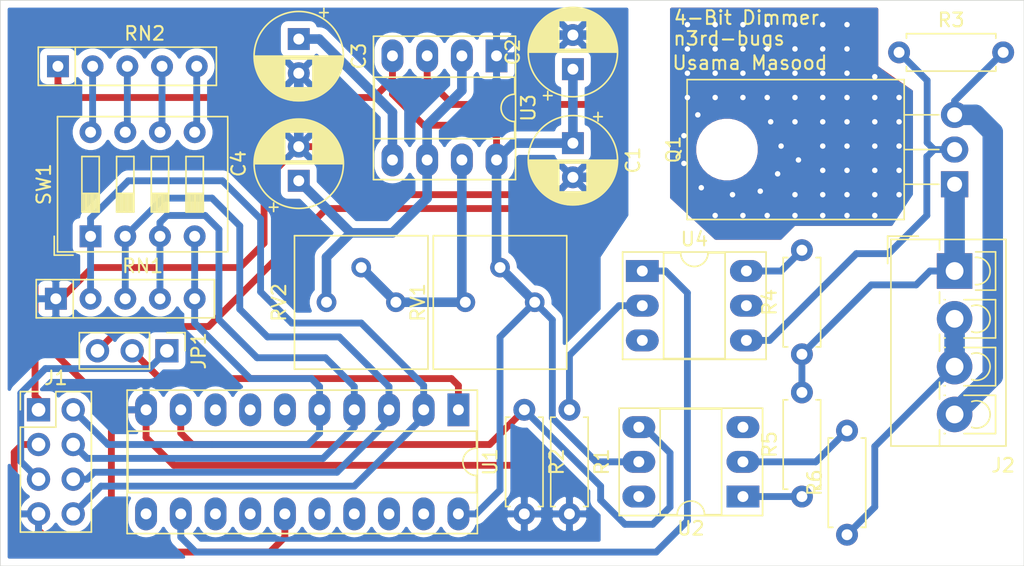
<source format=kicad_pcb>
(kicad_pcb (version 20171130) (host pcbnew "(5.1.5)-3")

  (general
    (thickness 1.6)
    (drawings 7)
    (tracks 286)
    (zones 0)
    (modules 23)
    (nets 28)
  )

  (page A4)
  (title_block
    (title "4-bit Dimmer")
    (date 2020-01-26)
    (rev 0.1)
    (company n3rd-bugs)
    (comment 1 "Usama Masood")
  )

  (layers
    (0 F.Cu signal)
    (31 B.Cu signal)
    (32 B.Adhes user)
    (33 F.Adhes user)
    (34 B.Paste user)
    (35 F.Paste user)
    (36 B.SilkS user)
    (37 F.SilkS user)
    (38 B.Mask user)
    (39 F.Mask user)
    (40 Dwgs.User user)
    (41 Cmts.User user)
    (42 Eco1.User user)
    (43 Eco2.User user)
    (44 Edge.Cuts user)
    (45 Margin user)
    (46 B.CrtYd user)
    (47 F.CrtYd user)
    (48 B.Fab user)
    (49 F.Fab user)
  )

  (setup
    (last_trace_width 0.5)
    (user_trace_width 0.7)
    (user_trace_width 1.5)
    (trace_clearance 0.2)
    (zone_clearance 0.508)
    (zone_45_only no)
    (trace_min 0.2)
    (via_size 0.8)
    (via_drill 0.4)
    (via_min_size 0.4)
    (via_min_drill 0.3)
    (uvia_size 0.3)
    (uvia_drill 0.1)
    (uvias_allowed no)
    (uvia_min_size 0.2)
    (uvia_min_drill 0.1)
    (edge_width 0.05)
    (segment_width 0.2)
    (pcb_text_width 0.3)
    (pcb_text_size 1.5 1.5)
    (mod_edge_width 0.12)
    (mod_text_size 1 1)
    (mod_text_width 0.15)
    (pad_size 1.524 1.524)
    (pad_drill 0.762)
    (pad_to_mask_clearance 0.051)
    (solder_mask_min_width 0.25)
    (aux_axis_origin 0 0)
    (visible_elements 7FFFFFFF)
    (pcbplotparams
      (layerselection 0x010fc_ffffffff)
      (usegerberextensions false)
      (usegerberattributes false)
      (usegerberadvancedattributes false)
      (creategerberjobfile false)
      (excludeedgelayer true)
      (linewidth 0.100000)
      (plotframeref false)
      (viasonmask false)
      (mode 1)
      (useauxorigin false)
      (hpglpennumber 1)
      (hpglpenspeed 20)
      (hpglpendiameter 15.000000)
      (psnegative false)
      (psa4output false)
      (plotreference true)
      (plotvalue true)
      (plotinvisibletext false)
      (padsonsilk false)
      (subtractmaskfromsilk false)
      (outputformat 1)
      (mirror false)
      (drillshape 1)
      (scaleselection 1)
      (outputdirectory ""))
  )

  (net 0 "")
  (net 1 GNDD)
  (net 2 +5V)
  (net 3 "Net-(C3-Pad1)")
  (net 4 "Net-(C4-Pad1)")
  (net 5 IN-3)
  (net 6 LINEINV)
  (net 7 IN-2)
  (net 8 CLKMCU)
  (net 9 IN-1)
  (net 10 IN-0)
  (net 11 "Net-(J2-Pad1)")
  (net 12 "Net-(J2-Pad2)")
  (net 13 "Net-(J2-Pad4)")
  (net 14 CLK)
  (net 15 CLK555)
  (net 16 "Net-(Q1-Pad2)")
  (net 17 "Net-(R1-Pad1)")
  (net 18 Line)
  (net 19 "Net-(R4-Pad2)")
  (net 20 "Net-(R5-Pad1)")
  (net 21 "Net-(R6-Pad2)")
  (net 22 "Net-(RN2-Pad2)")
  (net 23 "Net-(RN2-Pad3)")
  (net 24 "Net-(RN2-Pad4)")
  (net 25 "Net-(RN2-Pad5)")
  (net 26 "Net-(RV1-Pad3)")
  (net 27 TRIG)

  (net_class Default "This is the default net class."
    (clearance 0.2)
    (trace_width 0.5)
    (via_dia 0.8)
    (via_drill 0.4)
    (uvia_dia 0.3)
    (uvia_drill 0.1)
    (add_net +5V)
    (add_net CLK)
    (add_net CLK555)
    (add_net CLKMCU)
    (add_net GNDD)
    (add_net IN-0)
    (add_net IN-1)
    (add_net IN-2)
    (add_net IN-3)
    (add_net LINEINV)
    (add_net Line)
    (add_net "Net-(C3-Pad1)")
    (add_net "Net-(C4-Pad1)")
    (add_net "Net-(J2-Pad1)")
    (add_net "Net-(J2-Pad2)")
    (add_net "Net-(J2-Pad4)")
    (add_net "Net-(Q1-Pad2)")
    (add_net "Net-(R1-Pad1)")
    (add_net "Net-(R4-Pad2)")
    (add_net "Net-(R5-Pad1)")
    (add_net "Net-(R6-Pad2)")
    (add_net "Net-(RN2-Pad2)")
    (add_net "Net-(RN2-Pad3)")
    (add_net "Net-(RN2-Pad4)")
    (add_net "Net-(RN2-Pad5)")
    (add_net "Net-(RV1-Pad3)")
    (add_net TRIG)
  )

  (net_class 3mil ""
    (clearance 0.2)
    (trace_width 0.3)
    (via_dia 0.8)
    (via_drill 0.4)
    (uvia_dia 0.3)
    (uvia_drill 0.1)
  )

  (net_class Power ""
    (clearance 1)
    (trace_width 1.5)
    (via_dia 2)
    (via_drill 1.2)
    (uvia_dia 0.3)
    (uvia_drill 0.1)
  )

  (module Capacitor_THT:CP_Radial_D6.3mm_P2.50mm (layer F.Cu) (tedit 5AE50EF0) (tstamp 5E2F05A5)
    (at 165.354 71.668 270)
    (descr "CP, Radial series, Radial, pin pitch=2.50mm, , diameter=6.3mm, Electrolytic Capacitor")
    (tags "CP Radial series Radial pin pitch 2.50mm  diameter 6.3mm Electrolytic Capacitor")
    (path /5E2EAA27)
    (fp_text reference C1 (at 1.25 -4.4 90) (layer F.SilkS)
      (effects (font (size 1 1) (thickness 0.15)))
    )
    (fp_text value .01u (at 1.25 4.4 90) (layer F.Fab)
      (effects (font (size 1 1) (thickness 0.15)))
    )
    (fp_text user %R (at 1.25 0 90) (layer F.Fab)
      (effects (font (size 1 1) (thickness 0.15)))
    )
    (fp_line (start -1.935241 -2.154) (end -1.935241 -1.524) (layer F.SilkS) (width 0.12))
    (fp_line (start -2.250241 -1.839) (end -1.620241 -1.839) (layer F.SilkS) (width 0.12))
    (fp_line (start 4.491 -0.402) (end 4.491 0.402) (layer F.SilkS) (width 0.12))
    (fp_line (start 4.451 -0.633) (end 4.451 0.633) (layer F.SilkS) (width 0.12))
    (fp_line (start 4.411 -0.802) (end 4.411 0.802) (layer F.SilkS) (width 0.12))
    (fp_line (start 4.371 -0.94) (end 4.371 0.94) (layer F.SilkS) (width 0.12))
    (fp_line (start 4.331 -1.059) (end 4.331 1.059) (layer F.SilkS) (width 0.12))
    (fp_line (start 4.291 -1.165) (end 4.291 1.165) (layer F.SilkS) (width 0.12))
    (fp_line (start 4.251 -1.262) (end 4.251 1.262) (layer F.SilkS) (width 0.12))
    (fp_line (start 4.211 -1.35) (end 4.211 1.35) (layer F.SilkS) (width 0.12))
    (fp_line (start 4.171 -1.432) (end 4.171 1.432) (layer F.SilkS) (width 0.12))
    (fp_line (start 4.131 -1.509) (end 4.131 1.509) (layer F.SilkS) (width 0.12))
    (fp_line (start 4.091 -1.581) (end 4.091 1.581) (layer F.SilkS) (width 0.12))
    (fp_line (start 4.051 -1.65) (end 4.051 1.65) (layer F.SilkS) (width 0.12))
    (fp_line (start 4.011 -1.714) (end 4.011 1.714) (layer F.SilkS) (width 0.12))
    (fp_line (start 3.971 -1.776) (end 3.971 1.776) (layer F.SilkS) (width 0.12))
    (fp_line (start 3.931 -1.834) (end 3.931 1.834) (layer F.SilkS) (width 0.12))
    (fp_line (start 3.891 -1.89) (end 3.891 1.89) (layer F.SilkS) (width 0.12))
    (fp_line (start 3.851 -1.944) (end 3.851 1.944) (layer F.SilkS) (width 0.12))
    (fp_line (start 3.811 -1.995) (end 3.811 1.995) (layer F.SilkS) (width 0.12))
    (fp_line (start 3.771 -2.044) (end 3.771 2.044) (layer F.SilkS) (width 0.12))
    (fp_line (start 3.731 -2.092) (end 3.731 2.092) (layer F.SilkS) (width 0.12))
    (fp_line (start 3.691 -2.137) (end 3.691 2.137) (layer F.SilkS) (width 0.12))
    (fp_line (start 3.651 -2.182) (end 3.651 2.182) (layer F.SilkS) (width 0.12))
    (fp_line (start 3.611 -2.224) (end 3.611 2.224) (layer F.SilkS) (width 0.12))
    (fp_line (start 3.571 -2.265) (end 3.571 2.265) (layer F.SilkS) (width 0.12))
    (fp_line (start 3.531 1.04) (end 3.531 2.305) (layer F.SilkS) (width 0.12))
    (fp_line (start 3.531 -2.305) (end 3.531 -1.04) (layer F.SilkS) (width 0.12))
    (fp_line (start 3.491 1.04) (end 3.491 2.343) (layer F.SilkS) (width 0.12))
    (fp_line (start 3.491 -2.343) (end 3.491 -1.04) (layer F.SilkS) (width 0.12))
    (fp_line (start 3.451 1.04) (end 3.451 2.38) (layer F.SilkS) (width 0.12))
    (fp_line (start 3.451 -2.38) (end 3.451 -1.04) (layer F.SilkS) (width 0.12))
    (fp_line (start 3.411 1.04) (end 3.411 2.416) (layer F.SilkS) (width 0.12))
    (fp_line (start 3.411 -2.416) (end 3.411 -1.04) (layer F.SilkS) (width 0.12))
    (fp_line (start 3.371 1.04) (end 3.371 2.45) (layer F.SilkS) (width 0.12))
    (fp_line (start 3.371 -2.45) (end 3.371 -1.04) (layer F.SilkS) (width 0.12))
    (fp_line (start 3.331 1.04) (end 3.331 2.484) (layer F.SilkS) (width 0.12))
    (fp_line (start 3.331 -2.484) (end 3.331 -1.04) (layer F.SilkS) (width 0.12))
    (fp_line (start 3.291 1.04) (end 3.291 2.516) (layer F.SilkS) (width 0.12))
    (fp_line (start 3.291 -2.516) (end 3.291 -1.04) (layer F.SilkS) (width 0.12))
    (fp_line (start 3.251 1.04) (end 3.251 2.548) (layer F.SilkS) (width 0.12))
    (fp_line (start 3.251 -2.548) (end 3.251 -1.04) (layer F.SilkS) (width 0.12))
    (fp_line (start 3.211 1.04) (end 3.211 2.578) (layer F.SilkS) (width 0.12))
    (fp_line (start 3.211 -2.578) (end 3.211 -1.04) (layer F.SilkS) (width 0.12))
    (fp_line (start 3.171 1.04) (end 3.171 2.607) (layer F.SilkS) (width 0.12))
    (fp_line (start 3.171 -2.607) (end 3.171 -1.04) (layer F.SilkS) (width 0.12))
    (fp_line (start 3.131 1.04) (end 3.131 2.636) (layer F.SilkS) (width 0.12))
    (fp_line (start 3.131 -2.636) (end 3.131 -1.04) (layer F.SilkS) (width 0.12))
    (fp_line (start 3.091 1.04) (end 3.091 2.664) (layer F.SilkS) (width 0.12))
    (fp_line (start 3.091 -2.664) (end 3.091 -1.04) (layer F.SilkS) (width 0.12))
    (fp_line (start 3.051 1.04) (end 3.051 2.69) (layer F.SilkS) (width 0.12))
    (fp_line (start 3.051 -2.69) (end 3.051 -1.04) (layer F.SilkS) (width 0.12))
    (fp_line (start 3.011 1.04) (end 3.011 2.716) (layer F.SilkS) (width 0.12))
    (fp_line (start 3.011 -2.716) (end 3.011 -1.04) (layer F.SilkS) (width 0.12))
    (fp_line (start 2.971 1.04) (end 2.971 2.742) (layer F.SilkS) (width 0.12))
    (fp_line (start 2.971 -2.742) (end 2.971 -1.04) (layer F.SilkS) (width 0.12))
    (fp_line (start 2.931 1.04) (end 2.931 2.766) (layer F.SilkS) (width 0.12))
    (fp_line (start 2.931 -2.766) (end 2.931 -1.04) (layer F.SilkS) (width 0.12))
    (fp_line (start 2.891 1.04) (end 2.891 2.79) (layer F.SilkS) (width 0.12))
    (fp_line (start 2.891 -2.79) (end 2.891 -1.04) (layer F.SilkS) (width 0.12))
    (fp_line (start 2.851 1.04) (end 2.851 2.812) (layer F.SilkS) (width 0.12))
    (fp_line (start 2.851 -2.812) (end 2.851 -1.04) (layer F.SilkS) (width 0.12))
    (fp_line (start 2.811 1.04) (end 2.811 2.834) (layer F.SilkS) (width 0.12))
    (fp_line (start 2.811 -2.834) (end 2.811 -1.04) (layer F.SilkS) (width 0.12))
    (fp_line (start 2.771 1.04) (end 2.771 2.856) (layer F.SilkS) (width 0.12))
    (fp_line (start 2.771 -2.856) (end 2.771 -1.04) (layer F.SilkS) (width 0.12))
    (fp_line (start 2.731 1.04) (end 2.731 2.876) (layer F.SilkS) (width 0.12))
    (fp_line (start 2.731 -2.876) (end 2.731 -1.04) (layer F.SilkS) (width 0.12))
    (fp_line (start 2.691 1.04) (end 2.691 2.896) (layer F.SilkS) (width 0.12))
    (fp_line (start 2.691 -2.896) (end 2.691 -1.04) (layer F.SilkS) (width 0.12))
    (fp_line (start 2.651 1.04) (end 2.651 2.916) (layer F.SilkS) (width 0.12))
    (fp_line (start 2.651 -2.916) (end 2.651 -1.04) (layer F.SilkS) (width 0.12))
    (fp_line (start 2.611 1.04) (end 2.611 2.934) (layer F.SilkS) (width 0.12))
    (fp_line (start 2.611 -2.934) (end 2.611 -1.04) (layer F.SilkS) (width 0.12))
    (fp_line (start 2.571 1.04) (end 2.571 2.952) (layer F.SilkS) (width 0.12))
    (fp_line (start 2.571 -2.952) (end 2.571 -1.04) (layer F.SilkS) (width 0.12))
    (fp_line (start 2.531 1.04) (end 2.531 2.97) (layer F.SilkS) (width 0.12))
    (fp_line (start 2.531 -2.97) (end 2.531 -1.04) (layer F.SilkS) (width 0.12))
    (fp_line (start 2.491 1.04) (end 2.491 2.986) (layer F.SilkS) (width 0.12))
    (fp_line (start 2.491 -2.986) (end 2.491 -1.04) (layer F.SilkS) (width 0.12))
    (fp_line (start 2.451 1.04) (end 2.451 3.002) (layer F.SilkS) (width 0.12))
    (fp_line (start 2.451 -3.002) (end 2.451 -1.04) (layer F.SilkS) (width 0.12))
    (fp_line (start 2.411 1.04) (end 2.411 3.018) (layer F.SilkS) (width 0.12))
    (fp_line (start 2.411 -3.018) (end 2.411 -1.04) (layer F.SilkS) (width 0.12))
    (fp_line (start 2.371 1.04) (end 2.371 3.033) (layer F.SilkS) (width 0.12))
    (fp_line (start 2.371 -3.033) (end 2.371 -1.04) (layer F.SilkS) (width 0.12))
    (fp_line (start 2.331 1.04) (end 2.331 3.047) (layer F.SilkS) (width 0.12))
    (fp_line (start 2.331 -3.047) (end 2.331 -1.04) (layer F.SilkS) (width 0.12))
    (fp_line (start 2.291 1.04) (end 2.291 3.061) (layer F.SilkS) (width 0.12))
    (fp_line (start 2.291 -3.061) (end 2.291 -1.04) (layer F.SilkS) (width 0.12))
    (fp_line (start 2.251 1.04) (end 2.251 3.074) (layer F.SilkS) (width 0.12))
    (fp_line (start 2.251 -3.074) (end 2.251 -1.04) (layer F.SilkS) (width 0.12))
    (fp_line (start 2.211 1.04) (end 2.211 3.086) (layer F.SilkS) (width 0.12))
    (fp_line (start 2.211 -3.086) (end 2.211 -1.04) (layer F.SilkS) (width 0.12))
    (fp_line (start 2.171 1.04) (end 2.171 3.098) (layer F.SilkS) (width 0.12))
    (fp_line (start 2.171 -3.098) (end 2.171 -1.04) (layer F.SilkS) (width 0.12))
    (fp_line (start 2.131 1.04) (end 2.131 3.11) (layer F.SilkS) (width 0.12))
    (fp_line (start 2.131 -3.11) (end 2.131 -1.04) (layer F.SilkS) (width 0.12))
    (fp_line (start 2.091 1.04) (end 2.091 3.121) (layer F.SilkS) (width 0.12))
    (fp_line (start 2.091 -3.121) (end 2.091 -1.04) (layer F.SilkS) (width 0.12))
    (fp_line (start 2.051 1.04) (end 2.051 3.131) (layer F.SilkS) (width 0.12))
    (fp_line (start 2.051 -3.131) (end 2.051 -1.04) (layer F.SilkS) (width 0.12))
    (fp_line (start 2.011 1.04) (end 2.011 3.141) (layer F.SilkS) (width 0.12))
    (fp_line (start 2.011 -3.141) (end 2.011 -1.04) (layer F.SilkS) (width 0.12))
    (fp_line (start 1.971 1.04) (end 1.971 3.15) (layer F.SilkS) (width 0.12))
    (fp_line (start 1.971 -3.15) (end 1.971 -1.04) (layer F.SilkS) (width 0.12))
    (fp_line (start 1.93 1.04) (end 1.93 3.159) (layer F.SilkS) (width 0.12))
    (fp_line (start 1.93 -3.159) (end 1.93 -1.04) (layer F.SilkS) (width 0.12))
    (fp_line (start 1.89 1.04) (end 1.89 3.167) (layer F.SilkS) (width 0.12))
    (fp_line (start 1.89 -3.167) (end 1.89 -1.04) (layer F.SilkS) (width 0.12))
    (fp_line (start 1.85 1.04) (end 1.85 3.175) (layer F.SilkS) (width 0.12))
    (fp_line (start 1.85 -3.175) (end 1.85 -1.04) (layer F.SilkS) (width 0.12))
    (fp_line (start 1.81 1.04) (end 1.81 3.182) (layer F.SilkS) (width 0.12))
    (fp_line (start 1.81 -3.182) (end 1.81 -1.04) (layer F.SilkS) (width 0.12))
    (fp_line (start 1.77 1.04) (end 1.77 3.189) (layer F.SilkS) (width 0.12))
    (fp_line (start 1.77 -3.189) (end 1.77 -1.04) (layer F.SilkS) (width 0.12))
    (fp_line (start 1.73 1.04) (end 1.73 3.195) (layer F.SilkS) (width 0.12))
    (fp_line (start 1.73 -3.195) (end 1.73 -1.04) (layer F.SilkS) (width 0.12))
    (fp_line (start 1.69 1.04) (end 1.69 3.201) (layer F.SilkS) (width 0.12))
    (fp_line (start 1.69 -3.201) (end 1.69 -1.04) (layer F.SilkS) (width 0.12))
    (fp_line (start 1.65 1.04) (end 1.65 3.206) (layer F.SilkS) (width 0.12))
    (fp_line (start 1.65 -3.206) (end 1.65 -1.04) (layer F.SilkS) (width 0.12))
    (fp_line (start 1.61 1.04) (end 1.61 3.211) (layer F.SilkS) (width 0.12))
    (fp_line (start 1.61 -3.211) (end 1.61 -1.04) (layer F.SilkS) (width 0.12))
    (fp_line (start 1.57 1.04) (end 1.57 3.215) (layer F.SilkS) (width 0.12))
    (fp_line (start 1.57 -3.215) (end 1.57 -1.04) (layer F.SilkS) (width 0.12))
    (fp_line (start 1.53 1.04) (end 1.53 3.218) (layer F.SilkS) (width 0.12))
    (fp_line (start 1.53 -3.218) (end 1.53 -1.04) (layer F.SilkS) (width 0.12))
    (fp_line (start 1.49 1.04) (end 1.49 3.222) (layer F.SilkS) (width 0.12))
    (fp_line (start 1.49 -3.222) (end 1.49 -1.04) (layer F.SilkS) (width 0.12))
    (fp_line (start 1.45 -3.224) (end 1.45 3.224) (layer F.SilkS) (width 0.12))
    (fp_line (start 1.41 -3.227) (end 1.41 3.227) (layer F.SilkS) (width 0.12))
    (fp_line (start 1.37 -3.228) (end 1.37 3.228) (layer F.SilkS) (width 0.12))
    (fp_line (start 1.33 -3.23) (end 1.33 3.23) (layer F.SilkS) (width 0.12))
    (fp_line (start 1.29 -3.23) (end 1.29 3.23) (layer F.SilkS) (width 0.12))
    (fp_line (start 1.25 -3.23) (end 1.25 3.23) (layer F.SilkS) (width 0.12))
    (fp_line (start -1.128972 -1.6885) (end -1.128972 -1.0585) (layer F.Fab) (width 0.1))
    (fp_line (start -1.443972 -1.3735) (end -0.813972 -1.3735) (layer F.Fab) (width 0.1))
    (fp_circle (center 1.25 0) (end 4.65 0) (layer F.CrtYd) (width 0.05))
    (fp_circle (center 1.25 0) (end 4.52 0) (layer F.SilkS) (width 0.12))
    (fp_circle (center 1.25 0) (end 4.4 0) (layer F.Fab) (width 0.1))
    (pad 2 thru_hole circle (at 2.5 0 270) (size 1.6 1.6) (drill 0.8) (layers *.Cu *.Mask)
      (net 1 GNDD))
    (pad 1 thru_hole rect (at 0 0 270) (size 1.6 1.6) (drill 0.8) (layers *.Cu *.Mask)
      (net 2 +5V))
    (model ${KISYS3DMOD}/Capacitor_THT.3dshapes/CP_Radial_D6.3mm_P2.50mm.wrl
      (at (xyz 0 0 0))
      (scale (xyz 1 1 1))
      (rotate (xyz 0 0 0))
    )
  )

  (module Capacitor_THT:CP_Radial_D6.3mm_P2.50mm (layer F.Cu) (tedit 5AE50EF0) (tstamp 5E2F0639)
    (at 165.354 66.254 90)
    (descr "CP, Radial series, Radial, pin pitch=2.50mm, , diameter=6.3mm, Electrolytic Capacitor")
    (tags "CP Radial series Radial pin pitch 2.50mm  diameter 6.3mm Electrolytic Capacitor")
    (path /5E31B886)
    (fp_text reference C2 (at 1.25 -4.4 90) (layer F.SilkS)
      (effects (font (size 1 1) (thickness 0.15)))
    )
    (fp_text value 10u (at 1.25 4.4 90) (layer F.Fab)
      (effects (font (size 1 1) (thickness 0.15)))
    )
    (fp_circle (center 1.25 0) (end 4.4 0) (layer F.Fab) (width 0.1))
    (fp_circle (center 1.25 0) (end 4.52 0) (layer F.SilkS) (width 0.12))
    (fp_circle (center 1.25 0) (end 4.65 0) (layer F.CrtYd) (width 0.05))
    (fp_line (start -1.443972 -1.3735) (end -0.813972 -1.3735) (layer F.Fab) (width 0.1))
    (fp_line (start -1.128972 -1.6885) (end -1.128972 -1.0585) (layer F.Fab) (width 0.1))
    (fp_line (start 1.25 -3.23) (end 1.25 3.23) (layer F.SilkS) (width 0.12))
    (fp_line (start 1.29 -3.23) (end 1.29 3.23) (layer F.SilkS) (width 0.12))
    (fp_line (start 1.33 -3.23) (end 1.33 3.23) (layer F.SilkS) (width 0.12))
    (fp_line (start 1.37 -3.228) (end 1.37 3.228) (layer F.SilkS) (width 0.12))
    (fp_line (start 1.41 -3.227) (end 1.41 3.227) (layer F.SilkS) (width 0.12))
    (fp_line (start 1.45 -3.224) (end 1.45 3.224) (layer F.SilkS) (width 0.12))
    (fp_line (start 1.49 -3.222) (end 1.49 -1.04) (layer F.SilkS) (width 0.12))
    (fp_line (start 1.49 1.04) (end 1.49 3.222) (layer F.SilkS) (width 0.12))
    (fp_line (start 1.53 -3.218) (end 1.53 -1.04) (layer F.SilkS) (width 0.12))
    (fp_line (start 1.53 1.04) (end 1.53 3.218) (layer F.SilkS) (width 0.12))
    (fp_line (start 1.57 -3.215) (end 1.57 -1.04) (layer F.SilkS) (width 0.12))
    (fp_line (start 1.57 1.04) (end 1.57 3.215) (layer F.SilkS) (width 0.12))
    (fp_line (start 1.61 -3.211) (end 1.61 -1.04) (layer F.SilkS) (width 0.12))
    (fp_line (start 1.61 1.04) (end 1.61 3.211) (layer F.SilkS) (width 0.12))
    (fp_line (start 1.65 -3.206) (end 1.65 -1.04) (layer F.SilkS) (width 0.12))
    (fp_line (start 1.65 1.04) (end 1.65 3.206) (layer F.SilkS) (width 0.12))
    (fp_line (start 1.69 -3.201) (end 1.69 -1.04) (layer F.SilkS) (width 0.12))
    (fp_line (start 1.69 1.04) (end 1.69 3.201) (layer F.SilkS) (width 0.12))
    (fp_line (start 1.73 -3.195) (end 1.73 -1.04) (layer F.SilkS) (width 0.12))
    (fp_line (start 1.73 1.04) (end 1.73 3.195) (layer F.SilkS) (width 0.12))
    (fp_line (start 1.77 -3.189) (end 1.77 -1.04) (layer F.SilkS) (width 0.12))
    (fp_line (start 1.77 1.04) (end 1.77 3.189) (layer F.SilkS) (width 0.12))
    (fp_line (start 1.81 -3.182) (end 1.81 -1.04) (layer F.SilkS) (width 0.12))
    (fp_line (start 1.81 1.04) (end 1.81 3.182) (layer F.SilkS) (width 0.12))
    (fp_line (start 1.85 -3.175) (end 1.85 -1.04) (layer F.SilkS) (width 0.12))
    (fp_line (start 1.85 1.04) (end 1.85 3.175) (layer F.SilkS) (width 0.12))
    (fp_line (start 1.89 -3.167) (end 1.89 -1.04) (layer F.SilkS) (width 0.12))
    (fp_line (start 1.89 1.04) (end 1.89 3.167) (layer F.SilkS) (width 0.12))
    (fp_line (start 1.93 -3.159) (end 1.93 -1.04) (layer F.SilkS) (width 0.12))
    (fp_line (start 1.93 1.04) (end 1.93 3.159) (layer F.SilkS) (width 0.12))
    (fp_line (start 1.971 -3.15) (end 1.971 -1.04) (layer F.SilkS) (width 0.12))
    (fp_line (start 1.971 1.04) (end 1.971 3.15) (layer F.SilkS) (width 0.12))
    (fp_line (start 2.011 -3.141) (end 2.011 -1.04) (layer F.SilkS) (width 0.12))
    (fp_line (start 2.011 1.04) (end 2.011 3.141) (layer F.SilkS) (width 0.12))
    (fp_line (start 2.051 -3.131) (end 2.051 -1.04) (layer F.SilkS) (width 0.12))
    (fp_line (start 2.051 1.04) (end 2.051 3.131) (layer F.SilkS) (width 0.12))
    (fp_line (start 2.091 -3.121) (end 2.091 -1.04) (layer F.SilkS) (width 0.12))
    (fp_line (start 2.091 1.04) (end 2.091 3.121) (layer F.SilkS) (width 0.12))
    (fp_line (start 2.131 -3.11) (end 2.131 -1.04) (layer F.SilkS) (width 0.12))
    (fp_line (start 2.131 1.04) (end 2.131 3.11) (layer F.SilkS) (width 0.12))
    (fp_line (start 2.171 -3.098) (end 2.171 -1.04) (layer F.SilkS) (width 0.12))
    (fp_line (start 2.171 1.04) (end 2.171 3.098) (layer F.SilkS) (width 0.12))
    (fp_line (start 2.211 -3.086) (end 2.211 -1.04) (layer F.SilkS) (width 0.12))
    (fp_line (start 2.211 1.04) (end 2.211 3.086) (layer F.SilkS) (width 0.12))
    (fp_line (start 2.251 -3.074) (end 2.251 -1.04) (layer F.SilkS) (width 0.12))
    (fp_line (start 2.251 1.04) (end 2.251 3.074) (layer F.SilkS) (width 0.12))
    (fp_line (start 2.291 -3.061) (end 2.291 -1.04) (layer F.SilkS) (width 0.12))
    (fp_line (start 2.291 1.04) (end 2.291 3.061) (layer F.SilkS) (width 0.12))
    (fp_line (start 2.331 -3.047) (end 2.331 -1.04) (layer F.SilkS) (width 0.12))
    (fp_line (start 2.331 1.04) (end 2.331 3.047) (layer F.SilkS) (width 0.12))
    (fp_line (start 2.371 -3.033) (end 2.371 -1.04) (layer F.SilkS) (width 0.12))
    (fp_line (start 2.371 1.04) (end 2.371 3.033) (layer F.SilkS) (width 0.12))
    (fp_line (start 2.411 -3.018) (end 2.411 -1.04) (layer F.SilkS) (width 0.12))
    (fp_line (start 2.411 1.04) (end 2.411 3.018) (layer F.SilkS) (width 0.12))
    (fp_line (start 2.451 -3.002) (end 2.451 -1.04) (layer F.SilkS) (width 0.12))
    (fp_line (start 2.451 1.04) (end 2.451 3.002) (layer F.SilkS) (width 0.12))
    (fp_line (start 2.491 -2.986) (end 2.491 -1.04) (layer F.SilkS) (width 0.12))
    (fp_line (start 2.491 1.04) (end 2.491 2.986) (layer F.SilkS) (width 0.12))
    (fp_line (start 2.531 -2.97) (end 2.531 -1.04) (layer F.SilkS) (width 0.12))
    (fp_line (start 2.531 1.04) (end 2.531 2.97) (layer F.SilkS) (width 0.12))
    (fp_line (start 2.571 -2.952) (end 2.571 -1.04) (layer F.SilkS) (width 0.12))
    (fp_line (start 2.571 1.04) (end 2.571 2.952) (layer F.SilkS) (width 0.12))
    (fp_line (start 2.611 -2.934) (end 2.611 -1.04) (layer F.SilkS) (width 0.12))
    (fp_line (start 2.611 1.04) (end 2.611 2.934) (layer F.SilkS) (width 0.12))
    (fp_line (start 2.651 -2.916) (end 2.651 -1.04) (layer F.SilkS) (width 0.12))
    (fp_line (start 2.651 1.04) (end 2.651 2.916) (layer F.SilkS) (width 0.12))
    (fp_line (start 2.691 -2.896) (end 2.691 -1.04) (layer F.SilkS) (width 0.12))
    (fp_line (start 2.691 1.04) (end 2.691 2.896) (layer F.SilkS) (width 0.12))
    (fp_line (start 2.731 -2.876) (end 2.731 -1.04) (layer F.SilkS) (width 0.12))
    (fp_line (start 2.731 1.04) (end 2.731 2.876) (layer F.SilkS) (width 0.12))
    (fp_line (start 2.771 -2.856) (end 2.771 -1.04) (layer F.SilkS) (width 0.12))
    (fp_line (start 2.771 1.04) (end 2.771 2.856) (layer F.SilkS) (width 0.12))
    (fp_line (start 2.811 -2.834) (end 2.811 -1.04) (layer F.SilkS) (width 0.12))
    (fp_line (start 2.811 1.04) (end 2.811 2.834) (layer F.SilkS) (width 0.12))
    (fp_line (start 2.851 -2.812) (end 2.851 -1.04) (layer F.SilkS) (width 0.12))
    (fp_line (start 2.851 1.04) (end 2.851 2.812) (layer F.SilkS) (width 0.12))
    (fp_line (start 2.891 -2.79) (end 2.891 -1.04) (layer F.SilkS) (width 0.12))
    (fp_line (start 2.891 1.04) (end 2.891 2.79) (layer F.SilkS) (width 0.12))
    (fp_line (start 2.931 -2.766) (end 2.931 -1.04) (layer F.SilkS) (width 0.12))
    (fp_line (start 2.931 1.04) (end 2.931 2.766) (layer F.SilkS) (width 0.12))
    (fp_line (start 2.971 -2.742) (end 2.971 -1.04) (layer F.SilkS) (width 0.12))
    (fp_line (start 2.971 1.04) (end 2.971 2.742) (layer F.SilkS) (width 0.12))
    (fp_line (start 3.011 -2.716) (end 3.011 -1.04) (layer F.SilkS) (width 0.12))
    (fp_line (start 3.011 1.04) (end 3.011 2.716) (layer F.SilkS) (width 0.12))
    (fp_line (start 3.051 -2.69) (end 3.051 -1.04) (layer F.SilkS) (width 0.12))
    (fp_line (start 3.051 1.04) (end 3.051 2.69) (layer F.SilkS) (width 0.12))
    (fp_line (start 3.091 -2.664) (end 3.091 -1.04) (layer F.SilkS) (width 0.12))
    (fp_line (start 3.091 1.04) (end 3.091 2.664) (layer F.SilkS) (width 0.12))
    (fp_line (start 3.131 -2.636) (end 3.131 -1.04) (layer F.SilkS) (width 0.12))
    (fp_line (start 3.131 1.04) (end 3.131 2.636) (layer F.SilkS) (width 0.12))
    (fp_line (start 3.171 -2.607) (end 3.171 -1.04) (layer F.SilkS) (width 0.12))
    (fp_line (start 3.171 1.04) (end 3.171 2.607) (layer F.SilkS) (width 0.12))
    (fp_line (start 3.211 -2.578) (end 3.211 -1.04) (layer F.SilkS) (width 0.12))
    (fp_line (start 3.211 1.04) (end 3.211 2.578) (layer F.SilkS) (width 0.12))
    (fp_line (start 3.251 -2.548) (end 3.251 -1.04) (layer F.SilkS) (width 0.12))
    (fp_line (start 3.251 1.04) (end 3.251 2.548) (layer F.SilkS) (width 0.12))
    (fp_line (start 3.291 -2.516) (end 3.291 -1.04) (layer F.SilkS) (width 0.12))
    (fp_line (start 3.291 1.04) (end 3.291 2.516) (layer F.SilkS) (width 0.12))
    (fp_line (start 3.331 -2.484) (end 3.331 -1.04) (layer F.SilkS) (width 0.12))
    (fp_line (start 3.331 1.04) (end 3.331 2.484) (layer F.SilkS) (width 0.12))
    (fp_line (start 3.371 -2.45) (end 3.371 -1.04) (layer F.SilkS) (width 0.12))
    (fp_line (start 3.371 1.04) (end 3.371 2.45) (layer F.SilkS) (width 0.12))
    (fp_line (start 3.411 -2.416) (end 3.411 -1.04) (layer F.SilkS) (width 0.12))
    (fp_line (start 3.411 1.04) (end 3.411 2.416) (layer F.SilkS) (width 0.12))
    (fp_line (start 3.451 -2.38) (end 3.451 -1.04) (layer F.SilkS) (width 0.12))
    (fp_line (start 3.451 1.04) (end 3.451 2.38) (layer F.SilkS) (width 0.12))
    (fp_line (start 3.491 -2.343) (end 3.491 -1.04) (layer F.SilkS) (width 0.12))
    (fp_line (start 3.491 1.04) (end 3.491 2.343) (layer F.SilkS) (width 0.12))
    (fp_line (start 3.531 -2.305) (end 3.531 -1.04) (layer F.SilkS) (width 0.12))
    (fp_line (start 3.531 1.04) (end 3.531 2.305) (layer F.SilkS) (width 0.12))
    (fp_line (start 3.571 -2.265) (end 3.571 2.265) (layer F.SilkS) (width 0.12))
    (fp_line (start 3.611 -2.224) (end 3.611 2.224) (layer F.SilkS) (width 0.12))
    (fp_line (start 3.651 -2.182) (end 3.651 2.182) (layer F.SilkS) (width 0.12))
    (fp_line (start 3.691 -2.137) (end 3.691 2.137) (layer F.SilkS) (width 0.12))
    (fp_line (start 3.731 -2.092) (end 3.731 2.092) (layer F.SilkS) (width 0.12))
    (fp_line (start 3.771 -2.044) (end 3.771 2.044) (layer F.SilkS) (width 0.12))
    (fp_line (start 3.811 -1.995) (end 3.811 1.995) (layer F.SilkS) (width 0.12))
    (fp_line (start 3.851 -1.944) (end 3.851 1.944) (layer F.SilkS) (width 0.12))
    (fp_line (start 3.891 -1.89) (end 3.891 1.89) (layer F.SilkS) (width 0.12))
    (fp_line (start 3.931 -1.834) (end 3.931 1.834) (layer F.SilkS) (width 0.12))
    (fp_line (start 3.971 -1.776) (end 3.971 1.776) (layer F.SilkS) (width 0.12))
    (fp_line (start 4.011 -1.714) (end 4.011 1.714) (layer F.SilkS) (width 0.12))
    (fp_line (start 4.051 -1.65) (end 4.051 1.65) (layer F.SilkS) (width 0.12))
    (fp_line (start 4.091 -1.581) (end 4.091 1.581) (layer F.SilkS) (width 0.12))
    (fp_line (start 4.131 -1.509) (end 4.131 1.509) (layer F.SilkS) (width 0.12))
    (fp_line (start 4.171 -1.432) (end 4.171 1.432) (layer F.SilkS) (width 0.12))
    (fp_line (start 4.211 -1.35) (end 4.211 1.35) (layer F.SilkS) (width 0.12))
    (fp_line (start 4.251 -1.262) (end 4.251 1.262) (layer F.SilkS) (width 0.12))
    (fp_line (start 4.291 -1.165) (end 4.291 1.165) (layer F.SilkS) (width 0.12))
    (fp_line (start 4.331 -1.059) (end 4.331 1.059) (layer F.SilkS) (width 0.12))
    (fp_line (start 4.371 -0.94) (end 4.371 0.94) (layer F.SilkS) (width 0.12))
    (fp_line (start 4.411 -0.802) (end 4.411 0.802) (layer F.SilkS) (width 0.12))
    (fp_line (start 4.451 -0.633) (end 4.451 0.633) (layer F.SilkS) (width 0.12))
    (fp_line (start 4.491 -0.402) (end 4.491 0.402) (layer F.SilkS) (width 0.12))
    (fp_line (start -2.250241 -1.839) (end -1.620241 -1.839) (layer F.SilkS) (width 0.12))
    (fp_line (start -1.935241 -2.154) (end -1.935241 -1.524) (layer F.SilkS) (width 0.12))
    (fp_text user %R (at 1.25 0 90) (layer F.Fab)
      (effects (font (size 1 1) (thickness 0.15)))
    )
    (pad 1 thru_hole rect (at 0 0 90) (size 1.6 1.6) (drill 0.8) (layers *.Cu *.Mask)
      (net 2 +5V))
    (pad 2 thru_hole circle (at 2.5 0 90) (size 1.6 1.6) (drill 0.8) (layers *.Cu *.Mask)
      (net 1 GNDD))
    (model ${KISYS3DMOD}/Capacitor_THT.3dshapes/CP_Radial_D6.3mm_P2.50mm.wrl
      (at (xyz 0 0 0))
      (scale (xyz 1 1 1))
      (rotate (xyz 0 0 0))
    )
  )

  (module Capacitor_THT:CP_Radial_D6.3mm_P2.50mm (layer F.Cu) (tedit 5AE50EF0) (tstamp 5E2F06CD)
    (at 145.288 64.048 270)
    (descr "CP, Radial series, Radial, pin pitch=2.50mm, , diameter=6.3mm, Electrolytic Capacitor")
    (tags "CP Radial series Radial pin pitch 2.50mm  diameter 6.3mm Electrolytic Capacitor")
    (path /5E31C47B)
    (fp_text reference C3 (at 1.25 -4.4 90) (layer F.SilkS)
      (effects (font (size 1 1) (thickness 0.15)))
    )
    (fp_text value 0.01u (at 1.25 4.4 90) (layer F.Fab)
      (effects (font (size 1 1) (thickness 0.15)))
    )
    (fp_circle (center 1.25 0) (end 4.4 0) (layer F.Fab) (width 0.1))
    (fp_circle (center 1.25 0) (end 4.52 0) (layer F.SilkS) (width 0.12))
    (fp_circle (center 1.25 0) (end 4.65 0) (layer F.CrtYd) (width 0.05))
    (fp_line (start -1.443972 -1.3735) (end -0.813972 -1.3735) (layer F.Fab) (width 0.1))
    (fp_line (start -1.128972 -1.6885) (end -1.128972 -1.0585) (layer F.Fab) (width 0.1))
    (fp_line (start 1.25 -3.23) (end 1.25 3.23) (layer F.SilkS) (width 0.12))
    (fp_line (start 1.29 -3.23) (end 1.29 3.23) (layer F.SilkS) (width 0.12))
    (fp_line (start 1.33 -3.23) (end 1.33 3.23) (layer F.SilkS) (width 0.12))
    (fp_line (start 1.37 -3.228) (end 1.37 3.228) (layer F.SilkS) (width 0.12))
    (fp_line (start 1.41 -3.227) (end 1.41 3.227) (layer F.SilkS) (width 0.12))
    (fp_line (start 1.45 -3.224) (end 1.45 3.224) (layer F.SilkS) (width 0.12))
    (fp_line (start 1.49 -3.222) (end 1.49 -1.04) (layer F.SilkS) (width 0.12))
    (fp_line (start 1.49 1.04) (end 1.49 3.222) (layer F.SilkS) (width 0.12))
    (fp_line (start 1.53 -3.218) (end 1.53 -1.04) (layer F.SilkS) (width 0.12))
    (fp_line (start 1.53 1.04) (end 1.53 3.218) (layer F.SilkS) (width 0.12))
    (fp_line (start 1.57 -3.215) (end 1.57 -1.04) (layer F.SilkS) (width 0.12))
    (fp_line (start 1.57 1.04) (end 1.57 3.215) (layer F.SilkS) (width 0.12))
    (fp_line (start 1.61 -3.211) (end 1.61 -1.04) (layer F.SilkS) (width 0.12))
    (fp_line (start 1.61 1.04) (end 1.61 3.211) (layer F.SilkS) (width 0.12))
    (fp_line (start 1.65 -3.206) (end 1.65 -1.04) (layer F.SilkS) (width 0.12))
    (fp_line (start 1.65 1.04) (end 1.65 3.206) (layer F.SilkS) (width 0.12))
    (fp_line (start 1.69 -3.201) (end 1.69 -1.04) (layer F.SilkS) (width 0.12))
    (fp_line (start 1.69 1.04) (end 1.69 3.201) (layer F.SilkS) (width 0.12))
    (fp_line (start 1.73 -3.195) (end 1.73 -1.04) (layer F.SilkS) (width 0.12))
    (fp_line (start 1.73 1.04) (end 1.73 3.195) (layer F.SilkS) (width 0.12))
    (fp_line (start 1.77 -3.189) (end 1.77 -1.04) (layer F.SilkS) (width 0.12))
    (fp_line (start 1.77 1.04) (end 1.77 3.189) (layer F.SilkS) (width 0.12))
    (fp_line (start 1.81 -3.182) (end 1.81 -1.04) (layer F.SilkS) (width 0.12))
    (fp_line (start 1.81 1.04) (end 1.81 3.182) (layer F.SilkS) (width 0.12))
    (fp_line (start 1.85 -3.175) (end 1.85 -1.04) (layer F.SilkS) (width 0.12))
    (fp_line (start 1.85 1.04) (end 1.85 3.175) (layer F.SilkS) (width 0.12))
    (fp_line (start 1.89 -3.167) (end 1.89 -1.04) (layer F.SilkS) (width 0.12))
    (fp_line (start 1.89 1.04) (end 1.89 3.167) (layer F.SilkS) (width 0.12))
    (fp_line (start 1.93 -3.159) (end 1.93 -1.04) (layer F.SilkS) (width 0.12))
    (fp_line (start 1.93 1.04) (end 1.93 3.159) (layer F.SilkS) (width 0.12))
    (fp_line (start 1.971 -3.15) (end 1.971 -1.04) (layer F.SilkS) (width 0.12))
    (fp_line (start 1.971 1.04) (end 1.971 3.15) (layer F.SilkS) (width 0.12))
    (fp_line (start 2.011 -3.141) (end 2.011 -1.04) (layer F.SilkS) (width 0.12))
    (fp_line (start 2.011 1.04) (end 2.011 3.141) (layer F.SilkS) (width 0.12))
    (fp_line (start 2.051 -3.131) (end 2.051 -1.04) (layer F.SilkS) (width 0.12))
    (fp_line (start 2.051 1.04) (end 2.051 3.131) (layer F.SilkS) (width 0.12))
    (fp_line (start 2.091 -3.121) (end 2.091 -1.04) (layer F.SilkS) (width 0.12))
    (fp_line (start 2.091 1.04) (end 2.091 3.121) (layer F.SilkS) (width 0.12))
    (fp_line (start 2.131 -3.11) (end 2.131 -1.04) (layer F.SilkS) (width 0.12))
    (fp_line (start 2.131 1.04) (end 2.131 3.11) (layer F.SilkS) (width 0.12))
    (fp_line (start 2.171 -3.098) (end 2.171 -1.04) (layer F.SilkS) (width 0.12))
    (fp_line (start 2.171 1.04) (end 2.171 3.098) (layer F.SilkS) (width 0.12))
    (fp_line (start 2.211 -3.086) (end 2.211 -1.04) (layer F.SilkS) (width 0.12))
    (fp_line (start 2.211 1.04) (end 2.211 3.086) (layer F.SilkS) (width 0.12))
    (fp_line (start 2.251 -3.074) (end 2.251 -1.04) (layer F.SilkS) (width 0.12))
    (fp_line (start 2.251 1.04) (end 2.251 3.074) (layer F.SilkS) (width 0.12))
    (fp_line (start 2.291 -3.061) (end 2.291 -1.04) (layer F.SilkS) (width 0.12))
    (fp_line (start 2.291 1.04) (end 2.291 3.061) (layer F.SilkS) (width 0.12))
    (fp_line (start 2.331 -3.047) (end 2.331 -1.04) (layer F.SilkS) (width 0.12))
    (fp_line (start 2.331 1.04) (end 2.331 3.047) (layer F.SilkS) (width 0.12))
    (fp_line (start 2.371 -3.033) (end 2.371 -1.04) (layer F.SilkS) (width 0.12))
    (fp_line (start 2.371 1.04) (end 2.371 3.033) (layer F.SilkS) (width 0.12))
    (fp_line (start 2.411 -3.018) (end 2.411 -1.04) (layer F.SilkS) (width 0.12))
    (fp_line (start 2.411 1.04) (end 2.411 3.018) (layer F.SilkS) (width 0.12))
    (fp_line (start 2.451 -3.002) (end 2.451 -1.04) (layer F.SilkS) (width 0.12))
    (fp_line (start 2.451 1.04) (end 2.451 3.002) (layer F.SilkS) (width 0.12))
    (fp_line (start 2.491 -2.986) (end 2.491 -1.04) (layer F.SilkS) (width 0.12))
    (fp_line (start 2.491 1.04) (end 2.491 2.986) (layer F.SilkS) (width 0.12))
    (fp_line (start 2.531 -2.97) (end 2.531 -1.04) (layer F.SilkS) (width 0.12))
    (fp_line (start 2.531 1.04) (end 2.531 2.97) (layer F.SilkS) (width 0.12))
    (fp_line (start 2.571 -2.952) (end 2.571 -1.04) (layer F.SilkS) (width 0.12))
    (fp_line (start 2.571 1.04) (end 2.571 2.952) (layer F.SilkS) (width 0.12))
    (fp_line (start 2.611 -2.934) (end 2.611 -1.04) (layer F.SilkS) (width 0.12))
    (fp_line (start 2.611 1.04) (end 2.611 2.934) (layer F.SilkS) (width 0.12))
    (fp_line (start 2.651 -2.916) (end 2.651 -1.04) (layer F.SilkS) (width 0.12))
    (fp_line (start 2.651 1.04) (end 2.651 2.916) (layer F.SilkS) (width 0.12))
    (fp_line (start 2.691 -2.896) (end 2.691 -1.04) (layer F.SilkS) (width 0.12))
    (fp_line (start 2.691 1.04) (end 2.691 2.896) (layer F.SilkS) (width 0.12))
    (fp_line (start 2.731 -2.876) (end 2.731 -1.04) (layer F.SilkS) (width 0.12))
    (fp_line (start 2.731 1.04) (end 2.731 2.876) (layer F.SilkS) (width 0.12))
    (fp_line (start 2.771 -2.856) (end 2.771 -1.04) (layer F.SilkS) (width 0.12))
    (fp_line (start 2.771 1.04) (end 2.771 2.856) (layer F.SilkS) (width 0.12))
    (fp_line (start 2.811 -2.834) (end 2.811 -1.04) (layer F.SilkS) (width 0.12))
    (fp_line (start 2.811 1.04) (end 2.811 2.834) (layer F.SilkS) (width 0.12))
    (fp_line (start 2.851 -2.812) (end 2.851 -1.04) (layer F.SilkS) (width 0.12))
    (fp_line (start 2.851 1.04) (end 2.851 2.812) (layer F.SilkS) (width 0.12))
    (fp_line (start 2.891 -2.79) (end 2.891 -1.04) (layer F.SilkS) (width 0.12))
    (fp_line (start 2.891 1.04) (end 2.891 2.79) (layer F.SilkS) (width 0.12))
    (fp_line (start 2.931 -2.766) (end 2.931 -1.04) (layer F.SilkS) (width 0.12))
    (fp_line (start 2.931 1.04) (end 2.931 2.766) (layer F.SilkS) (width 0.12))
    (fp_line (start 2.971 -2.742) (end 2.971 -1.04) (layer F.SilkS) (width 0.12))
    (fp_line (start 2.971 1.04) (end 2.971 2.742) (layer F.SilkS) (width 0.12))
    (fp_line (start 3.011 -2.716) (end 3.011 -1.04) (layer F.SilkS) (width 0.12))
    (fp_line (start 3.011 1.04) (end 3.011 2.716) (layer F.SilkS) (width 0.12))
    (fp_line (start 3.051 -2.69) (end 3.051 -1.04) (layer F.SilkS) (width 0.12))
    (fp_line (start 3.051 1.04) (end 3.051 2.69) (layer F.SilkS) (width 0.12))
    (fp_line (start 3.091 -2.664) (end 3.091 -1.04) (layer F.SilkS) (width 0.12))
    (fp_line (start 3.091 1.04) (end 3.091 2.664) (layer F.SilkS) (width 0.12))
    (fp_line (start 3.131 -2.636) (end 3.131 -1.04) (layer F.SilkS) (width 0.12))
    (fp_line (start 3.131 1.04) (end 3.131 2.636) (layer F.SilkS) (width 0.12))
    (fp_line (start 3.171 -2.607) (end 3.171 -1.04) (layer F.SilkS) (width 0.12))
    (fp_line (start 3.171 1.04) (end 3.171 2.607) (layer F.SilkS) (width 0.12))
    (fp_line (start 3.211 -2.578) (end 3.211 -1.04) (layer F.SilkS) (width 0.12))
    (fp_line (start 3.211 1.04) (end 3.211 2.578) (layer F.SilkS) (width 0.12))
    (fp_line (start 3.251 -2.548) (end 3.251 -1.04) (layer F.SilkS) (width 0.12))
    (fp_line (start 3.251 1.04) (end 3.251 2.548) (layer F.SilkS) (width 0.12))
    (fp_line (start 3.291 -2.516) (end 3.291 -1.04) (layer F.SilkS) (width 0.12))
    (fp_line (start 3.291 1.04) (end 3.291 2.516) (layer F.SilkS) (width 0.12))
    (fp_line (start 3.331 -2.484) (end 3.331 -1.04) (layer F.SilkS) (width 0.12))
    (fp_line (start 3.331 1.04) (end 3.331 2.484) (layer F.SilkS) (width 0.12))
    (fp_line (start 3.371 -2.45) (end 3.371 -1.04) (layer F.SilkS) (width 0.12))
    (fp_line (start 3.371 1.04) (end 3.371 2.45) (layer F.SilkS) (width 0.12))
    (fp_line (start 3.411 -2.416) (end 3.411 -1.04) (layer F.SilkS) (width 0.12))
    (fp_line (start 3.411 1.04) (end 3.411 2.416) (layer F.SilkS) (width 0.12))
    (fp_line (start 3.451 -2.38) (end 3.451 -1.04) (layer F.SilkS) (width 0.12))
    (fp_line (start 3.451 1.04) (end 3.451 2.38) (layer F.SilkS) (width 0.12))
    (fp_line (start 3.491 -2.343) (end 3.491 -1.04) (layer F.SilkS) (width 0.12))
    (fp_line (start 3.491 1.04) (end 3.491 2.343) (layer F.SilkS) (width 0.12))
    (fp_line (start 3.531 -2.305) (end 3.531 -1.04) (layer F.SilkS) (width 0.12))
    (fp_line (start 3.531 1.04) (end 3.531 2.305) (layer F.SilkS) (width 0.12))
    (fp_line (start 3.571 -2.265) (end 3.571 2.265) (layer F.SilkS) (width 0.12))
    (fp_line (start 3.611 -2.224) (end 3.611 2.224) (layer F.SilkS) (width 0.12))
    (fp_line (start 3.651 -2.182) (end 3.651 2.182) (layer F.SilkS) (width 0.12))
    (fp_line (start 3.691 -2.137) (end 3.691 2.137) (layer F.SilkS) (width 0.12))
    (fp_line (start 3.731 -2.092) (end 3.731 2.092) (layer F.SilkS) (width 0.12))
    (fp_line (start 3.771 -2.044) (end 3.771 2.044) (layer F.SilkS) (width 0.12))
    (fp_line (start 3.811 -1.995) (end 3.811 1.995) (layer F.SilkS) (width 0.12))
    (fp_line (start 3.851 -1.944) (end 3.851 1.944) (layer F.SilkS) (width 0.12))
    (fp_line (start 3.891 -1.89) (end 3.891 1.89) (layer F.SilkS) (width 0.12))
    (fp_line (start 3.931 -1.834) (end 3.931 1.834) (layer F.SilkS) (width 0.12))
    (fp_line (start 3.971 -1.776) (end 3.971 1.776) (layer F.SilkS) (width 0.12))
    (fp_line (start 4.011 -1.714) (end 4.011 1.714) (layer F.SilkS) (width 0.12))
    (fp_line (start 4.051 -1.65) (end 4.051 1.65) (layer F.SilkS) (width 0.12))
    (fp_line (start 4.091 -1.581) (end 4.091 1.581) (layer F.SilkS) (width 0.12))
    (fp_line (start 4.131 -1.509) (end 4.131 1.509) (layer F.SilkS) (width 0.12))
    (fp_line (start 4.171 -1.432) (end 4.171 1.432) (layer F.SilkS) (width 0.12))
    (fp_line (start 4.211 -1.35) (end 4.211 1.35) (layer F.SilkS) (width 0.12))
    (fp_line (start 4.251 -1.262) (end 4.251 1.262) (layer F.SilkS) (width 0.12))
    (fp_line (start 4.291 -1.165) (end 4.291 1.165) (layer F.SilkS) (width 0.12))
    (fp_line (start 4.331 -1.059) (end 4.331 1.059) (layer F.SilkS) (width 0.12))
    (fp_line (start 4.371 -0.94) (end 4.371 0.94) (layer F.SilkS) (width 0.12))
    (fp_line (start 4.411 -0.802) (end 4.411 0.802) (layer F.SilkS) (width 0.12))
    (fp_line (start 4.451 -0.633) (end 4.451 0.633) (layer F.SilkS) (width 0.12))
    (fp_line (start 4.491 -0.402) (end 4.491 0.402) (layer F.SilkS) (width 0.12))
    (fp_line (start -2.250241 -1.839) (end -1.620241 -1.839) (layer F.SilkS) (width 0.12))
    (fp_line (start -1.935241 -2.154) (end -1.935241 -1.524) (layer F.SilkS) (width 0.12))
    (fp_text user %R (at 1.25 0 90) (layer F.Fab)
      (effects (font (size 1 1) (thickness 0.15)))
    )
    (pad 1 thru_hole rect (at 0 0 270) (size 1.6 1.6) (drill 0.8) (layers *.Cu *.Mask)
      (net 3 "Net-(C3-Pad1)"))
    (pad 2 thru_hole circle (at 2.5 0 270) (size 1.6 1.6) (drill 0.8) (layers *.Cu *.Mask)
      (net 1 GNDD))
    (model ${KISYS3DMOD}/Capacitor_THT.3dshapes/CP_Radial_D6.3mm_P2.50mm.wrl
      (at (xyz 0 0 0))
      (scale (xyz 1 1 1))
      (rotate (xyz 0 0 0))
    )
  )

  (module Capacitor_THT:CP_Radial_D6.3mm_P2.50mm (layer F.Cu) (tedit 5AE50EF0) (tstamp 5E2F3440)
    (at 145.288 74.422 90)
    (descr "CP, Radial series, Radial, pin pitch=2.50mm, , diameter=6.3mm, Electrolytic Capacitor")
    (tags "CP Radial series Radial pin pitch 2.50mm  diameter 6.3mm Electrolytic Capacitor")
    (path /5E31C485)
    (fp_text reference C4 (at 1.25 -4.4 90) (layer F.SilkS)
      (effects (font (size 1 1) (thickness 0.15)))
    )
    (fp_text value ,1u (at 1.25 4.4 90) (layer F.Fab)
      (effects (font (size 1 1) (thickness 0.15)))
    )
    (fp_text user %R (at 1.25 0 90) (layer F.Fab)
      (effects (font (size 1 1) (thickness 0.15)))
    )
    (fp_line (start -1.935241 -2.154) (end -1.935241 -1.524) (layer F.SilkS) (width 0.12))
    (fp_line (start -2.250241 -1.839) (end -1.620241 -1.839) (layer F.SilkS) (width 0.12))
    (fp_line (start 4.491 -0.402) (end 4.491 0.402) (layer F.SilkS) (width 0.12))
    (fp_line (start 4.451 -0.633) (end 4.451 0.633) (layer F.SilkS) (width 0.12))
    (fp_line (start 4.411 -0.802) (end 4.411 0.802) (layer F.SilkS) (width 0.12))
    (fp_line (start 4.371 -0.94) (end 4.371 0.94) (layer F.SilkS) (width 0.12))
    (fp_line (start 4.331 -1.059) (end 4.331 1.059) (layer F.SilkS) (width 0.12))
    (fp_line (start 4.291 -1.165) (end 4.291 1.165) (layer F.SilkS) (width 0.12))
    (fp_line (start 4.251 -1.262) (end 4.251 1.262) (layer F.SilkS) (width 0.12))
    (fp_line (start 4.211 -1.35) (end 4.211 1.35) (layer F.SilkS) (width 0.12))
    (fp_line (start 4.171 -1.432) (end 4.171 1.432) (layer F.SilkS) (width 0.12))
    (fp_line (start 4.131 -1.509) (end 4.131 1.509) (layer F.SilkS) (width 0.12))
    (fp_line (start 4.091 -1.581) (end 4.091 1.581) (layer F.SilkS) (width 0.12))
    (fp_line (start 4.051 -1.65) (end 4.051 1.65) (layer F.SilkS) (width 0.12))
    (fp_line (start 4.011 -1.714) (end 4.011 1.714) (layer F.SilkS) (width 0.12))
    (fp_line (start 3.971 -1.776) (end 3.971 1.776) (layer F.SilkS) (width 0.12))
    (fp_line (start 3.931 -1.834) (end 3.931 1.834) (layer F.SilkS) (width 0.12))
    (fp_line (start 3.891 -1.89) (end 3.891 1.89) (layer F.SilkS) (width 0.12))
    (fp_line (start 3.851 -1.944) (end 3.851 1.944) (layer F.SilkS) (width 0.12))
    (fp_line (start 3.811 -1.995) (end 3.811 1.995) (layer F.SilkS) (width 0.12))
    (fp_line (start 3.771 -2.044) (end 3.771 2.044) (layer F.SilkS) (width 0.12))
    (fp_line (start 3.731 -2.092) (end 3.731 2.092) (layer F.SilkS) (width 0.12))
    (fp_line (start 3.691 -2.137) (end 3.691 2.137) (layer F.SilkS) (width 0.12))
    (fp_line (start 3.651 -2.182) (end 3.651 2.182) (layer F.SilkS) (width 0.12))
    (fp_line (start 3.611 -2.224) (end 3.611 2.224) (layer F.SilkS) (width 0.12))
    (fp_line (start 3.571 -2.265) (end 3.571 2.265) (layer F.SilkS) (width 0.12))
    (fp_line (start 3.531 1.04) (end 3.531 2.305) (layer F.SilkS) (width 0.12))
    (fp_line (start 3.531 -2.305) (end 3.531 -1.04) (layer F.SilkS) (width 0.12))
    (fp_line (start 3.491 1.04) (end 3.491 2.343) (layer F.SilkS) (width 0.12))
    (fp_line (start 3.491 -2.343) (end 3.491 -1.04) (layer F.SilkS) (width 0.12))
    (fp_line (start 3.451 1.04) (end 3.451 2.38) (layer F.SilkS) (width 0.12))
    (fp_line (start 3.451 -2.38) (end 3.451 -1.04) (layer F.SilkS) (width 0.12))
    (fp_line (start 3.411 1.04) (end 3.411 2.416) (layer F.SilkS) (width 0.12))
    (fp_line (start 3.411 -2.416) (end 3.411 -1.04) (layer F.SilkS) (width 0.12))
    (fp_line (start 3.371 1.04) (end 3.371 2.45) (layer F.SilkS) (width 0.12))
    (fp_line (start 3.371 -2.45) (end 3.371 -1.04) (layer F.SilkS) (width 0.12))
    (fp_line (start 3.331 1.04) (end 3.331 2.484) (layer F.SilkS) (width 0.12))
    (fp_line (start 3.331 -2.484) (end 3.331 -1.04) (layer F.SilkS) (width 0.12))
    (fp_line (start 3.291 1.04) (end 3.291 2.516) (layer F.SilkS) (width 0.12))
    (fp_line (start 3.291 -2.516) (end 3.291 -1.04) (layer F.SilkS) (width 0.12))
    (fp_line (start 3.251 1.04) (end 3.251 2.548) (layer F.SilkS) (width 0.12))
    (fp_line (start 3.251 -2.548) (end 3.251 -1.04) (layer F.SilkS) (width 0.12))
    (fp_line (start 3.211 1.04) (end 3.211 2.578) (layer F.SilkS) (width 0.12))
    (fp_line (start 3.211 -2.578) (end 3.211 -1.04) (layer F.SilkS) (width 0.12))
    (fp_line (start 3.171 1.04) (end 3.171 2.607) (layer F.SilkS) (width 0.12))
    (fp_line (start 3.171 -2.607) (end 3.171 -1.04) (layer F.SilkS) (width 0.12))
    (fp_line (start 3.131 1.04) (end 3.131 2.636) (layer F.SilkS) (width 0.12))
    (fp_line (start 3.131 -2.636) (end 3.131 -1.04) (layer F.SilkS) (width 0.12))
    (fp_line (start 3.091 1.04) (end 3.091 2.664) (layer F.SilkS) (width 0.12))
    (fp_line (start 3.091 -2.664) (end 3.091 -1.04) (layer F.SilkS) (width 0.12))
    (fp_line (start 3.051 1.04) (end 3.051 2.69) (layer F.SilkS) (width 0.12))
    (fp_line (start 3.051 -2.69) (end 3.051 -1.04) (layer F.SilkS) (width 0.12))
    (fp_line (start 3.011 1.04) (end 3.011 2.716) (layer F.SilkS) (width 0.12))
    (fp_line (start 3.011 -2.716) (end 3.011 -1.04) (layer F.SilkS) (width 0.12))
    (fp_line (start 2.971 1.04) (end 2.971 2.742) (layer F.SilkS) (width 0.12))
    (fp_line (start 2.971 -2.742) (end 2.971 -1.04) (layer F.SilkS) (width 0.12))
    (fp_line (start 2.931 1.04) (end 2.931 2.766) (layer F.SilkS) (width 0.12))
    (fp_line (start 2.931 -2.766) (end 2.931 -1.04) (layer F.SilkS) (width 0.12))
    (fp_line (start 2.891 1.04) (end 2.891 2.79) (layer F.SilkS) (width 0.12))
    (fp_line (start 2.891 -2.79) (end 2.891 -1.04) (layer F.SilkS) (width 0.12))
    (fp_line (start 2.851 1.04) (end 2.851 2.812) (layer F.SilkS) (width 0.12))
    (fp_line (start 2.851 -2.812) (end 2.851 -1.04) (layer F.SilkS) (width 0.12))
    (fp_line (start 2.811 1.04) (end 2.811 2.834) (layer F.SilkS) (width 0.12))
    (fp_line (start 2.811 -2.834) (end 2.811 -1.04) (layer F.SilkS) (width 0.12))
    (fp_line (start 2.771 1.04) (end 2.771 2.856) (layer F.SilkS) (width 0.12))
    (fp_line (start 2.771 -2.856) (end 2.771 -1.04) (layer F.SilkS) (width 0.12))
    (fp_line (start 2.731 1.04) (end 2.731 2.876) (layer F.SilkS) (width 0.12))
    (fp_line (start 2.731 -2.876) (end 2.731 -1.04) (layer F.SilkS) (width 0.12))
    (fp_line (start 2.691 1.04) (end 2.691 2.896) (layer F.SilkS) (width 0.12))
    (fp_line (start 2.691 -2.896) (end 2.691 -1.04) (layer F.SilkS) (width 0.12))
    (fp_line (start 2.651 1.04) (end 2.651 2.916) (layer F.SilkS) (width 0.12))
    (fp_line (start 2.651 -2.916) (end 2.651 -1.04) (layer F.SilkS) (width 0.12))
    (fp_line (start 2.611 1.04) (end 2.611 2.934) (layer F.SilkS) (width 0.12))
    (fp_line (start 2.611 -2.934) (end 2.611 -1.04) (layer F.SilkS) (width 0.12))
    (fp_line (start 2.571 1.04) (end 2.571 2.952) (layer F.SilkS) (width 0.12))
    (fp_line (start 2.571 -2.952) (end 2.571 -1.04) (layer F.SilkS) (width 0.12))
    (fp_line (start 2.531 1.04) (end 2.531 2.97) (layer F.SilkS) (width 0.12))
    (fp_line (start 2.531 -2.97) (end 2.531 -1.04) (layer F.SilkS) (width 0.12))
    (fp_line (start 2.491 1.04) (end 2.491 2.986) (layer F.SilkS) (width 0.12))
    (fp_line (start 2.491 -2.986) (end 2.491 -1.04) (layer F.SilkS) (width 0.12))
    (fp_line (start 2.451 1.04) (end 2.451 3.002) (layer F.SilkS) (width 0.12))
    (fp_line (start 2.451 -3.002) (end 2.451 -1.04) (layer F.SilkS) (width 0.12))
    (fp_line (start 2.411 1.04) (end 2.411 3.018) (layer F.SilkS) (width 0.12))
    (fp_line (start 2.411 -3.018) (end 2.411 -1.04) (layer F.SilkS) (width 0.12))
    (fp_line (start 2.371 1.04) (end 2.371 3.033) (layer F.SilkS) (width 0.12))
    (fp_line (start 2.371 -3.033) (end 2.371 -1.04) (layer F.SilkS) (width 0.12))
    (fp_line (start 2.331 1.04) (end 2.331 3.047) (layer F.SilkS) (width 0.12))
    (fp_line (start 2.331 -3.047) (end 2.331 -1.04) (layer F.SilkS) (width 0.12))
    (fp_line (start 2.291 1.04) (end 2.291 3.061) (layer F.SilkS) (width 0.12))
    (fp_line (start 2.291 -3.061) (end 2.291 -1.04) (layer F.SilkS) (width 0.12))
    (fp_line (start 2.251 1.04) (end 2.251 3.074) (layer F.SilkS) (width 0.12))
    (fp_line (start 2.251 -3.074) (end 2.251 -1.04) (layer F.SilkS) (width 0.12))
    (fp_line (start 2.211 1.04) (end 2.211 3.086) (layer F.SilkS) (width 0.12))
    (fp_line (start 2.211 -3.086) (end 2.211 -1.04) (layer F.SilkS) (width 0.12))
    (fp_line (start 2.171 1.04) (end 2.171 3.098) (layer F.SilkS) (width 0.12))
    (fp_line (start 2.171 -3.098) (end 2.171 -1.04) (layer F.SilkS) (width 0.12))
    (fp_line (start 2.131 1.04) (end 2.131 3.11) (layer F.SilkS) (width 0.12))
    (fp_line (start 2.131 -3.11) (end 2.131 -1.04) (layer F.SilkS) (width 0.12))
    (fp_line (start 2.091 1.04) (end 2.091 3.121) (layer F.SilkS) (width 0.12))
    (fp_line (start 2.091 -3.121) (end 2.091 -1.04) (layer F.SilkS) (width 0.12))
    (fp_line (start 2.051 1.04) (end 2.051 3.131) (layer F.SilkS) (width 0.12))
    (fp_line (start 2.051 -3.131) (end 2.051 -1.04) (layer F.SilkS) (width 0.12))
    (fp_line (start 2.011 1.04) (end 2.011 3.141) (layer F.SilkS) (width 0.12))
    (fp_line (start 2.011 -3.141) (end 2.011 -1.04) (layer F.SilkS) (width 0.12))
    (fp_line (start 1.971 1.04) (end 1.971 3.15) (layer F.SilkS) (width 0.12))
    (fp_line (start 1.971 -3.15) (end 1.971 -1.04) (layer F.SilkS) (width 0.12))
    (fp_line (start 1.93 1.04) (end 1.93 3.159) (layer F.SilkS) (width 0.12))
    (fp_line (start 1.93 -3.159) (end 1.93 -1.04) (layer F.SilkS) (width 0.12))
    (fp_line (start 1.89 1.04) (end 1.89 3.167) (layer F.SilkS) (width 0.12))
    (fp_line (start 1.89 -3.167) (end 1.89 -1.04) (layer F.SilkS) (width 0.12))
    (fp_line (start 1.85 1.04) (end 1.85 3.175) (layer F.SilkS) (width 0.12))
    (fp_line (start 1.85 -3.175) (end 1.85 -1.04) (layer F.SilkS) (width 0.12))
    (fp_line (start 1.81 1.04) (end 1.81 3.182) (layer F.SilkS) (width 0.12))
    (fp_line (start 1.81 -3.182) (end 1.81 -1.04) (layer F.SilkS) (width 0.12))
    (fp_line (start 1.77 1.04) (end 1.77 3.189) (layer F.SilkS) (width 0.12))
    (fp_line (start 1.77 -3.189) (end 1.77 -1.04) (layer F.SilkS) (width 0.12))
    (fp_line (start 1.73 1.04) (end 1.73 3.195) (layer F.SilkS) (width 0.12))
    (fp_line (start 1.73 -3.195) (end 1.73 -1.04) (layer F.SilkS) (width 0.12))
    (fp_line (start 1.69 1.04) (end 1.69 3.201) (layer F.SilkS) (width 0.12))
    (fp_line (start 1.69 -3.201) (end 1.69 -1.04) (layer F.SilkS) (width 0.12))
    (fp_line (start 1.65 1.04) (end 1.65 3.206) (layer F.SilkS) (width 0.12))
    (fp_line (start 1.65 -3.206) (end 1.65 -1.04) (layer F.SilkS) (width 0.12))
    (fp_line (start 1.61 1.04) (end 1.61 3.211) (layer F.SilkS) (width 0.12))
    (fp_line (start 1.61 -3.211) (end 1.61 -1.04) (layer F.SilkS) (width 0.12))
    (fp_line (start 1.57 1.04) (end 1.57 3.215) (layer F.SilkS) (width 0.12))
    (fp_line (start 1.57 -3.215) (end 1.57 -1.04) (layer F.SilkS) (width 0.12))
    (fp_line (start 1.53 1.04) (end 1.53 3.218) (layer F.SilkS) (width 0.12))
    (fp_line (start 1.53 -3.218) (end 1.53 -1.04) (layer F.SilkS) (width 0.12))
    (fp_line (start 1.49 1.04) (end 1.49 3.222) (layer F.SilkS) (width 0.12))
    (fp_line (start 1.49 -3.222) (end 1.49 -1.04) (layer F.SilkS) (width 0.12))
    (fp_line (start 1.45 -3.224) (end 1.45 3.224) (layer F.SilkS) (width 0.12))
    (fp_line (start 1.41 -3.227) (end 1.41 3.227) (layer F.SilkS) (width 0.12))
    (fp_line (start 1.37 -3.228) (end 1.37 3.228) (layer F.SilkS) (width 0.12))
    (fp_line (start 1.33 -3.23) (end 1.33 3.23) (layer F.SilkS) (width 0.12))
    (fp_line (start 1.29 -3.23) (end 1.29 3.23) (layer F.SilkS) (width 0.12))
    (fp_line (start 1.25 -3.23) (end 1.25 3.23) (layer F.SilkS) (width 0.12))
    (fp_line (start -1.128972 -1.6885) (end -1.128972 -1.0585) (layer F.Fab) (width 0.1))
    (fp_line (start -1.443972 -1.3735) (end -0.813972 -1.3735) (layer F.Fab) (width 0.1))
    (fp_circle (center 1.25 0) (end 4.65 0) (layer F.CrtYd) (width 0.05))
    (fp_circle (center 1.25 0) (end 4.52 0) (layer F.SilkS) (width 0.12))
    (fp_circle (center 1.25 0) (end 4.4 0) (layer F.Fab) (width 0.1))
    (pad 2 thru_hole circle (at 2.5 0 90) (size 1.6 1.6) (drill 0.8) (layers *.Cu *.Mask)
      (net 1 GNDD))
    (pad 1 thru_hole rect (at 0 0 90) (size 1.6 1.6) (drill 0.8) (layers *.Cu *.Mask)
      (net 4 "Net-(C4-Pad1)"))
    (model ${KISYS3DMOD}/Capacitor_THT.3dshapes/CP_Radial_D6.3mm_P2.50mm.wrl
      (at (xyz 0 0 0))
      (scale (xyz 1 1 1))
      (rotate (xyz 0 0 0))
    )
  )

  (module Connector_PinHeader_2.54mm:PinHeader_2x04_P2.54mm_Vertical (layer F.Cu) (tedit 59FED5CC) (tstamp 5E2F077F)
    (at 126.238 91.186)
    (descr "Through hole straight pin header, 2x04, 2.54mm pitch, double rows")
    (tags "Through hole pin header THT 2x04 2.54mm double row")
    (path /5E35F04B)
    (fp_text reference J1 (at 1.27 -2.33) (layer F.SilkS)
      (effects (font (size 1 1) (thickness 0.15)))
    )
    (fp_text value MCU (at 1.27 9.95) (layer F.Fab)
      (effects (font (size 1 1) (thickness 0.15)))
    )
    (fp_line (start 0 -1.27) (end 3.81 -1.27) (layer F.Fab) (width 0.1))
    (fp_line (start 3.81 -1.27) (end 3.81 8.89) (layer F.Fab) (width 0.1))
    (fp_line (start 3.81 8.89) (end -1.27 8.89) (layer F.Fab) (width 0.1))
    (fp_line (start -1.27 8.89) (end -1.27 0) (layer F.Fab) (width 0.1))
    (fp_line (start -1.27 0) (end 0 -1.27) (layer F.Fab) (width 0.1))
    (fp_line (start -1.33 8.95) (end 3.87 8.95) (layer F.SilkS) (width 0.12))
    (fp_line (start -1.33 1.27) (end -1.33 8.95) (layer F.SilkS) (width 0.12))
    (fp_line (start 3.87 -1.33) (end 3.87 8.95) (layer F.SilkS) (width 0.12))
    (fp_line (start -1.33 1.27) (end 1.27 1.27) (layer F.SilkS) (width 0.12))
    (fp_line (start 1.27 1.27) (end 1.27 -1.33) (layer F.SilkS) (width 0.12))
    (fp_line (start 1.27 -1.33) (end 3.87 -1.33) (layer F.SilkS) (width 0.12))
    (fp_line (start -1.33 0) (end -1.33 -1.33) (layer F.SilkS) (width 0.12))
    (fp_line (start -1.33 -1.33) (end 0 -1.33) (layer F.SilkS) (width 0.12))
    (fp_line (start -1.8 -1.8) (end -1.8 9.4) (layer F.CrtYd) (width 0.05))
    (fp_line (start -1.8 9.4) (end 4.35 9.4) (layer F.CrtYd) (width 0.05))
    (fp_line (start 4.35 9.4) (end 4.35 -1.8) (layer F.CrtYd) (width 0.05))
    (fp_line (start 4.35 -1.8) (end -1.8 -1.8) (layer F.CrtYd) (width 0.05))
    (fp_text user %R (at 1.27 3.81 90) (layer F.Fab)
      (effects (font (size 1 1) (thickness 0.15)))
    )
    (pad 1 thru_hole rect (at 0 0) (size 1.7 1.7) (drill 1) (layers *.Cu *.Mask)
      (net 2 +5V))
    (pad 2 thru_hole oval (at 2.54 0) (size 1.7 1.7) (drill 1) (layers *.Cu *.Mask)
      (net 5 IN-3))
    (pad 3 thru_hole oval (at 0 2.54) (size 1.7 1.7) (drill 1) (layers *.Cu *.Mask)
      (net 6 LINEINV))
    (pad 4 thru_hole oval (at 2.54 2.54) (size 1.7 1.7) (drill 1) (layers *.Cu *.Mask)
      (net 7 IN-2))
    (pad 5 thru_hole oval (at 0 5.08) (size 1.7 1.7) (drill 1) (layers *.Cu *.Mask)
      (net 8 CLKMCU))
    (pad 6 thru_hole oval (at 2.54 5.08) (size 1.7 1.7) (drill 1) (layers *.Cu *.Mask)
      (net 9 IN-1))
    (pad 7 thru_hole oval (at 0 7.62) (size 1.7 1.7) (drill 1) (layers *.Cu *.Mask)
      (net 1 GNDD))
    (pad 8 thru_hole oval (at 2.54 7.62) (size 1.7 1.7) (drill 1) (layers *.Cu *.Mask)
      (net 10 IN-0))
    (model ${KISYS3DMOD}/Connector_PinHeader_2.54mm.3dshapes/PinHeader_2x04_P2.54mm_Vertical.wrl
      (at (xyz 0 0 0))
      (scale (xyz 1 1 1))
      (rotate (xyz 0 0 0))
    )
  )

  (module TerminalBlock_4Ucon:TerminalBlock_4Ucon_1x04_P3.50mm_Vertical (layer F.Cu) (tedit 5B294E80) (tstamp 5E2F07CD)
    (at 193.294 81.026 270)
    (descr "Terminal Block 4Ucon ItemNo. 10695, vertical (cable from top), 4 pins, pitch 3.5mm, size 15x8.3mm^2, drill diamater 1.3mm, pad diameter 2.6mm, see http://www.4uconnector.com/online/object/4udrawing/10695.pdf, script-generated with , script-generated using https://github.com/pointhi/kicad-footprint-generator/scripts/TerminalBlock_4Ucon")
    (tags "THT Terminal Block 4Ucon ItemNo. 10695 vertical pitch 3.5mm size 15x8.3mm^2 drill 1.3mm pad 2.6mm")
    (path /5E2ECAFA)
    (fp_text reference J2 (at 14.224 -3.556 180) (layer F.SilkS)
      (effects (font (size 1 1) (thickness 0.15)))
    )
    (fp_text value AC/Load (at 5.25 5.66 90) (layer F.Fab)
      (effects (font (size 1 1) (thickness 0.15)))
    )
    (fp_arc (start 0 -1.6) (end 0.998 -1.531) (angle -188) (layer F.SilkS) (width 0.12))
    (fp_arc (start 3.5 -1.6) (end 4.44 -1.258) (angle -220) (layer F.SilkS) (width 0.12))
    (fp_arc (start 7 -1.6) (end 7.94 -1.258) (angle -220) (layer F.SilkS) (width 0.12))
    (fp_arc (start 10.5 -1.6) (end 11.44 -1.258) (angle -220) (layer F.SilkS) (width 0.12))
    (fp_circle (center 0 -1.6) (end 1 -1.6) (layer F.Fab) (width 0.1))
    (fp_circle (center 3.5 -1.6) (end 4.5 -1.6) (layer F.Fab) (width 0.1))
    (fp_circle (center 7 -1.6) (end 8 -1.6) (layer F.Fab) (width 0.1))
    (fp_circle (center 10.5 -1.6) (end 11.5 -1.6) (layer F.Fab) (width 0.1))
    (fp_line (start -2.25 -3.7) (end 12.75 -3.7) (layer F.Fab) (width 0.1))
    (fp_line (start 12.75 -3.7) (end 12.75 4.6) (layer F.Fab) (width 0.1))
    (fp_line (start 12.75 4.6) (end -0.25 4.6) (layer F.Fab) (width 0.1))
    (fp_line (start -0.25 4.6) (end -2.25 2.6) (layer F.Fab) (width 0.1))
    (fp_line (start -2.25 2.6) (end -2.25 -3.7) (layer F.Fab) (width 0.1))
    (fp_line (start -2.25 1.1) (end 12.75 1.1) (layer F.Fab) (width 0.1))
    (fp_line (start -2.31 1.101) (end -1.54 1.101) (layer F.SilkS) (width 0.12))
    (fp_line (start 1.54 1.101) (end 2.367 1.101) (layer F.SilkS) (width 0.12))
    (fp_line (start 4.634 1.101) (end 5.867 1.101) (layer F.SilkS) (width 0.12))
    (fp_line (start 8.134 1.101) (end 9.367 1.101) (layer F.SilkS) (width 0.12))
    (fp_line (start 11.634 1.101) (end 12.81 1.101) (layer F.SilkS) (width 0.12))
    (fp_line (start -2.31 -3.76) (end 12.81 -3.76) (layer F.SilkS) (width 0.12))
    (fp_line (start -2.31 4.66) (end 12.81 4.66) (layer F.SilkS) (width 0.12))
    (fp_line (start -2.31 -3.76) (end -2.31 4.66) (layer F.SilkS) (width 0.12))
    (fp_line (start 12.81 -3.76) (end 12.81 4.66) (layer F.SilkS) (width 0.12))
    (fp_line (start -1.4 -3) (end 1.4 -3) (layer F.SilkS) (width 0.12))
    (fp_line (start -1.4 -3) (end -1.4 -1.54) (layer F.SilkS) (width 0.12))
    (fp_line (start 1.4 -3) (end 1.4 -1.54) (layer F.SilkS) (width 0.12))
    (fp_line (start -1.4 -3) (end -1.4 0.75) (layer F.Fab) (width 0.1))
    (fp_line (start -1.4 0.75) (end 1.4 0.75) (layer F.Fab) (width 0.1))
    (fp_line (start 1.4 0.75) (end 1.4 -3) (layer F.Fab) (width 0.1))
    (fp_line (start 1.4 -3) (end -1.4 -3) (layer F.Fab) (width 0.1))
    (fp_line (start 2.1 -3) (end 4.9 -3) (layer F.SilkS) (width 0.12))
    (fp_line (start 2.1 0.75) (end 2.101 0.75) (layer F.SilkS) (width 0.12))
    (fp_line (start 4.9 0.75) (end 4.9 0.75) (layer F.SilkS) (width 0.12))
    (fp_line (start 2.1 -3) (end 2.1 -0.689) (layer F.SilkS) (width 0.12))
    (fp_line (start 2.1 0.689) (end 2.1 0.75) (layer F.SilkS) (width 0.12))
    (fp_line (start 4.9 -3) (end 4.9 -0.689) (layer F.SilkS) (width 0.12))
    (fp_line (start 4.9 0.689) (end 4.9 0.75) (layer F.SilkS) (width 0.12))
    (fp_line (start 2.1 -3) (end 2.1 0.75) (layer F.Fab) (width 0.1))
    (fp_line (start 2.1 0.75) (end 4.9 0.75) (layer F.Fab) (width 0.1))
    (fp_line (start 4.9 0.75) (end 4.9 -3) (layer F.Fab) (width 0.1))
    (fp_line (start 4.9 -3) (end 2.1 -3) (layer F.Fab) (width 0.1))
    (fp_line (start 5.6 -3) (end 8.4 -3) (layer F.SilkS) (width 0.12))
    (fp_line (start 5.6 0.75) (end 5.601 0.75) (layer F.SilkS) (width 0.12))
    (fp_line (start 8.4 0.75) (end 8.4 0.75) (layer F.SilkS) (width 0.12))
    (fp_line (start 5.6 -3) (end 5.6 -0.689) (layer F.SilkS) (width 0.12))
    (fp_line (start 5.6 0.689) (end 5.6 0.75) (layer F.SilkS) (width 0.12))
    (fp_line (start 8.4 -3) (end 8.4 -0.689) (layer F.SilkS) (width 0.12))
    (fp_line (start 8.4 0.689) (end 8.4 0.75) (layer F.SilkS) (width 0.12))
    (fp_line (start 5.6 -3) (end 5.6 0.75) (layer F.Fab) (width 0.1))
    (fp_line (start 5.6 0.75) (end 8.4 0.75) (layer F.Fab) (width 0.1))
    (fp_line (start 8.4 0.75) (end 8.4 -3) (layer F.Fab) (width 0.1))
    (fp_line (start 8.4 -3) (end 5.6 -3) (layer F.Fab) (width 0.1))
    (fp_line (start 9.1 -3) (end 11.9 -3) (layer F.SilkS) (width 0.12))
    (fp_line (start 9.1 0.75) (end 9.101 0.75) (layer F.SilkS) (width 0.12))
    (fp_line (start 11.9 0.75) (end 11.9 0.75) (layer F.SilkS) (width 0.12))
    (fp_line (start 9.1 -3) (end 9.1 -0.689) (layer F.SilkS) (width 0.12))
    (fp_line (start 9.1 0.689) (end 9.1 0.75) (layer F.SilkS) (width 0.12))
    (fp_line (start 11.9 -3) (end 11.9 -0.689) (layer F.SilkS) (width 0.12))
    (fp_line (start 11.9 0.689) (end 11.9 0.75) (layer F.SilkS) (width 0.12))
    (fp_line (start 9.1 -3) (end 9.1 0.75) (layer F.Fab) (width 0.1))
    (fp_line (start 9.1 0.75) (end 11.9 0.75) (layer F.Fab) (width 0.1))
    (fp_line (start 11.9 0.75) (end 11.9 -3) (layer F.Fab) (width 0.1))
    (fp_line (start 11.9 -3) (end 9.1 -3) (layer F.Fab) (width 0.1))
    (fp_line (start -2.55 2.66) (end -2.55 4.9) (layer F.SilkS) (width 0.12))
    (fp_line (start -2.55 4.9) (end -0.55 4.9) (layer F.SilkS) (width 0.12))
    (fp_line (start -2.75 -4.2) (end -2.75 5.11) (layer F.CrtYd) (width 0.05))
    (fp_line (start -2.75 5.11) (end 13.25 5.11) (layer F.CrtYd) (width 0.05))
    (fp_line (start 13.25 5.11) (end 13.25 -4.2) (layer F.CrtYd) (width 0.05))
    (fp_line (start 13.25 -4.2) (end -2.75 -4.2) (layer F.CrtYd) (width 0.05))
    (fp_text user %R (at 5.25 3.45 90) (layer F.Fab)
      (effects (font (size 1 1) (thickness 0.15)))
    )
    (pad 1 thru_hole rect (at 0 0 270) (size 2.6 2.6) (drill 1.3) (layers *.Cu *.Mask)
      (net 11 "Net-(J2-Pad1)"))
    (pad 2 thru_hole circle (at 3.5 0 270) (size 2.6 2.6) (drill 1.3) (layers *.Cu *.Mask)
      (net 12 "Net-(J2-Pad2)"))
    (pad 3 thru_hole circle (at 7 0 270) (size 2.6 2.6) (drill 1.3) (layers *.Cu *.Mask)
      (net 12 "Net-(J2-Pad2)"))
    (pad 4 thru_hole circle (at 10.5 0 270) (size 2.6 2.6) (drill 1.3) (layers *.Cu *.Mask)
      (net 13 "Net-(J2-Pad4)"))
    (model ${KISYS3DMOD}/TerminalBlock_4Ucon.3dshapes/TerminalBlock_4Ucon_1x04_P3.50mm_Vertical.wrl
      (at (xyz 0 0 0))
      (scale (xyz 1 1 1))
      (rotate (xyz 0 0 0))
    )
  )

  (module Connector_PinHeader_2.54mm:PinHeader_1x03_P2.54mm_Vertical (layer F.Cu) (tedit 59FED5CC) (tstamp 5E2F07E4)
    (at 135.636 86.868 270)
    (descr "Through hole straight pin header, 1x03, 2.54mm pitch, single row")
    (tags "Through hole pin header THT 1x03 2.54mm single row")
    (path /5E3913DE)
    (fp_text reference JP1 (at 0 -2.33 90) (layer F.SilkS)
      (effects (font (size 1 1) (thickness 0.15)))
    )
    (fp_text value Jumper_3_Open (at 0 7.41 90) (layer F.Fab)
      (effects (font (size 1 1) (thickness 0.15)))
    )
    (fp_line (start -0.635 -1.27) (end 1.27 -1.27) (layer F.Fab) (width 0.1))
    (fp_line (start 1.27 -1.27) (end 1.27 6.35) (layer F.Fab) (width 0.1))
    (fp_line (start 1.27 6.35) (end -1.27 6.35) (layer F.Fab) (width 0.1))
    (fp_line (start -1.27 6.35) (end -1.27 -0.635) (layer F.Fab) (width 0.1))
    (fp_line (start -1.27 -0.635) (end -0.635 -1.27) (layer F.Fab) (width 0.1))
    (fp_line (start -1.33 6.41) (end 1.33 6.41) (layer F.SilkS) (width 0.12))
    (fp_line (start -1.33 1.27) (end -1.33 6.41) (layer F.SilkS) (width 0.12))
    (fp_line (start 1.33 1.27) (end 1.33 6.41) (layer F.SilkS) (width 0.12))
    (fp_line (start -1.33 1.27) (end 1.33 1.27) (layer F.SilkS) (width 0.12))
    (fp_line (start -1.33 0) (end -1.33 -1.33) (layer F.SilkS) (width 0.12))
    (fp_line (start -1.33 -1.33) (end 0 -1.33) (layer F.SilkS) (width 0.12))
    (fp_line (start -1.8 -1.8) (end -1.8 6.85) (layer F.CrtYd) (width 0.05))
    (fp_line (start -1.8 6.85) (end 1.8 6.85) (layer F.CrtYd) (width 0.05))
    (fp_line (start 1.8 6.85) (end 1.8 -1.8) (layer F.CrtYd) (width 0.05))
    (fp_line (start 1.8 -1.8) (end -1.8 -1.8) (layer F.CrtYd) (width 0.05))
    (fp_text user %R (at 0 2.54) (layer F.Fab)
      (effects (font (size 1 1) (thickness 0.15)))
    )
    (pad 1 thru_hole rect (at 0 0 270) (size 1.7 1.7) (drill 1) (layers *.Cu *.Mask)
      (net 8 CLKMCU))
    (pad 2 thru_hole oval (at 0 2.54 270) (size 1.7 1.7) (drill 1) (layers *.Cu *.Mask)
      (net 14 CLK))
    (pad 3 thru_hole oval (at 0 5.08 270) (size 1.7 1.7) (drill 1) (layers *.Cu *.Mask)
      (net 15 CLK555))
    (model ${KISYS3DMOD}/Connector_PinHeader_2.54mm.3dshapes/PinHeader_1x03_P2.54mm_Vertical.wrl
      (at (xyz 0 0 0))
      (scale (xyz 1 1 1))
      (rotate (xyz 0 0 0))
    )
  )

  (module Resistor_THT:R_Axial_DIN0207_L6.3mm_D2.5mm_P7.62mm_Horizontal (layer F.Cu) (tedit 5AE5139B) (tstamp 5E2F080D)
    (at 165.1 91.186 270)
    (descr "Resistor, Axial_DIN0207 series, Axial, Horizontal, pin pitch=7.62mm, 0.25W = 1/4W, length*diameter=6.3*2.5mm^2, http://cdn-reichelt.de/documents/datenblatt/B400/1_4W%23YAG.pdf")
    (tags "Resistor Axial_DIN0207 series Axial Horizontal pin pitch 7.62mm 0.25W = 1/4W length 6.3mm diameter 2.5mm")
    (path /5E314E2A)
    (fp_text reference R1 (at 3.81 -2.37 90) (layer F.SilkS)
      (effects (font (size 1 1) (thickness 0.15)))
    )
    (fp_text value 1k (at 3.81 2.37 90) (layer F.Fab)
      (effects (font (size 1 1) (thickness 0.15)))
    )
    (fp_text user %R (at 3.81 0 90) (layer F.Fab)
      (effects (font (size 1 1) (thickness 0.15)))
    )
    (fp_line (start 8.67 -1.5) (end -1.05 -1.5) (layer F.CrtYd) (width 0.05))
    (fp_line (start 8.67 1.5) (end 8.67 -1.5) (layer F.CrtYd) (width 0.05))
    (fp_line (start -1.05 1.5) (end 8.67 1.5) (layer F.CrtYd) (width 0.05))
    (fp_line (start -1.05 -1.5) (end -1.05 1.5) (layer F.CrtYd) (width 0.05))
    (fp_line (start 7.08 1.37) (end 7.08 1.04) (layer F.SilkS) (width 0.12))
    (fp_line (start 0.54 1.37) (end 7.08 1.37) (layer F.SilkS) (width 0.12))
    (fp_line (start 0.54 1.04) (end 0.54 1.37) (layer F.SilkS) (width 0.12))
    (fp_line (start 7.08 -1.37) (end 7.08 -1.04) (layer F.SilkS) (width 0.12))
    (fp_line (start 0.54 -1.37) (end 7.08 -1.37) (layer F.SilkS) (width 0.12))
    (fp_line (start 0.54 -1.04) (end 0.54 -1.37) (layer F.SilkS) (width 0.12))
    (fp_line (start 7.62 0) (end 6.96 0) (layer F.Fab) (width 0.1))
    (fp_line (start 0 0) (end 0.66 0) (layer F.Fab) (width 0.1))
    (fp_line (start 6.96 -1.25) (end 0.66 -1.25) (layer F.Fab) (width 0.1))
    (fp_line (start 6.96 1.25) (end 6.96 -1.25) (layer F.Fab) (width 0.1))
    (fp_line (start 0.66 1.25) (end 6.96 1.25) (layer F.Fab) (width 0.1))
    (fp_line (start 0.66 -1.25) (end 0.66 1.25) (layer F.Fab) (width 0.1))
    (pad 2 thru_hole oval (at 7.62 0 270) (size 1.6 1.6) (drill 0.8) (layers *.Cu *.Mask)
      (net 1 GNDD))
    (pad 1 thru_hole circle (at 0 0 270) (size 1.6 1.6) (drill 0.8) (layers *.Cu *.Mask)
      (net 17 "Net-(R1-Pad1)"))
    (model ${KISYS3DMOD}/Resistor_THT.3dshapes/R_Axial_DIN0207_L6.3mm_D2.5mm_P7.62mm_Horizontal.wrl
      (at (xyz 0 0 0))
      (scale (xyz 1 1 1))
      (rotate (xyz 0 0 0))
    )
  )

  (module Resistor_THT:R_Axial_DIN0207_L6.3mm_D2.5mm_P7.62mm_Horizontal (layer F.Cu) (tedit 5AE5139B) (tstamp 5E2F0824)
    (at 161.798 91.186 270)
    (descr "Resistor, Axial_DIN0207 series, Axial, Horizontal, pin pitch=7.62mm, 0.25W = 1/4W, length*diameter=6.3*2.5mm^2, http://cdn-reichelt.de/documents/datenblatt/B400/1_4W%23YAG.pdf")
    (tags "Resistor Axial_DIN0207 series Axial Horizontal pin pitch 7.62mm 0.25W = 1/4W length 6.3mm diameter 2.5mm")
    (path /5E30BA09)
    (fp_text reference R2 (at 3.81 -2.37 90) (layer F.SilkS)
      (effects (font (size 1 1) (thickness 0.15)))
    )
    (fp_text value 10k (at 3.81 2.37 90) (layer F.Fab)
      (effects (font (size 1 1) (thickness 0.15)))
    )
    (fp_line (start 0.66 -1.25) (end 0.66 1.25) (layer F.Fab) (width 0.1))
    (fp_line (start 0.66 1.25) (end 6.96 1.25) (layer F.Fab) (width 0.1))
    (fp_line (start 6.96 1.25) (end 6.96 -1.25) (layer F.Fab) (width 0.1))
    (fp_line (start 6.96 -1.25) (end 0.66 -1.25) (layer F.Fab) (width 0.1))
    (fp_line (start 0 0) (end 0.66 0) (layer F.Fab) (width 0.1))
    (fp_line (start 7.62 0) (end 6.96 0) (layer F.Fab) (width 0.1))
    (fp_line (start 0.54 -1.04) (end 0.54 -1.37) (layer F.SilkS) (width 0.12))
    (fp_line (start 0.54 -1.37) (end 7.08 -1.37) (layer F.SilkS) (width 0.12))
    (fp_line (start 7.08 -1.37) (end 7.08 -1.04) (layer F.SilkS) (width 0.12))
    (fp_line (start 0.54 1.04) (end 0.54 1.37) (layer F.SilkS) (width 0.12))
    (fp_line (start 0.54 1.37) (end 7.08 1.37) (layer F.SilkS) (width 0.12))
    (fp_line (start 7.08 1.37) (end 7.08 1.04) (layer F.SilkS) (width 0.12))
    (fp_line (start -1.05 -1.5) (end -1.05 1.5) (layer F.CrtYd) (width 0.05))
    (fp_line (start -1.05 1.5) (end 8.67 1.5) (layer F.CrtYd) (width 0.05))
    (fp_line (start 8.67 1.5) (end 8.67 -1.5) (layer F.CrtYd) (width 0.05))
    (fp_line (start 8.67 -1.5) (end -1.05 -1.5) (layer F.CrtYd) (width 0.05))
    (fp_text user %R (at 3.81 0 90) (layer F.Fab)
      (effects (font (size 1 1) (thickness 0.15)))
    )
    (pad 1 thru_hole circle (at 0 0 270) (size 1.6 1.6) (drill 0.8) (layers *.Cu *.Mask)
      (net 18 Line))
    (pad 2 thru_hole oval (at 7.62 0 270) (size 1.6 1.6) (drill 0.8) (layers *.Cu *.Mask)
      (net 1 GNDD))
    (model ${KISYS3DMOD}/Resistor_THT.3dshapes/R_Axial_DIN0207_L6.3mm_D2.5mm_P7.62mm_Horizontal.wrl
      (at (xyz 0 0 0))
      (scale (xyz 1 1 1))
      (rotate (xyz 0 0 0))
    )
  )

  (module Resistor_THT:R_Axial_DIN0207_L6.3mm_D2.5mm_P7.62mm_Horizontal (layer F.Cu) (tedit 5AE5139B) (tstamp 5E2F083B)
    (at 189.23 65.024)
    (descr "Resistor, Axial_DIN0207 series, Axial, Horizontal, pin pitch=7.62mm, 0.25W = 1/4W, length*diameter=6.3*2.5mm^2, http://cdn-reichelt.de/documents/datenblatt/B400/1_4W%23YAG.pdf")
    (tags "Resistor Axial_DIN0207 series Axial Horizontal pin pitch 7.62mm 0.25W = 1/4W length 6.3mm diameter 2.5mm")
    (path /5E3029CC)
    (fp_text reference R3 (at 3.81 -2.37) (layer F.SilkS)
      (effects (font (size 1 1) (thickness 0.15)))
    )
    (fp_text value 100R (at 3.81 2.37) (layer F.Fab)
      (effects (font (size 1 1) (thickness 0.15)))
    )
    (fp_text user %R (at 3.81 0) (layer F.Fab)
      (effects (font (size 1 1) (thickness 0.15)))
    )
    (fp_line (start 8.67 -1.5) (end -1.05 -1.5) (layer F.CrtYd) (width 0.05))
    (fp_line (start 8.67 1.5) (end 8.67 -1.5) (layer F.CrtYd) (width 0.05))
    (fp_line (start -1.05 1.5) (end 8.67 1.5) (layer F.CrtYd) (width 0.05))
    (fp_line (start -1.05 -1.5) (end -1.05 1.5) (layer F.CrtYd) (width 0.05))
    (fp_line (start 7.08 1.37) (end 7.08 1.04) (layer F.SilkS) (width 0.12))
    (fp_line (start 0.54 1.37) (end 7.08 1.37) (layer F.SilkS) (width 0.12))
    (fp_line (start 0.54 1.04) (end 0.54 1.37) (layer F.SilkS) (width 0.12))
    (fp_line (start 7.08 -1.37) (end 7.08 -1.04) (layer F.SilkS) (width 0.12))
    (fp_line (start 0.54 -1.37) (end 7.08 -1.37) (layer F.SilkS) (width 0.12))
    (fp_line (start 0.54 -1.04) (end 0.54 -1.37) (layer F.SilkS) (width 0.12))
    (fp_line (start 7.62 0) (end 6.96 0) (layer F.Fab) (width 0.1))
    (fp_line (start 0 0) (end 0.66 0) (layer F.Fab) (width 0.1))
    (fp_line (start 6.96 -1.25) (end 0.66 -1.25) (layer F.Fab) (width 0.1))
    (fp_line (start 6.96 1.25) (end 6.96 -1.25) (layer F.Fab) (width 0.1))
    (fp_line (start 0.66 1.25) (end 6.96 1.25) (layer F.Fab) (width 0.1))
    (fp_line (start 0.66 -1.25) (end 0.66 1.25) (layer F.Fab) (width 0.1))
    (pad 2 thru_hole oval (at 7.62 0) (size 1.6 1.6) (drill 0.8) (layers *.Cu *.Mask)
      (net 13 "Net-(J2-Pad4)"))
    (pad 1 thru_hole circle (at 0 0) (size 1.6 1.6) (drill 0.8) (layers *.Cu *.Mask)
      (net 16 "Net-(Q1-Pad2)"))
    (model ${KISYS3DMOD}/Resistor_THT.3dshapes/R_Axial_DIN0207_L6.3mm_D2.5mm_P7.62mm_Horizontal.wrl
      (at (xyz 0 0 0))
      (scale (xyz 1 1 1))
      (rotate (xyz 0 0 0))
    )
  )

  (module Resistor_THT:R_Axial_DIN0207_L6.3mm_D2.5mm_P7.62mm_Horizontal (layer F.Cu) (tedit 5AE5139B) (tstamp 5E2F0852)
    (at 182.118 87.122 90)
    (descr "Resistor, Axial_DIN0207 series, Axial, Horizontal, pin pitch=7.62mm, 0.25W = 1/4W, length*diameter=6.3*2.5mm^2, http://cdn-reichelt.de/documents/datenblatt/B400/1_4W%23YAG.pdf")
    (tags "Resistor Axial_DIN0207 series Axial Horizontal pin pitch 7.62mm 0.25W = 1/4W length 6.3mm diameter 2.5mm")
    (path /5E300454)
    (fp_text reference R4 (at 3.81 -2.37 90) (layer F.SilkS)
      (effects (font (size 1 1) (thickness 0.15)))
    )
    (fp_text value 100R (at 3.81 2.37 90) (layer F.Fab)
      (effects (font (size 1 1) (thickness 0.15)))
    )
    (fp_line (start 0.66 -1.25) (end 0.66 1.25) (layer F.Fab) (width 0.1))
    (fp_line (start 0.66 1.25) (end 6.96 1.25) (layer F.Fab) (width 0.1))
    (fp_line (start 6.96 1.25) (end 6.96 -1.25) (layer F.Fab) (width 0.1))
    (fp_line (start 6.96 -1.25) (end 0.66 -1.25) (layer F.Fab) (width 0.1))
    (fp_line (start 0 0) (end 0.66 0) (layer F.Fab) (width 0.1))
    (fp_line (start 7.62 0) (end 6.96 0) (layer F.Fab) (width 0.1))
    (fp_line (start 0.54 -1.04) (end 0.54 -1.37) (layer F.SilkS) (width 0.12))
    (fp_line (start 0.54 -1.37) (end 7.08 -1.37) (layer F.SilkS) (width 0.12))
    (fp_line (start 7.08 -1.37) (end 7.08 -1.04) (layer F.SilkS) (width 0.12))
    (fp_line (start 0.54 1.04) (end 0.54 1.37) (layer F.SilkS) (width 0.12))
    (fp_line (start 0.54 1.37) (end 7.08 1.37) (layer F.SilkS) (width 0.12))
    (fp_line (start 7.08 1.37) (end 7.08 1.04) (layer F.SilkS) (width 0.12))
    (fp_line (start -1.05 -1.5) (end -1.05 1.5) (layer F.CrtYd) (width 0.05))
    (fp_line (start -1.05 1.5) (end 8.67 1.5) (layer F.CrtYd) (width 0.05))
    (fp_line (start 8.67 1.5) (end 8.67 -1.5) (layer F.CrtYd) (width 0.05))
    (fp_line (start 8.67 -1.5) (end -1.05 -1.5) (layer F.CrtYd) (width 0.05))
    (fp_text user %R (at 3.81 0 90) (layer F.Fab)
      (effects (font (size 1 1) (thickness 0.15)))
    )
    (pad 1 thru_hole circle (at 0 0 90) (size 1.6 1.6) (drill 0.8) (layers *.Cu *.Mask)
      (net 11 "Net-(J2-Pad1)"))
    (pad 2 thru_hole oval (at 7.62 0 90) (size 1.6 1.6) (drill 0.8) (layers *.Cu *.Mask)
      (net 19 "Net-(R4-Pad2)"))
    (model ${KISYS3DMOD}/Resistor_THT.3dshapes/R_Axial_DIN0207_L6.3mm_D2.5mm_P7.62mm_Horizontal.wrl
      (at (xyz 0 0 0))
      (scale (xyz 1 1 1))
      (rotate (xyz 0 0 0))
    )
  )

  (module Resistor_THT:R_Axial_DIN0207_L6.3mm_D2.5mm_P7.62mm_Horizontal (layer F.Cu) (tedit 5AE5139B) (tstamp 5E2F0869)
    (at 182.118 97.536 90)
    (descr "Resistor, Axial_DIN0207 series, Axial, Horizontal, pin pitch=7.62mm, 0.25W = 1/4W, length*diameter=6.3*2.5mm^2, http://cdn-reichelt.de/documents/datenblatt/B400/1_4W%23YAG.pdf")
    (tags "Resistor Axial_DIN0207 series Axial Horizontal pin pitch 7.62mm 0.25W = 1/4W length 6.3mm diameter 2.5mm")
    (path /5E3078C4)
    (fp_text reference R5 (at 3.81 -2.37 90) (layer F.SilkS)
      (effects (font (size 1 1) (thickness 0.15)))
    )
    (fp_text value 20k (at 3.81 2.37 90) (layer F.Fab)
      (effects (font (size 1 1) (thickness 0.15)))
    )
    (fp_line (start 0.66 -1.25) (end 0.66 1.25) (layer F.Fab) (width 0.1))
    (fp_line (start 0.66 1.25) (end 6.96 1.25) (layer F.Fab) (width 0.1))
    (fp_line (start 6.96 1.25) (end 6.96 -1.25) (layer F.Fab) (width 0.1))
    (fp_line (start 6.96 -1.25) (end 0.66 -1.25) (layer F.Fab) (width 0.1))
    (fp_line (start 0 0) (end 0.66 0) (layer F.Fab) (width 0.1))
    (fp_line (start 7.62 0) (end 6.96 0) (layer F.Fab) (width 0.1))
    (fp_line (start 0.54 -1.04) (end 0.54 -1.37) (layer F.SilkS) (width 0.12))
    (fp_line (start 0.54 -1.37) (end 7.08 -1.37) (layer F.SilkS) (width 0.12))
    (fp_line (start 7.08 -1.37) (end 7.08 -1.04) (layer F.SilkS) (width 0.12))
    (fp_line (start 0.54 1.04) (end 0.54 1.37) (layer F.SilkS) (width 0.12))
    (fp_line (start 0.54 1.37) (end 7.08 1.37) (layer F.SilkS) (width 0.12))
    (fp_line (start 7.08 1.37) (end 7.08 1.04) (layer F.SilkS) (width 0.12))
    (fp_line (start -1.05 -1.5) (end -1.05 1.5) (layer F.CrtYd) (width 0.05))
    (fp_line (start -1.05 1.5) (end 8.67 1.5) (layer F.CrtYd) (width 0.05))
    (fp_line (start 8.67 1.5) (end 8.67 -1.5) (layer F.CrtYd) (width 0.05))
    (fp_line (start 8.67 -1.5) (end -1.05 -1.5) (layer F.CrtYd) (width 0.05))
    (fp_text user %R (at 3.81 0 90) (layer F.Fab)
      (effects (font (size 1 1) (thickness 0.15)))
    )
    (pad 1 thru_hole circle (at 0 0 90) (size 1.6 1.6) (drill 0.8) (layers *.Cu *.Mask)
      (net 20 "Net-(R5-Pad1)"))
    (pad 2 thru_hole oval (at 7.62 0 90) (size 1.6 1.6) (drill 0.8) (layers *.Cu *.Mask)
      (net 11 "Net-(J2-Pad1)"))
    (model ${KISYS3DMOD}/Resistor_THT.3dshapes/R_Axial_DIN0207_L6.3mm_D2.5mm_P7.62mm_Horizontal.wrl
      (at (xyz 0 0 0))
      (scale (xyz 1 1 1))
      (rotate (xyz 0 0 0))
    )
  )

  (module Resistor_THT:R_Axial_DIN0207_L6.3mm_D2.5mm_P7.62mm_Horizontal (layer F.Cu) (tedit 5AE5139B) (tstamp 5E2F0880)
    (at 185.42 100.33 90)
    (descr "Resistor, Axial_DIN0207 series, Axial, Horizontal, pin pitch=7.62mm, 0.25W = 1/4W, length*diameter=6.3*2.5mm^2, http://cdn-reichelt.de/documents/datenblatt/B400/1_4W%23YAG.pdf")
    (tags "Resistor Axial_DIN0207 series Axial Horizontal pin pitch 7.62mm 0.25W = 1/4W length 6.3mm diameter 2.5mm")
    (path /5E308575)
    (fp_text reference R6 (at 3.81 -2.37 90) (layer F.SilkS)
      (effects (font (size 1 1) (thickness 0.15)))
    )
    (fp_text value 20k (at 3.81 2.37 90) (layer F.Fab)
      (effects (font (size 1 1) (thickness 0.15)))
    )
    (fp_text user %R (at 3.81 0 90) (layer F.Fab)
      (effects (font (size 1 1) (thickness 0.15)))
    )
    (fp_line (start 8.67 -1.5) (end -1.05 -1.5) (layer F.CrtYd) (width 0.05))
    (fp_line (start 8.67 1.5) (end 8.67 -1.5) (layer F.CrtYd) (width 0.05))
    (fp_line (start -1.05 1.5) (end 8.67 1.5) (layer F.CrtYd) (width 0.05))
    (fp_line (start -1.05 -1.5) (end -1.05 1.5) (layer F.CrtYd) (width 0.05))
    (fp_line (start 7.08 1.37) (end 7.08 1.04) (layer F.SilkS) (width 0.12))
    (fp_line (start 0.54 1.37) (end 7.08 1.37) (layer F.SilkS) (width 0.12))
    (fp_line (start 0.54 1.04) (end 0.54 1.37) (layer F.SilkS) (width 0.12))
    (fp_line (start 7.08 -1.37) (end 7.08 -1.04) (layer F.SilkS) (width 0.12))
    (fp_line (start 0.54 -1.37) (end 7.08 -1.37) (layer F.SilkS) (width 0.12))
    (fp_line (start 0.54 -1.04) (end 0.54 -1.37) (layer F.SilkS) (width 0.12))
    (fp_line (start 7.62 0) (end 6.96 0) (layer F.Fab) (width 0.1))
    (fp_line (start 0 0) (end 0.66 0) (layer F.Fab) (width 0.1))
    (fp_line (start 6.96 -1.25) (end 0.66 -1.25) (layer F.Fab) (width 0.1))
    (fp_line (start 6.96 1.25) (end 6.96 -1.25) (layer F.Fab) (width 0.1))
    (fp_line (start 0.66 1.25) (end 6.96 1.25) (layer F.Fab) (width 0.1))
    (fp_line (start 0.66 -1.25) (end 0.66 1.25) (layer F.Fab) (width 0.1))
    (pad 2 thru_hole oval (at 7.62 0 90) (size 1.6 1.6) (drill 0.8) (layers *.Cu *.Mask)
      (net 21 "Net-(R6-Pad2)"))
    (pad 1 thru_hole circle (at 0 0 90) (size 1.6 1.6) (drill 0.8) (layers *.Cu *.Mask)
      (net 12 "Net-(J2-Pad2)"))
    (model ${KISYS3DMOD}/Resistor_THT.3dshapes/R_Axial_DIN0207_L6.3mm_D2.5mm_P7.62mm_Horizontal.wrl
      (at (xyz 0 0 0))
      (scale (xyz 1 1 1))
      (rotate (xyz 0 0 0))
    )
  )

  (module Resistor_THT:R_Array_SIP5 (layer F.Cu) (tedit 5A14249F) (tstamp 5E2F6934)
    (at 127.508 83.058)
    (descr "5-pin Resistor SIP pack")
    (tags R)
    (path /5E3C1CAF)
    (fp_text reference RN1 (at 6.35 -2.4) (layer F.SilkS)
      (effects (font (size 1 1) (thickness 0.15)))
    )
    (fp_text value 10K (at 6.35 2.4) (layer F.Fab)
      (effects (font (size 1 1) (thickness 0.15)))
    )
    (fp_line (start 11.9 -1.65) (end -1.7 -1.65) (layer F.CrtYd) (width 0.05))
    (fp_line (start 11.9 1.65) (end 11.9 -1.65) (layer F.CrtYd) (width 0.05))
    (fp_line (start -1.7 1.65) (end 11.9 1.65) (layer F.CrtYd) (width 0.05))
    (fp_line (start -1.7 -1.65) (end -1.7 1.65) (layer F.CrtYd) (width 0.05))
    (fp_line (start 1.27 -1.4) (end 1.27 1.4) (layer F.SilkS) (width 0.12))
    (fp_line (start 11.6 -1.4) (end -1.44 -1.4) (layer F.SilkS) (width 0.12))
    (fp_line (start 11.6 1.4) (end 11.6 -1.4) (layer F.SilkS) (width 0.12))
    (fp_line (start -1.44 1.4) (end 11.6 1.4) (layer F.SilkS) (width 0.12))
    (fp_line (start -1.44 -1.4) (end -1.44 1.4) (layer F.SilkS) (width 0.12))
    (fp_line (start 1.27 -1.25) (end 1.27 1.25) (layer F.Fab) (width 0.1))
    (fp_line (start 11.45 -1.25) (end -1.29 -1.25) (layer F.Fab) (width 0.1))
    (fp_line (start 11.45 1.25) (end 11.45 -1.25) (layer F.Fab) (width 0.1))
    (fp_line (start -1.29 1.25) (end 11.45 1.25) (layer F.Fab) (width 0.1))
    (fp_line (start -1.29 -1.25) (end -1.29 1.25) (layer F.Fab) (width 0.1))
    (fp_text user %R (at 5.08 0) (layer F.Fab)
      (effects (font (size 1 1) (thickness 0.15)))
    )
    (pad 5 thru_hole oval (at 10.16 0) (size 1.6 1.6) (drill 0.8) (layers *.Cu *.Mask)
      (net 5 IN-3))
    (pad 4 thru_hole oval (at 7.62 0) (size 1.6 1.6) (drill 0.8) (layers *.Cu *.Mask)
      (net 7 IN-2))
    (pad 3 thru_hole oval (at 5.08 0) (size 1.6 1.6) (drill 0.8) (layers *.Cu *.Mask)
      (net 9 IN-1))
    (pad 2 thru_hole oval (at 2.54 0) (size 1.6 1.6) (drill 0.8) (layers *.Cu *.Mask)
      (net 10 IN-0))
    (pad 1 thru_hole rect (at 0 0) (size 1.6 1.6) (drill 0.8) (layers *.Cu *.Mask)
      (net 1 GNDD))
    (model ${KISYS3DMOD}/Resistor_THT.3dshapes/R_Array_SIP5.wrl
      (at (xyz 0 0 0))
      (scale (xyz 1 1 1))
      (rotate (xyz 0 0 0))
    )
  )

  (module Resistor_THT:R_Array_SIP5 (layer F.Cu) (tedit 5A14249F) (tstamp 5E2F6979)
    (at 127.659001 66.04)
    (descr "5-pin Resistor SIP pack")
    (tags R)
    (path /5E3C3140)
    (fp_text reference RN2 (at 6.35 -2.4) (layer F.SilkS)
      (effects (font (size 1 1) (thickness 0.15)))
    )
    (fp_text value 100R (at 6.35 2.4) (layer F.Fab)
      (effects (font (size 1 1) (thickness 0.15)))
    )
    (fp_text user %R (at 5.08 0) (layer F.Fab)
      (effects (font (size 1 1) (thickness 0.15)))
    )
    (fp_line (start -1.29 -1.25) (end -1.29 1.25) (layer F.Fab) (width 0.1))
    (fp_line (start -1.29 1.25) (end 11.45 1.25) (layer F.Fab) (width 0.1))
    (fp_line (start 11.45 1.25) (end 11.45 -1.25) (layer F.Fab) (width 0.1))
    (fp_line (start 11.45 -1.25) (end -1.29 -1.25) (layer F.Fab) (width 0.1))
    (fp_line (start 1.27 -1.25) (end 1.27 1.25) (layer F.Fab) (width 0.1))
    (fp_line (start -1.44 -1.4) (end -1.44 1.4) (layer F.SilkS) (width 0.12))
    (fp_line (start -1.44 1.4) (end 11.6 1.4) (layer F.SilkS) (width 0.12))
    (fp_line (start 11.6 1.4) (end 11.6 -1.4) (layer F.SilkS) (width 0.12))
    (fp_line (start 11.6 -1.4) (end -1.44 -1.4) (layer F.SilkS) (width 0.12))
    (fp_line (start 1.27 -1.4) (end 1.27 1.4) (layer F.SilkS) (width 0.12))
    (fp_line (start -1.7 -1.65) (end -1.7 1.65) (layer F.CrtYd) (width 0.05))
    (fp_line (start -1.7 1.65) (end 11.9 1.65) (layer F.CrtYd) (width 0.05))
    (fp_line (start 11.9 1.65) (end 11.9 -1.65) (layer F.CrtYd) (width 0.05))
    (fp_line (start 11.9 -1.65) (end -1.7 -1.65) (layer F.CrtYd) (width 0.05))
    (pad 1 thru_hole rect (at 0 0) (size 1.6 1.6) (drill 0.8) (layers *.Cu *.Mask)
      (net 2 +5V))
    (pad 2 thru_hole oval (at 2.54 0) (size 1.6 1.6) (drill 0.8) (layers *.Cu *.Mask)
      (net 22 "Net-(RN2-Pad2)"))
    (pad 3 thru_hole oval (at 5.08 0) (size 1.6 1.6) (drill 0.8) (layers *.Cu *.Mask)
      (net 23 "Net-(RN2-Pad3)"))
    (pad 4 thru_hole oval (at 7.62 0) (size 1.6 1.6) (drill 0.8) (layers *.Cu *.Mask)
      (net 24 "Net-(RN2-Pad4)"))
    (pad 5 thru_hole oval (at 10.16 0) (size 1.6 1.6) (drill 0.8) (layers *.Cu *.Mask)
      (net 25 "Net-(RN2-Pad5)"))
    (model ${KISYS3DMOD}/Resistor_THT.3dshapes/R_Array_SIP5.wrl
      (at (xyz 0 0 0))
      (scale (xyz 1 1 1))
      (rotate (xyz 0 0 0))
    )
  )

  (module Potentiometer_THT:Potentiometer_Bourns_3386P_Vertical (layer F.Cu) (tedit 5AA07388) (tstamp 5E2F08C7)
    (at 162.56 83.312 90)
    (descr "Potentiometer, vertical, Bourns 3386P, https://www.bourns.com/pdfs/3386.pdf")
    (tags "Potentiometer vertical Bourns 3386P")
    (path /5E31EE6B)
    (fp_text reference RV1 (at -0.015 -8.555 90) (layer F.SilkS)
      (effects (font (size 1 1) (thickness 0.15)))
    )
    (fp_text value 10k (at -0.015 3.475 90) (layer F.Fab)
      (effects (font (size 1 1) (thickness 0.15)))
    )
    (fp_text user %R (at -3.78 -2.54) (layer F.Fab)
      (effects (font (size 1 1) (thickness 0.15)))
    )
    (fp_line (start 5 -7.56) (end -5.03 -7.56) (layer F.CrtYd) (width 0.05))
    (fp_line (start 5 2.48) (end 5 -7.56) (layer F.CrtYd) (width 0.05))
    (fp_line (start -5.03 2.48) (end 5 2.48) (layer F.CrtYd) (width 0.05))
    (fp_line (start -5.03 -7.56) (end -5.03 2.48) (layer F.CrtYd) (width 0.05))
    (fp_line (start 4.87 -7.425) (end 4.87 2.345) (layer F.SilkS) (width 0.12))
    (fp_line (start -4.9 -7.425) (end -4.9 2.345) (layer F.SilkS) (width 0.12))
    (fp_line (start -4.9 2.345) (end 4.87 2.345) (layer F.SilkS) (width 0.12))
    (fp_line (start -4.9 -7.425) (end 4.87 -7.425) (layer F.SilkS) (width 0.12))
    (fp_line (start -0.891 -0.98) (end -0.89 -4.099) (layer F.Fab) (width 0.1))
    (fp_line (start -0.891 -0.98) (end -0.89 -4.099) (layer F.Fab) (width 0.1))
    (fp_line (start 4.75 -7.305) (end -4.78 -7.305) (layer F.Fab) (width 0.1))
    (fp_line (start 4.75 2.225) (end 4.75 -7.305) (layer F.Fab) (width 0.1))
    (fp_line (start -4.78 2.225) (end 4.75 2.225) (layer F.Fab) (width 0.1))
    (fp_line (start -4.78 -7.305) (end -4.78 2.225) (layer F.Fab) (width 0.1))
    (fp_circle (center -0.891 -2.54) (end 0.684 -2.54) (layer F.Fab) (width 0.1))
    (pad 1 thru_hole circle (at 0 0 90) (size 1.44 1.44) (drill 0.8) (layers *.Cu *.Mask)
      (net 2 +5V))
    (pad 2 thru_hole circle (at 2.54 -2.54 90) (size 1.44 1.44) (drill 0.8) (layers *.Cu *.Mask)
      (net 2 +5V))
    (pad 3 thru_hole circle (at 0 -5.08 90) (size 1.44 1.44) (drill 0.8) (layers *.Cu *.Mask)
      (net 26 "Net-(RV1-Pad3)"))
    (model ${KISYS3DMOD}/Potentiometer_THT.3dshapes/Potentiometer_Bourns_3386P_Vertical.wrl
      (at (xyz 0 0 0))
      (scale (xyz 1 1 1))
      (rotate (xyz 0 0 0))
    )
  )

  (module Potentiometer_THT:Potentiometer_Bourns_3386P_Vertical (layer F.Cu) (tedit 5AA07388) (tstamp 5E2F08DE)
    (at 152.4 83.312 90)
    (descr "Potentiometer, vertical, Bourns 3386P, https://www.bourns.com/pdfs/3386.pdf")
    (tags "Potentiometer vertical Bourns 3386P")
    (path /5E31F77A)
    (fp_text reference RV2 (at -0.015 -8.555 90) (layer F.SilkS)
      (effects (font (size 1 1) (thickness 0.15)))
    )
    (fp_text value 10k (at -0.015 3.475 90) (layer F.Fab)
      (effects (font (size 1 1) (thickness 0.15)))
    )
    (fp_circle (center -0.891 -2.54) (end 0.684 -2.54) (layer F.Fab) (width 0.1))
    (fp_line (start -4.78 -7.305) (end -4.78 2.225) (layer F.Fab) (width 0.1))
    (fp_line (start -4.78 2.225) (end 4.75 2.225) (layer F.Fab) (width 0.1))
    (fp_line (start 4.75 2.225) (end 4.75 -7.305) (layer F.Fab) (width 0.1))
    (fp_line (start 4.75 -7.305) (end -4.78 -7.305) (layer F.Fab) (width 0.1))
    (fp_line (start -0.891 -0.98) (end -0.89 -4.099) (layer F.Fab) (width 0.1))
    (fp_line (start -0.891 -0.98) (end -0.89 -4.099) (layer F.Fab) (width 0.1))
    (fp_line (start -4.9 -7.425) (end 4.87 -7.425) (layer F.SilkS) (width 0.12))
    (fp_line (start -4.9 2.345) (end 4.87 2.345) (layer F.SilkS) (width 0.12))
    (fp_line (start -4.9 -7.425) (end -4.9 2.345) (layer F.SilkS) (width 0.12))
    (fp_line (start 4.87 -7.425) (end 4.87 2.345) (layer F.SilkS) (width 0.12))
    (fp_line (start -5.03 -7.56) (end -5.03 2.48) (layer F.CrtYd) (width 0.05))
    (fp_line (start -5.03 2.48) (end 5 2.48) (layer F.CrtYd) (width 0.05))
    (fp_line (start 5 2.48) (end 5 -7.56) (layer F.CrtYd) (width 0.05))
    (fp_line (start 5 -7.56) (end -5.03 -7.56) (layer F.CrtYd) (width 0.05))
    (fp_text user %R (at -3.78 -2.54) (layer F.Fab)
      (effects (font (size 1 1) (thickness 0.15)))
    )
    (pad 3 thru_hole circle (at 0 -5.08 90) (size 1.44 1.44) (drill 0.8) (layers *.Cu *.Mask)
      (net 4 "Net-(C4-Pad1)"))
    (pad 2 thru_hole circle (at 2.54 -2.54 90) (size 1.44 1.44) (drill 0.8) (layers *.Cu *.Mask)
      (net 26 "Net-(RV1-Pad3)"))
    (pad 1 thru_hole circle (at 0 0 90) (size 1.44 1.44) (drill 0.8) (layers *.Cu *.Mask)
      (net 26 "Net-(RV1-Pad3)"))
    (model ${KISYS3DMOD}/Potentiometer_THT.3dshapes/Potentiometer_Bourns_3386P_Vertical.wrl
      (at (xyz 0 0 0))
      (scale (xyz 1 1 1))
      (rotate (xyz 0 0 0))
    )
  )

  (module Button_Switch_THT:SW_DIP_SPSTx04_Slide_9.78x12.34mm_W7.62mm_P2.54mm (layer F.Cu) (tedit 5A4E1404) (tstamp 5E2F6A43)
    (at 130.048 78.486 90)
    (descr "4x-dip-switch SPST , Slide, row spacing 7.62 mm (300 mils), body size 9.78x12.34mm (see e.g. https://www.ctscorp.com/wp-content/uploads/206-208.pdf)")
    (tags "DIP Switch SPST Slide 7.62mm 300mil")
    (path /5E3BF820)
    (fp_text reference SW1 (at 3.81 -3.42 90) (layer F.SilkS)
      (effects (font (size 1 1) (thickness 0.15)))
    )
    (fp_text value PWM (at 3.81 11.04 90) (layer F.Fab)
      (effects (font (size 1 1) (thickness 0.15)))
    )
    (fp_line (start -0.08 -2.36) (end 8.7 -2.36) (layer F.Fab) (width 0.1))
    (fp_line (start 8.7 -2.36) (end 8.7 9.98) (layer F.Fab) (width 0.1))
    (fp_line (start 8.7 9.98) (end -1.08 9.98) (layer F.Fab) (width 0.1))
    (fp_line (start -1.08 9.98) (end -1.08 -1.36) (layer F.Fab) (width 0.1))
    (fp_line (start -1.08 -1.36) (end -0.08 -2.36) (layer F.Fab) (width 0.1))
    (fp_line (start 1.78 -0.635) (end 1.78 0.635) (layer F.Fab) (width 0.1))
    (fp_line (start 1.78 0.635) (end 5.84 0.635) (layer F.Fab) (width 0.1))
    (fp_line (start 5.84 0.635) (end 5.84 -0.635) (layer F.Fab) (width 0.1))
    (fp_line (start 5.84 -0.635) (end 1.78 -0.635) (layer F.Fab) (width 0.1))
    (fp_line (start 1.78 -0.535) (end 3.133333 -0.535) (layer F.Fab) (width 0.1))
    (fp_line (start 1.78 -0.435) (end 3.133333 -0.435) (layer F.Fab) (width 0.1))
    (fp_line (start 1.78 -0.335) (end 3.133333 -0.335) (layer F.Fab) (width 0.1))
    (fp_line (start 1.78 -0.235) (end 3.133333 -0.235) (layer F.Fab) (width 0.1))
    (fp_line (start 1.78 -0.135) (end 3.133333 -0.135) (layer F.Fab) (width 0.1))
    (fp_line (start 1.78 -0.035) (end 3.133333 -0.035) (layer F.Fab) (width 0.1))
    (fp_line (start 1.78 0.065) (end 3.133333 0.065) (layer F.Fab) (width 0.1))
    (fp_line (start 1.78 0.165) (end 3.133333 0.165) (layer F.Fab) (width 0.1))
    (fp_line (start 1.78 0.265) (end 3.133333 0.265) (layer F.Fab) (width 0.1))
    (fp_line (start 1.78 0.365) (end 3.133333 0.365) (layer F.Fab) (width 0.1))
    (fp_line (start 1.78 0.465) (end 3.133333 0.465) (layer F.Fab) (width 0.1))
    (fp_line (start 1.78 0.565) (end 3.133333 0.565) (layer F.Fab) (width 0.1))
    (fp_line (start 3.133333 -0.635) (end 3.133333 0.635) (layer F.Fab) (width 0.1))
    (fp_line (start 1.78 1.905) (end 1.78 3.175) (layer F.Fab) (width 0.1))
    (fp_line (start 1.78 3.175) (end 5.84 3.175) (layer F.Fab) (width 0.1))
    (fp_line (start 5.84 3.175) (end 5.84 1.905) (layer F.Fab) (width 0.1))
    (fp_line (start 5.84 1.905) (end 1.78 1.905) (layer F.Fab) (width 0.1))
    (fp_line (start 1.78 2.005) (end 3.133333 2.005) (layer F.Fab) (width 0.1))
    (fp_line (start 1.78 2.105) (end 3.133333 2.105) (layer F.Fab) (width 0.1))
    (fp_line (start 1.78 2.205) (end 3.133333 2.205) (layer F.Fab) (width 0.1))
    (fp_line (start 1.78 2.305) (end 3.133333 2.305) (layer F.Fab) (width 0.1))
    (fp_line (start 1.78 2.405) (end 3.133333 2.405) (layer F.Fab) (width 0.1))
    (fp_line (start 1.78 2.505) (end 3.133333 2.505) (layer F.Fab) (width 0.1))
    (fp_line (start 1.78 2.605) (end 3.133333 2.605) (layer F.Fab) (width 0.1))
    (fp_line (start 1.78 2.705) (end 3.133333 2.705) (layer F.Fab) (width 0.1))
    (fp_line (start 1.78 2.805) (end 3.133333 2.805) (layer F.Fab) (width 0.1))
    (fp_line (start 1.78 2.905) (end 3.133333 2.905) (layer F.Fab) (width 0.1))
    (fp_line (start 1.78 3.005) (end 3.133333 3.005) (layer F.Fab) (width 0.1))
    (fp_line (start 1.78 3.105) (end 3.133333 3.105) (layer F.Fab) (width 0.1))
    (fp_line (start 3.133333 1.905) (end 3.133333 3.175) (layer F.Fab) (width 0.1))
    (fp_line (start 1.78 4.445) (end 1.78 5.715) (layer F.Fab) (width 0.1))
    (fp_line (start 1.78 5.715) (end 5.84 5.715) (layer F.Fab) (width 0.1))
    (fp_line (start 5.84 5.715) (end 5.84 4.445) (layer F.Fab) (width 0.1))
    (fp_line (start 5.84 4.445) (end 1.78 4.445) (layer F.Fab) (width 0.1))
    (fp_line (start 1.78 4.545) (end 3.133333 4.545) (layer F.Fab) (width 0.1))
    (fp_line (start 1.78 4.645) (end 3.133333 4.645) (layer F.Fab) (width 0.1))
    (fp_line (start 1.78 4.745) (end 3.133333 4.745) (layer F.Fab) (width 0.1))
    (fp_line (start 1.78 4.845) (end 3.133333 4.845) (layer F.Fab) (width 0.1))
    (fp_line (start 1.78 4.945) (end 3.133333 4.945) (layer F.Fab) (width 0.1))
    (fp_line (start 1.78 5.045) (end 3.133333 5.045) (layer F.Fab) (width 0.1))
    (fp_line (start 1.78 5.145) (end 3.133333 5.145) (layer F.Fab) (width 0.1))
    (fp_line (start 1.78 5.245) (end 3.133333 5.245) (layer F.Fab) (width 0.1))
    (fp_line (start 1.78 5.345) (end 3.133333 5.345) (layer F.Fab) (width 0.1))
    (fp_line (start 1.78 5.445) (end 3.133333 5.445) (layer F.Fab) (width 0.1))
    (fp_line (start 1.78 5.545) (end 3.133333 5.545) (layer F.Fab) (width 0.1))
    (fp_line (start 1.78 5.645) (end 3.133333 5.645) (layer F.Fab) (width 0.1))
    (fp_line (start 3.133333 4.445) (end 3.133333 5.715) (layer F.Fab) (width 0.1))
    (fp_line (start 1.78 6.985) (end 1.78 8.255) (layer F.Fab) (width 0.1))
    (fp_line (start 1.78 8.255) (end 5.84 8.255) (layer F.Fab) (width 0.1))
    (fp_line (start 5.84 8.255) (end 5.84 6.985) (layer F.Fab) (width 0.1))
    (fp_line (start 5.84 6.985) (end 1.78 6.985) (layer F.Fab) (width 0.1))
    (fp_line (start 1.78 7.085) (end 3.133333 7.085) (layer F.Fab) (width 0.1))
    (fp_line (start 1.78 7.185) (end 3.133333 7.185) (layer F.Fab) (width 0.1))
    (fp_line (start 1.78 7.285) (end 3.133333 7.285) (layer F.Fab) (width 0.1))
    (fp_line (start 1.78 7.385) (end 3.133333 7.385) (layer F.Fab) (width 0.1))
    (fp_line (start 1.78 7.485) (end 3.133333 7.485) (layer F.Fab) (width 0.1))
    (fp_line (start 1.78 7.585) (end 3.133333 7.585) (layer F.Fab) (width 0.1))
    (fp_line (start 1.78 7.685) (end 3.133333 7.685) (layer F.Fab) (width 0.1))
    (fp_line (start 1.78 7.785) (end 3.133333 7.785) (layer F.Fab) (width 0.1))
    (fp_line (start 1.78 7.885) (end 3.133333 7.885) (layer F.Fab) (width 0.1))
    (fp_line (start 1.78 7.985) (end 3.133333 7.985) (layer F.Fab) (width 0.1))
    (fp_line (start 1.78 8.085) (end 3.133333 8.085) (layer F.Fab) (width 0.1))
    (fp_line (start 1.78 8.185) (end 3.133333 8.185) (layer F.Fab) (width 0.1))
    (fp_line (start 3.133333 6.985) (end 3.133333 8.255) (layer F.Fab) (width 0.1))
    (fp_line (start -1.14 -2.42) (end 8.76 -2.42) (layer F.SilkS) (width 0.12))
    (fp_line (start -1.14 10.04) (end 8.76 10.04) (layer F.SilkS) (width 0.12))
    (fp_line (start -1.14 -2.42) (end -1.14 10.04) (layer F.SilkS) (width 0.12))
    (fp_line (start 8.76 -2.42) (end 8.76 10.04) (layer F.SilkS) (width 0.12))
    (fp_line (start -1.38 -2.66) (end 0.004 -2.66) (layer F.SilkS) (width 0.12))
    (fp_line (start -1.38 -2.66) (end -1.38 -1.277) (layer F.SilkS) (width 0.12))
    (fp_line (start 1.78 -0.635) (end 1.78 0.635) (layer F.SilkS) (width 0.12))
    (fp_line (start 1.78 0.635) (end 5.84 0.635) (layer F.SilkS) (width 0.12))
    (fp_line (start 5.84 0.635) (end 5.84 -0.635) (layer F.SilkS) (width 0.12))
    (fp_line (start 5.84 -0.635) (end 1.78 -0.635) (layer F.SilkS) (width 0.12))
    (fp_line (start 1.78 -0.515) (end 3.133333 -0.515) (layer F.SilkS) (width 0.12))
    (fp_line (start 1.78 -0.395) (end 3.133333 -0.395) (layer F.SilkS) (width 0.12))
    (fp_line (start 1.78 -0.275) (end 3.133333 -0.275) (layer F.SilkS) (width 0.12))
    (fp_line (start 1.78 -0.155) (end 3.133333 -0.155) (layer F.SilkS) (width 0.12))
    (fp_line (start 1.78 -0.035) (end 3.133333 -0.035) (layer F.SilkS) (width 0.12))
    (fp_line (start 1.78 0.085) (end 3.133333 0.085) (layer F.SilkS) (width 0.12))
    (fp_line (start 1.78 0.205) (end 3.133333 0.205) (layer F.SilkS) (width 0.12))
    (fp_line (start 1.78 0.325) (end 3.133333 0.325) (layer F.SilkS) (width 0.12))
    (fp_line (start 1.78 0.445) (end 3.133333 0.445) (layer F.SilkS) (width 0.12))
    (fp_line (start 1.78 0.565) (end 3.133333 0.565) (layer F.SilkS) (width 0.12))
    (fp_line (start 3.133333 -0.635) (end 3.133333 0.635) (layer F.SilkS) (width 0.12))
    (fp_line (start 1.78 1.905) (end 1.78 3.175) (layer F.SilkS) (width 0.12))
    (fp_line (start 1.78 3.175) (end 5.84 3.175) (layer F.SilkS) (width 0.12))
    (fp_line (start 5.84 3.175) (end 5.84 1.905) (layer F.SilkS) (width 0.12))
    (fp_line (start 5.84 1.905) (end 1.78 1.905) (layer F.SilkS) (width 0.12))
    (fp_line (start 1.78 2.025) (end 3.133333 2.025) (layer F.SilkS) (width 0.12))
    (fp_line (start 1.78 2.145) (end 3.133333 2.145) (layer F.SilkS) (width 0.12))
    (fp_line (start 1.78 2.265) (end 3.133333 2.265) (layer F.SilkS) (width 0.12))
    (fp_line (start 1.78 2.385) (end 3.133333 2.385) (layer F.SilkS) (width 0.12))
    (fp_line (start 1.78 2.505) (end 3.133333 2.505) (layer F.SilkS) (width 0.12))
    (fp_line (start 1.78 2.625) (end 3.133333 2.625) (layer F.SilkS) (width 0.12))
    (fp_line (start 1.78 2.745) (end 3.133333 2.745) (layer F.SilkS) (width 0.12))
    (fp_line (start 1.78 2.865) (end 3.133333 2.865) (layer F.SilkS) (width 0.12))
    (fp_line (start 1.78 2.985) (end 3.133333 2.985) (layer F.SilkS) (width 0.12))
    (fp_line (start 1.78 3.105) (end 3.133333 3.105) (layer F.SilkS) (width 0.12))
    (fp_line (start 3.133333 1.905) (end 3.133333 3.175) (layer F.SilkS) (width 0.12))
    (fp_line (start 1.78 4.445) (end 1.78 5.715) (layer F.SilkS) (width 0.12))
    (fp_line (start 1.78 5.715) (end 5.84 5.715) (layer F.SilkS) (width 0.12))
    (fp_line (start 5.84 5.715) (end 5.84 4.445) (layer F.SilkS) (width 0.12))
    (fp_line (start 5.84 4.445) (end 1.78 4.445) (layer F.SilkS) (width 0.12))
    (fp_line (start 1.78 4.565) (end 3.133333 4.565) (layer F.SilkS) (width 0.12))
    (fp_line (start 1.78 4.685) (end 3.133333 4.685) (layer F.SilkS) (width 0.12))
    (fp_line (start 1.78 4.805) (end 3.133333 4.805) (layer F.SilkS) (width 0.12))
    (fp_line (start 1.78 4.925) (end 3.133333 4.925) (layer F.SilkS) (width 0.12))
    (fp_line (start 1.78 5.045) (end 3.133333 5.045) (layer F.SilkS) (width 0.12))
    (fp_line (start 1.78 5.165) (end 3.133333 5.165) (layer F.SilkS) (width 0.12))
    (fp_line (start 1.78 5.285) (end 3.133333 5.285) (layer F.SilkS) (width 0.12))
    (fp_line (start 1.78 5.405) (end 3.133333 5.405) (layer F.SilkS) (width 0.12))
    (fp_line (start 1.78 5.525) (end 3.133333 5.525) (layer F.SilkS) (width 0.12))
    (fp_line (start 1.78 5.645) (end 3.133333 5.645) (layer F.SilkS) (width 0.12))
    (fp_line (start 3.133333 4.445) (end 3.133333 5.715) (layer F.SilkS) (width 0.12))
    (fp_line (start 1.78 6.985) (end 1.78 8.255) (layer F.SilkS) (width 0.12))
    (fp_line (start 1.78 8.255) (end 5.84 8.255) (layer F.SilkS) (width 0.12))
    (fp_line (start 5.84 8.255) (end 5.84 6.985) (layer F.SilkS) (width 0.12))
    (fp_line (start 5.84 6.985) (end 1.78 6.985) (layer F.SilkS) (width 0.12))
    (fp_line (start 1.78 7.105) (end 3.133333 7.105) (layer F.SilkS) (width 0.12))
    (fp_line (start 1.78 7.225) (end 3.133333 7.225) (layer F.SilkS) (width 0.12))
    (fp_line (start 1.78 7.345) (end 3.133333 7.345) (layer F.SilkS) (width 0.12))
    (fp_line (start 1.78 7.465) (end 3.133333 7.465) (layer F.SilkS) (width 0.12))
    (fp_line (start 1.78 7.585) (end 3.133333 7.585) (layer F.SilkS) (width 0.12))
    (fp_line (start 1.78 7.705) (end 3.133333 7.705) (layer F.SilkS) (width 0.12))
    (fp_line (start 1.78 7.825) (end 3.133333 7.825) (layer F.SilkS) (width 0.12))
    (fp_line (start 1.78 7.945) (end 3.133333 7.945) (layer F.SilkS) (width 0.12))
    (fp_line (start 1.78 8.065) (end 3.133333 8.065) (layer F.SilkS) (width 0.12))
    (fp_line (start 1.78 8.185) (end 3.133333 8.185) (layer F.SilkS) (width 0.12))
    (fp_line (start 3.133333 6.985) (end 3.133333 8.255) (layer F.SilkS) (width 0.12))
    (fp_line (start -1.35 -2.7) (end -1.35 10.3) (layer F.CrtYd) (width 0.05))
    (fp_line (start -1.35 10.3) (end 8.95 10.3) (layer F.CrtYd) (width 0.05))
    (fp_line (start 8.95 10.3) (end 8.95 -2.7) (layer F.CrtYd) (width 0.05))
    (fp_line (start 8.95 -2.7) (end -1.35 -2.7) (layer F.CrtYd) (width 0.05))
    (fp_text user %R (at 7.27 3.81) (layer F.Fab)
      (effects (font (size 0.8 0.8) (thickness 0.12)))
    )
    (fp_text user on (at 5.365 -1.4975 90) (layer F.Fab)
      (effects (font (size 0.8 0.8) (thickness 0.12)))
    )
    (pad 1 thru_hole rect (at 0 0 90) (size 1.6 1.6) (drill 0.8) (layers *.Cu *.Mask)
      (net 10 IN-0))
    (pad 5 thru_hole oval (at 7.62 7.62 90) (size 1.6 1.6) (drill 0.8) (layers *.Cu *.Mask)
      (net 25 "Net-(RN2-Pad5)"))
    (pad 2 thru_hole oval (at 0 2.54 90) (size 1.6 1.6) (drill 0.8) (layers *.Cu *.Mask)
      (net 9 IN-1))
    (pad 6 thru_hole oval (at 7.62 5.08 90) (size 1.6 1.6) (drill 0.8) (layers *.Cu *.Mask)
      (net 24 "Net-(RN2-Pad4)"))
    (pad 3 thru_hole oval (at 0 5.08 90) (size 1.6 1.6) (drill 0.8) (layers *.Cu *.Mask)
      (net 7 IN-2))
    (pad 7 thru_hole oval (at 7.62 2.54 90) (size 1.6 1.6) (drill 0.8) (layers *.Cu *.Mask)
      (net 23 "Net-(RN2-Pad3)"))
    (pad 4 thru_hole oval (at 0 7.62 90) (size 1.6 1.6) (drill 0.8) (layers *.Cu *.Mask)
      (net 5 IN-3))
    (pad 8 thru_hole oval (at 7.62 0 90) (size 1.6 1.6) (drill 0.8) (layers *.Cu *.Mask)
      (net 22 "Net-(RN2-Pad2)"))
    (model ${KISYS3DMOD}/Button_Switch_THT.3dshapes/SW_DIP_SPSTx04_Slide_9.78x12.34mm_W7.62mm_P2.54mm.wrl
      (at (xyz 0 0 0))
      (scale (xyz 1 1 1))
      (rotate (xyz 0 0 90))
    )
  )

  (module Package_DIP:DIP-20_W7.62mm_Socket_LongPads (layer F.Cu) (tedit 5A02E8C5) (tstamp 5E2F09AB)
    (at 156.972 91.186 270)
    (descr "20-lead though-hole mounted DIP package, row spacing 7.62 mm (300 mils), Socket, LongPads")
    (tags "THT DIP DIL PDIP 2.54mm 7.62mm 300mil Socket LongPads")
    (path /5E2E726D)
    (fp_text reference U1 (at 3.81 -2.33 90) (layer F.SilkS)
      (effects (font (size 1 1) (thickness 0.15)))
    )
    (fp_text value GAL16V8 (at 3.81 25.19 90) (layer F.Fab)
      (effects (font (size 1 1) (thickness 0.15)))
    )
    (fp_arc (start 3.81 -1.33) (end 2.81 -1.33) (angle -180) (layer F.SilkS) (width 0.12))
    (fp_line (start 1.635 -1.27) (end 6.985 -1.27) (layer F.Fab) (width 0.1))
    (fp_line (start 6.985 -1.27) (end 6.985 24.13) (layer F.Fab) (width 0.1))
    (fp_line (start 6.985 24.13) (end 0.635 24.13) (layer F.Fab) (width 0.1))
    (fp_line (start 0.635 24.13) (end 0.635 -0.27) (layer F.Fab) (width 0.1))
    (fp_line (start 0.635 -0.27) (end 1.635 -1.27) (layer F.Fab) (width 0.1))
    (fp_line (start -1.27 -1.33) (end -1.27 24.19) (layer F.Fab) (width 0.1))
    (fp_line (start -1.27 24.19) (end 8.89 24.19) (layer F.Fab) (width 0.1))
    (fp_line (start 8.89 24.19) (end 8.89 -1.33) (layer F.Fab) (width 0.1))
    (fp_line (start 8.89 -1.33) (end -1.27 -1.33) (layer F.Fab) (width 0.1))
    (fp_line (start 2.81 -1.33) (end 1.56 -1.33) (layer F.SilkS) (width 0.12))
    (fp_line (start 1.56 -1.33) (end 1.56 24.19) (layer F.SilkS) (width 0.12))
    (fp_line (start 1.56 24.19) (end 6.06 24.19) (layer F.SilkS) (width 0.12))
    (fp_line (start 6.06 24.19) (end 6.06 -1.33) (layer F.SilkS) (width 0.12))
    (fp_line (start 6.06 -1.33) (end 4.81 -1.33) (layer F.SilkS) (width 0.12))
    (fp_line (start -1.44 -1.39) (end -1.44 24.25) (layer F.SilkS) (width 0.12))
    (fp_line (start -1.44 24.25) (end 9.06 24.25) (layer F.SilkS) (width 0.12))
    (fp_line (start 9.06 24.25) (end 9.06 -1.39) (layer F.SilkS) (width 0.12))
    (fp_line (start 9.06 -1.39) (end -1.44 -1.39) (layer F.SilkS) (width 0.12))
    (fp_line (start -1.55 -1.6) (end -1.55 24.45) (layer F.CrtYd) (width 0.05))
    (fp_line (start -1.55 24.45) (end 9.15 24.45) (layer F.CrtYd) (width 0.05))
    (fp_line (start 9.15 24.45) (end 9.15 -1.6) (layer F.CrtYd) (width 0.05))
    (fp_line (start 9.15 -1.6) (end -1.55 -1.6) (layer F.CrtYd) (width 0.05))
    (fp_text user %R (at 3.81 11.43 90) (layer F.Fab)
      (effects (font (size 1 1) (thickness 0.15)))
    )
    (pad 1 thru_hole rect (at 0 0 270) (size 2.4 1.6) (drill 0.8) (layers *.Cu *.Mask)
      (net 14 CLK))
    (pad 11 thru_hole oval (at 7.62 22.86 270) (size 2.4 1.6) (drill 0.8) (layers *.Cu *.Mask))
    (pad 2 thru_hole oval (at 0 2.54 270) (size 2.4 1.6) (drill 0.8) (layers *.Cu *.Mask)
      (net 10 IN-0))
    (pad 12 thru_hole oval (at 7.62 20.32 270) (size 2.4 1.6) (drill 0.8) (layers *.Cu *.Mask)
      (net 27 TRIG))
    (pad 3 thru_hole oval (at 0 5.08 270) (size 2.4 1.6) (drill 0.8) (layers *.Cu *.Mask)
      (net 9 IN-1))
    (pad 13 thru_hole oval (at 7.62 17.78 270) (size 2.4 1.6) (drill 0.8) (layers *.Cu *.Mask))
    (pad 4 thru_hole oval (at 0 7.62 270) (size 2.4 1.6) (drill 0.8) (layers *.Cu *.Mask)
      (net 7 IN-2))
    (pad 14 thru_hole oval (at 7.62 15.24 270) (size 2.4 1.6) (drill 0.8) (layers *.Cu *.Mask))
    (pad 5 thru_hole oval (at 0 10.16 270) (size 2.4 1.6) (drill 0.8) (layers *.Cu *.Mask)
      (net 5 IN-3))
    (pad 15 thru_hole oval (at 7.62 12.7 270) (size 2.4 1.6) (drill 0.8) (layers *.Cu *.Mask)
      (net 6 LINEINV))
    (pad 6 thru_hole oval (at 0 12.7 270) (size 2.4 1.6) (drill 0.8) (layers *.Cu *.Mask))
    (pad 16 thru_hole oval (at 7.62 10.16 270) (size 2.4 1.6) (drill 0.8) (layers *.Cu *.Mask))
    (pad 7 thru_hole oval (at 0 15.24 270) (size 2.4 1.6) (drill 0.8) (layers *.Cu *.Mask))
    (pad 17 thru_hole oval (at 7.62 7.62 270) (size 2.4 1.6) (drill 0.8) (layers *.Cu *.Mask))
    (pad 8 thru_hole oval (at 0 17.78 270) (size 2.4 1.6) (drill 0.8) (layers *.Cu *.Mask))
    (pad 18 thru_hole oval (at 7.62 5.08 270) (size 2.4 1.6) (drill 0.8) (layers *.Cu *.Mask))
    (pad 9 thru_hole oval (at 0 20.32 270) (size 2.4 1.6) (drill 0.8) (layers *.Cu *.Mask)
      (net 18 Line))
    (pad 19 thru_hole oval (at 7.62 2.54 270) (size 2.4 1.6) (drill 0.8) (layers *.Cu *.Mask))
    (pad 10 thru_hole oval (at 0 22.86 270) (size 2.4 1.6) (drill 0.8) (layers *.Cu *.Mask)
      (net 1 GNDD))
    (pad 20 thru_hole oval (at 7.62 0 270) (size 2.4 1.6) (drill 0.8) (layers *.Cu *.Mask)
      (net 2 +5V))
    (model ${KISYS3DMOD}/Package_DIP.3dshapes/DIP-20_W7.62mm_Socket.wrl
      (at (xyz 0 0 0))
      (scale (xyz 1 1 1))
      (rotate (xyz 0 0 0))
    )
  )

  (module Package_DIP:DIP-6_W7.62mm_Socket_LongPads (layer F.Cu) (tedit 5A02E8C5) (tstamp 5E2F09CD)
    (at 177.8 97.536 180)
    (descr "6-lead though-hole mounted DIP package, row spacing 7.62 mm (300 mils), Socket, LongPads")
    (tags "THT DIP DIL PDIP 2.54mm 7.62mm 300mil Socket LongPads")
    (path /5E2E7D49)
    (fp_text reference U2 (at 3.81 -2.33) (layer F.SilkS)
      (effects (font (size 1 1) (thickness 0.15)))
    )
    (fp_text value 4N35 (at 3.81 7.41) (layer F.Fab)
      (effects (font (size 1 1) (thickness 0.15)))
    )
    (fp_arc (start 3.81 -1.33) (end 2.81 -1.33) (angle -180) (layer F.SilkS) (width 0.12))
    (fp_line (start 1.635 -1.27) (end 6.985 -1.27) (layer F.Fab) (width 0.1))
    (fp_line (start 6.985 -1.27) (end 6.985 6.35) (layer F.Fab) (width 0.1))
    (fp_line (start 6.985 6.35) (end 0.635 6.35) (layer F.Fab) (width 0.1))
    (fp_line (start 0.635 6.35) (end 0.635 -0.27) (layer F.Fab) (width 0.1))
    (fp_line (start 0.635 -0.27) (end 1.635 -1.27) (layer F.Fab) (width 0.1))
    (fp_line (start -1.27 -1.33) (end -1.27 6.41) (layer F.Fab) (width 0.1))
    (fp_line (start -1.27 6.41) (end 8.89 6.41) (layer F.Fab) (width 0.1))
    (fp_line (start 8.89 6.41) (end 8.89 -1.33) (layer F.Fab) (width 0.1))
    (fp_line (start 8.89 -1.33) (end -1.27 -1.33) (layer F.Fab) (width 0.1))
    (fp_line (start 2.81 -1.33) (end 1.56 -1.33) (layer F.SilkS) (width 0.12))
    (fp_line (start 1.56 -1.33) (end 1.56 6.41) (layer F.SilkS) (width 0.12))
    (fp_line (start 1.56 6.41) (end 6.06 6.41) (layer F.SilkS) (width 0.12))
    (fp_line (start 6.06 6.41) (end 6.06 -1.33) (layer F.SilkS) (width 0.12))
    (fp_line (start 6.06 -1.33) (end 4.81 -1.33) (layer F.SilkS) (width 0.12))
    (fp_line (start -1.44 -1.39) (end -1.44 6.47) (layer F.SilkS) (width 0.12))
    (fp_line (start -1.44 6.47) (end 9.06 6.47) (layer F.SilkS) (width 0.12))
    (fp_line (start 9.06 6.47) (end 9.06 -1.39) (layer F.SilkS) (width 0.12))
    (fp_line (start 9.06 -1.39) (end -1.44 -1.39) (layer F.SilkS) (width 0.12))
    (fp_line (start -1.55 -1.6) (end -1.55 6.7) (layer F.CrtYd) (width 0.05))
    (fp_line (start -1.55 6.7) (end 9.15 6.7) (layer F.CrtYd) (width 0.05))
    (fp_line (start 9.15 6.7) (end 9.15 -1.6) (layer F.CrtYd) (width 0.05))
    (fp_line (start 9.15 -1.6) (end -1.55 -1.6) (layer F.CrtYd) (width 0.05))
    (fp_text user %R (at 3.81 2.54) (layer F.Fab)
      (effects (font (size 1 1) (thickness 0.15)))
    )
    (pad 1 thru_hole rect (at 0 0 180) (size 2.4 1.6) (drill 0.8) (layers *.Cu *.Mask)
      (net 20 "Net-(R5-Pad1)"))
    (pad 4 thru_hole oval (at 7.62 5.08 180) (size 2.4 1.6) (drill 0.8) (layers *.Cu *.Mask)
      (net 18 Line))
    (pad 2 thru_hole oval (at 0 2.54 180) (size 2.4 1.6) (drill 0.8) (layers *.Cu *.Mask)
      (net 21 "Net-(R6-Pad2)"))
    (pad 5 thru_hole oval (at 7.62 2.54 180) (size 2.4 1.6) (drill 0.8) (layers *.Cu *.Mask)
      (net 2 +5V))
    (pad 3 thru_hole oval (at 0 5.08 180) (size 2.4 1.6) (drill 0.8) (layers *.Cu *.Mask))
    (pad 6 thru_hole oval (at 7.62 0 180) (size 2.4 1.6) (drill 0.8) (layers *.Cu *.Mask))
    (model ${KISYS3DMOD}/Package_DIP.3dshapes/DIP-6_W7.62mm_Socket.wrl
      (at (xyz 0 0 0))
      (scale (xyz 1 1 1))
      (rotate (xyz 0 0 0))
    )
  )

  (module Package_DIP:DIP-8_W7.62mm_Socket_LongPads (layer F.Cu) (tedit 5A02E8C5) (tstamp 5E2F09F1)
    (at 159.766 65.278 270)
    (descr "8-lead though-hole mounted DIP package, row spacing 7.62 mm (300 mils), Socket, LongPads")
    (tags "THT DIP DIL PDIP 2.54mm 7.62mm 300mil Socket LongPads")
    (path /5E2E9CF7)
    (fp_text reference U3 (at 3.81 -2.33 90) (layer F.SilkS)
      (effects (font (size 1 1) (thickness 0.15)))
    )
    (fp_text value LM555 (at 3.81 9.95 90) (layer F.Fab)
      (effects (font (size 1 1) (thickness 0.15)))
    )
    (fp_arc (start 3.81 -1.33) (end 2.81 -1.33) (angle -180) (layer F.SilkS) (width 0.12))
    (fp_line (start 1.635 -1.27) (end 6.985 -1.27) (layer F.Fab) (width 0.1))
    (fp_line (start 6.985 -1.27) (end 6.985 8.89) (layer F.Fab) (width 0.1))
    (fp_line (start 6.985 8.89) (end 0.635 8.89) (layer F.Fab) (width 0.1))
    (fp_line (start 0.635 8.89) (end 0.635 -0.27) (layer F.Fab) (width 0.1))
    (fp_line (start 0.635 -0.27) (end 1.635 -1.27) (layer F.Fab) (width 0.1))
    (fp_line (start -1.27 -1.33) (end -1.27 8.95) (layer F.Fab) (width 0.1))
    (fp_line (start -1.27 8.95) (end 8.89 8.95) (layer F.Fab) (width 0.1))
    (fp_line (start 8.89 8.95) (end 8.89 -1.33) (layer F.Fab) (width 0.1))
    (fp_line (start 8.89 -1.33) (end -1.27 -1.33) (layer F.Fab) (width 0.1))
    (fp_line (start 2.81 -1.33) (end 1.56 -1.33) (layer F.SilkS) (width 0.12))
    (fp_line (start 1.56 -1.33) (end 1.56 8.95) (layer F.SilkS) (width 0.12))
    (fp_line (start 1.56 8.95) (end 6.06 8.95) (layer F.SilkS) (width 0.12))
    (fp_line (start 6.06 8.95) (end 6.06 -1.33) (layer F.SilkS) (width 0.12))
    (fp_line (start 6.06 -1.33) (end 4.81 -1.33) (layer F.SilkS) (width 0.12))
    (fp_line (start -1.44 -1.39) (end -1.44 9.01) (layer F.SilkS) (width 0.12))
    (fp_line (start -1.44 9.01) (end 9.06 9.01) (layer F.SilkS) (width 0.12))
    (fp_line (start 9.06 9.01) (end 9.06 -1.39) (layer F.SilkS) (width 0.12))
    (fp_line (start 9.06 -1.39) (end -1.44 -1.39) (layer F.SilkS) (width 0.12))
    (fp_line (start -1.55 -1.6) (end -1.55 9.2) (layer F.CrtYd) (width 0.05))
    (fp_line (start -1.55 9.2) (end 9.15 9.2) (layer F.CrtYd) (width 0.05))
    (fp_line (start 9.15 9.2) (end 9.15 -1.6) (layer F.CrtYd) (width 0.05))
    (fp_line (start 9.15 -1.6) (end -1.55 -1.6) (layer F.CrtYd) (width 0.05))
    (fp_text user %R (at 3.81 3.81 90) (layer F.Fab)
      (effects (font (size 1 1) (thickness 0.15)))
    )
    (pad 1 thru_hole rect (at 0 0 270) (size 2.4 1.6) (drill 0.8) (layers *.Cu *.Mask)
      (net 1 GNDD))
    (pad 5 thru_hole oval (at 7.62 7.62 270) (size 2.4 1.6) (drill 0.8) (layers *.Cu *.Mask)
      (net 3 "Net-(C3-Pad1)"))
    (pad 2 thru_hole oval (at 0 2.54 270) (size 2.4 1.6) (drill 0.8) (layers *.Cu *.Mask)
      (net 4 "Net-(C4-Pad1)"))
    (pad 6 thru_hole oval (at 7.62 5.08 270) (size 2.4 1.6) (drill 0.8) (layers *.Cu *.Mask)
      (net 4 "Net-(C4-Pad1)"))
    (pad 3 thru_hole oval (at 0 5.08 270) (size 2.4 1.6) (drill 0.8) (layers *.Cu *.Mask)
      (net 15 CLK555))
    (pad 7 thru_hole oval (at 7.62 2.54 270) (size 2.4 1.6) (drill 0.8) (layers *.Cu *.Mask)
      (net 26 "Net-(RV1-Pad3)"))
    (pad 4 thru_hole oval (at 0 7.62 270) (size 2.4 1.6) (drill 0.8) (layers *.Cu *.Mask)
      (net 2 +5V))
    (pad 8 thru_hole oval (at 7.62 0 270) (size 2.4 1.6) (drill 0.8) (layers *.Cu *.Mask)
      (net 2 +5V))
    (model ${KISYS3DMOD}/Package_DIP.3dshapes/DIP-8_W7.62mm_Socket.wrl
      (at (xyz 0 0 0))
      (scale (xyz 1 1 1))
      (rotate (xyz 0 0 0))
    )
  )

  (module Package_DIP:DIP-6_W7.62mm_Socket_LongPads (layer F.Cu) (tedit 5A02E8C5) (tstamp 5E2F0A13)
    (at 170.434 81.026)
    (descr "6-lead though-hole mounted DIP package, row spacing 7.62 mm (300 mils), Socket, LongPads")
    (tags "THT DIP DIL PDIP 2.54mm 7.62mm 300mil Socket LongPads")
    (path /5E2E872B)
    (fp_text reference U4 (at 3.81 -2.33) (layer F.SilkS)
      (effects (font (size 1 1) (thickness 0.15)))
    )
    (fp_text value MOC3052M (at 3.81 7.41) (layer F.Fab)
      (effects (font (size 1 1) (thickness 0.15)))
    )
    (fp_text user %R (at 3.81 2.54) (layer F.Fab)
      (effects (font (size 1 1) (thickness 0.15)))
    )
    (fp_line (start 9.15 -1.6) (end -1.55 -1.6) (layer F.CrtYd) (width 0.05))
    (fp_line (start 9.15 6.7) (end 9.15 -1.6) (layer F.CrtYd) (width 0.05))
    (fp_line (start -1.55 6.7) (end 9.15 6.7) (layer F.CrtYd) (width 0.05))
    (fp_line (start -1.55 -1.6) (end -1.55 6.7) (layer F.CrtYd) (width 0.05))
    (fp_line (start 9.06 -1.39) (end -1.44 -1.39) (layer F.SilkS) (width 0.12))
    (fp_line (start 9.06 6.47) (end 9.06 -1.39) (layer F.SilkS) (width 0.12))
    (fp_line (start -1.44 6.47) (end 9.06 6.47) (layer F.SilkS) (width 0.12))
    (fp_line (start -1.44 -1.39) (end -1.44 6.47) (layer F.SilkS) (width 0.12))
    (fp_line (start 6.06 -1.33) (end 4.81 -1.33) (layer F.SilkS) (width 0.12))
    (fp_line (start 6.06 6.41) (end 6.06 -1.33) (layer F.SilkS) (width 0.12))
    (fp_line (start 1.56 6.41) (end 6.06 6.41) (layer F.SilkS) (width 0.12))
    (fp_line (start 1.56 -1.33) (end 1.56 6.41) (layer F.SilkS) (width 0.12))
    (fp_line (start 2.81 -1.33) (end 1.56 -1.33) (layer F.SilkS) (width 0.12))
    (fp_line (start 8.89 -1.33) (end -1.27 -1.33) (layer F.Fab) (width 0.1))
    (fp_line (start 8.89 6.41) (end 8.89 -1.33) (layer F.Fab) (width 0.1))
    (fp_line (start -1.27 6.41) (end 8.89 6.41) (layer F.Fab) (width 0.1))
    (fp_line (start -1.27 -1.33) (end -1.27 6.41) (layer F.Fab) (width 0.1))
    (fp_line (start 0.635 -0.27) (end 1.635 -1.27) (layer F.Fab) (width 0.1))
    (fp_line (start 0.635 6.35) (end 0.635 -0.27) (layer F.Fab) (width 0.1))
    (fp_line (start 6.985 6.35) (end 0.635 6.35) (layer F.Fab) (width 0.1))
    (fp_line (start 6.985 -1.27) (end 6.985 6.35) (layer F.Fab) (width 0.1))
    (fp_line (start 1.635 -1.27) (end 6.985 -1.27) (layer F.Fab) (width 0.1))
    (fp_arc (start 3.81 -1.33) (end 2.81 -1.33) (angle -180) (layer F.SilkS) (width 0.12))
    (pad 6 thru_hole oval (at 7.62 0) (size 2.4 1.6) (drill 0.8) (layers *.Cu *.Mask)
      (net 19 "Net-(R4-Pad2)"))
    (pad 3 thru_hole oval (at 0 5.08) (size 2.4 1.6) (drill 0.8) (layers *.Cu *.Mask))
    (pad 5 thru_hole oval (at 7.62 2.54) (size 2.4 1.6) (drill 0.8) (layers *.Cu *.Mask))
    (pad 2 thru_hole oval (at 0 2.54) (size 2.4 1.6) (drill 0.8) (layers *.Cu *.Mask)
      (net 17 "Net-(R1-Pad1)"))
    (pad 4 thru_hole oval (at 7.62 5.08) (size 2.4 1.6) (drill 0.8) (layers *.Cu *.Mask)
      (net 16 "Net-(Q1-Pad2)"))
    (pad 1 thru_hole rect (at 0 0) (size 2.4 1.6) (drill 0.8) (layers *.Cu *.Mask)
      (net 27 TRIG))
    (model ${KISYS3DMOD}/Package_DIP.3dshapes/DIP-6_W7.62mm_Socket.wrl
      (at (xyz 0 0 0))
      (scale (xyz 1 1 1))
      (rotate (xyz 0 0 0))
    )
  )

  (module Package_TO_SOT_THT:TO-220-3_Horizontal_TabDown (layer F.Cu) (tedit 5AC8BA0D) (tstamp 5E2F1CAD)
    (at 193.294 74.676 90)
    (descr "TO-220-3, Horizontal, RM 2.54mm, see https://www.vishay.com/docs/66542/to-220-1.pdf")
    (tags "TO-220-3 Horizontal RM 2.54mm")
    (path /5E2FE16C)
    (fp_text reference Q1 (at 2.54 -20.58 90) (layer F.SilkS)
      (effects (font (size 1 1) (thickness 0.15)))
    )
    (fp_text value BTA20 (at 2.54 2 90) (layer F.Fab)
      (effects (font (size 1 1) (thickness 0.15)))
    )
    (fp_circle (center 2.54 -16.66) (end 4.39 -16.66) (layer F.Fab) (width 0.1))
    (fp_line (start -2.46 -13.06) (end -2.46 -19.46) (layer F.Fab) (width 0.1))
    (fp_line (start -2.46 -19.46) (end 7.54 -19.46) (layer F.Fab) (width 0.1))
    (fp_line (start 7.54 -19.46) (end 7.54 -13.06) (layer F.Fab) (width 0.1))
    (fp_line (start 7.54 -13.06) (end -2.46 -13.06) (layer F.Fab) (width 0.1))
    (fp_line (start -2.46 -3.81) (end -2.46 -13.06) (layer F.Fab) (width 0.1))
    (fp_line (start -2.46 -13.06) (end 7.54 -13.06) (layer F.Fab) (width 0.1))
    (fp_line (start 7.54 -13.06) (end 7.54 -3.81) (layer F.Fab) (width 0.1))
    (fp_line (start 7.54 -3.81) (end -2.46 -3.81) (layer F.Fab) (width 0.1))
    (fp_line (start 0 -3.81) (end 0 0) (layer F.Fab) (width 0.1))
    (fp_line (start 2.54 -3.81) (end 2.54 0) (layer F.Fab) (width 0.1))
    (fp_line (start 5.08 -3.81) (end 5.08 0) (layer F.Fab) (width 0.1))
    (fp_line (start -2.58 -3.69) (end 7.66 -3.69) (layer F.SilkS) (width 0.12))
    (fp_line (start -2.58 -19.58) (end 7.66 -19.58) (layer F.SilkS) (width 0.12))
    (fp_line (start -2.58 -19.58) (end -2.58 -3.69) (layer F.SilkS) (width 0.12))
    (fp_line (start 7.66 -19.58) (end 7.66 -3.69) (layer F.SilkS) (width 0.12))
    (fp_line (start 0 -3.69) (end 0 -1.15) (layer F.SilkS) (width 0.12))
    (fp_line (start 2.54 -3.69) (end 2.54 -1.15) (layer F.SilkS) (width 0.12))
    (fp_line (start 5.08 -3.69) (end 5.08 -1.15) (layer F.SilkS) (width 0.12))
    (fp_line (start -2.71 -19.71) (end -2.71 1.25) (layer F.CrtYd) (width 0.05))
    (fp_line (start -2.71 1.25) (end 7.79 1.25) (layer F.CrtYd) (width 0.05))
    (fp_line (start 7.79 1.25) (end 7.79 -19.71) (layer F.CrtYd) (width 0.05))
    (fp_line (start 7.79 -19.71) (end -2.71 -19.71) (layer F.CrtYd) (width 0.05))
    (fp_text user %R (at 2.54 -20.58 90) (layer F.Fab)
      (effects (font (size 1 1) (thickness 0.15)))
    )
    (pad "" np_thru_hole oval (at 2.54 -16.66 90) (size 3.5 3.5) (drill 3.5) (layers *.Cu *.Mask))
    (pad 1 thru_hole rect (at 0 0 90) (size 1.905 2) (drill 1.1) (layers *.Cu *.Mask)
      (net 11 "Net-(J2-Pad1)"))
    (pad 2 thru_hole oval (at 2.54 0 90) (size 1.905 2) (drill 1.1) (layers *.Cu *.Mask)
      (net 16 "Net-(Q1-Pad2)"))
    (pad 3 thru_hole oval (at 5.08 0 90) (size 1.905 2) (drill 1.1) (layers *.Cu *.Mask)
      (net 13 "Net-(J2-Pad4)"))
    (model ${KISYS3DMOD}/Package_TO_SOT_THT.3dshapes/TO-220-3_Horizontal_TabDown.wrl
      (at (xyz 0 0 0))
      (scale (xyz 1 1 1))
      (rotate (xyz 0 0 0))
    )
  )

  (gr_text "Usama Masood" (at 178.308 65.786) (layer F.SilkS)
    (effects (font (size 1 1) (thickness 0.15)))
  )
  (gr_text n3rd-bugs (at 176.784 64.008) (layer F.SilkS)
    (effects (font (size 1 1) (thickness 0.15)))
  )
  (gr_text "4-Bit Dimmer" (at 178.054 62.484) (layer F.SilkS)
    (effects (font (size 1 1) (thickness 0.15)))
  )
  (gr_line (start 123.444 61.214) (end 198.374 61.214) (layer Edge.Cuts) (width 0.05) (tstamp 5E2F7172))
  (gr_line (start 123.444 102.616) (end 123.444 61.214) (layer Edge.Cuts) (width 0.05))
  (gr_line (start 198.374 102.616) (end 123.444 102.616) (layer Edge.Cuts) (width 0.05))
  (gr_line (start 198.374 61.214) (end 198.374 102.616) (layer Edge.Cuts) (width 0.05))

  (via (at 173.736 62.992) (size 0.8) (drill 0.4) (layers F.Cu B.Cu) (net 0))
  (via (at 175.768 62.992) (size 0.8) (drill 0.4) (layers F.Cu B.Cu) (net 0))
  (via (at 177.8 62.992) (size 0.8) (drill 0.4) (layers F.Cu B.Cu) (net 0))
  (via (at 177.8 64.77) (size 0.8) (drill 0.4) (layers F.Cu B.Cu) (net 0))
  (via (at 175.768 64.77) (size 0.8) (drill 0.4) (layers F.Cu B.Cu) (net 0))
  (via (at 173.736 64.77) (size 0.8) (drill 0.4) (layers F.Cu B.Cu) (net 0))
  (via (at 173.736 66.548) (size 0.8) (drill 0.4) (layers F.Cu B.Cu) (net 0) (tstamp 5E2F718C))
  (via (at 177.8 66.548) (size 0.8) (drill 0.4) (layers F.Cu B.Cu) (net 0) (tstamp 5E2F718D))
  (via (at 175.768 66.548) (size 0.8) (drill 0.4) (layers F.Cu B.Cu) (net 0) (tstamp 5E2F718E))
  (via (at 177.8 68.326) (size 0.8) (drill 0.4) (layers F.Cu B.Cu) (net 0) (tstamp 5E2F718F))
  (via (at 173.736 68.326) (size 0.8) (drill 0.4) (layers F.Cu B.Cu) (net 0) (tstamp 5E2F7190))
  (via (at 175.768 68.326) (size 0.8) (drill 0.4) (layers F.Cu B.Cu) (net 0) (tstamp 5E2F7191))
  (via (at 179.578 62.992) (size 0.8) (drill 0.4) (layers F.Cu B.Cu) (net 0) (tstamp 5E2F718C))
  (via (at 183.642 62.992) (size 0.8) (drill 0.4) (layers F.Cu B.Cu) (net 0) (tstamp 5E2F718D))
  (via (at 181.61 62.992) (size 0.8) (drill 0.4) (layers F.Cu B.Cu) (net 0) (tstamp 5E2F718E))
  (via (at 183.642 64.77) (size 0.8) (drill 0.4) (layers F.Cu B.Cu) (net 0) (tstamp 5E2F718F))
  (via (at 179.578 64.77) (size 0.8) (drill 0.4) (layers F.Cu B.Cu) (net 0) (tstamp 5E2F7190))
  (via (at 181.61 64.77) (size 0.8) (drill 0.4) (layers F.Cu B.Cu) (net 0) (tstamp 5E2F7191))
  (via (at 179.578 66.548) (size 0.8) (drill 0.4) (layers F.Cu B.Cu) (net 0) (tstamp 5E2F718C))
  (via (at 183.642 66.548) (size 0.8) (drill 0.4) (layers F.Cu B.Cu) (net 0) (tstamp 5E2F718D))
  (via (at 181.61 66.548) (size 0.8) (drill 0.4) (layers F.Cu B.Cu) (net 0) (tstamp 5E2F718E))
  (via (at 183.642 68.326) (size 0.8) (drill 0.4) (layers F.Cu B.Cu) (net 0) (tstamp 5E2F718F))
  (via (at 179.578 68.326) (size 0.8) (drill 0.4) (layers F.Cu B.Cu) (net 0) (tstamp 5E2F7190))
  (via (at 181.61 68.326) (size 0.8) (drill 0.4) (layers F.Cu B.Cu) (net 0) (tstamp 5E2F7191))
  (via (at 179.832 70.104) (size 0.8) (drill 0.4) (layers F.Cu B.Cu) (net 0) (tstamp 5E2F718C))
  (via (at 181.61 70.104) (size 0.8) (drill 0.4) (layers F.Cu B.Cu) (net 0) (tstamp 5E2F718D))
  (via (at 174.498 69.596) (size 0.8) (drill 0.4) (layers F.Cu B.Cu) (net 0) (tstamp 5E2F718E))
  (via (at 183.642 75.438) (size 0.8) (drill 0.4) (layers F.Cu B.Cu) (net 0) (tstamp 5E2F718F))
  (via (at 180.594 71.882) (size 0.8) (drill 0.4) (layers F.Cu B.Cu) (net 0) (tstamp 5E2F7190))
  (via (at 173.482 71.12) (size 0.8) (drill 0.4) (layers F.Cu B.Cu) (net 0) (tstamp 5E2F7191))
  (via (at 180.34 73.914) (size 0.8) (drill 0.4) (layers F.Cu B.Cu) (net 0) (tstamp 5E2F718C))
  (via (at 181.61 75.438) (size 0.8) (drill 0.4) (layers F.Cu B.Cu) (net 0) (tstamp 5E2F718D))
  (via (at 173.482 73.152) (size 0.8) (drill 0.4) (layers F.Cu B.Cu) (net 0) (tstamp 5E2F718E))
  (via (at 177.038 75.438) (size 0.8) (drill 0.4) (layers F.Cu B.Cu) (net 0) (tstamp 5E2F718F))
  (via (at 179.07 75.184) (size 0.8) (drill 0.4) (layers F.Cu B.Cu) (net 0) (tstamp 5E2F7190))
  (via (at 174.752 74.93) (size 0.8) (drill 0.4) (layers F.Cu B.Cu) (net 0) (tstamp 5E2F7191))
  (via (at 185.42 66.548) (size 0.8) (drill 0.4) (layers F.Cu B.Cu) (net 0) (tstamp 5E2F718C))
  (via (at 185.42 62.992) (size 0.8) (drill 0.4) (layers F.Cu B.Cu) (net 0) (tstamp 5E2F718D))
  (via (at 185.42 64.77) (size 0.8) (drill 0.4) (layers F.Cu B.Cu) (net 0) (tstamp 5E2F718E))
  (via (at 187.452 71.882) (size 0.8) (drill 0.4) (layers F.Cu B.Cu) (net 0) (tstamp 5E2F718F))
  (via (at 185.42 68.326) (size 0.8) (drill 0.4) (layers F.Cu B.Cu) (net 0) (tstamp 5E2F7190))
  (via (at 187.452 68.326) (size 0.8) (drill 0.4) (layers F.Cu B.Cu) (net 0) (tstamp 5E2F7191))
  (via (at 183.642 71.882) (size 0.8) (drill 0.4) (layers F.Cu B.Cu) (net 0) (tstamp 5E2F71F7))
  (via (at 185.42 70.104) (size 0.8) (drill 0.4) (layers F.Cu B.Cu) (net 0) (tstamp 5E2F71F4))
  (via (at 183.642 70.104) (size 0.8) (drill 0.4) (layers F.Cu B.Cu) (net 0) (tstamp 5E2F71F1))
  (via (at 187.452 70.104) (size 0.8) (drill 0.4) (layers F.Cu B.Cu) (net 0) (tstamp 5E2F71EB))
  (via (at 187.452 73.66) (size 0.8) (drill 0.4) (layers F.Cu B.Cu) (net 0) (tstamp 5E2F71EE))
  (via (at 185.42 71.882) (size 0.8) (drill 0.4) (layers F.Cu B.Cu) (net 0) (tstamp 5E2F71E8))
  (via (at 185.42 73.66) (size 0.8) (drill 0.4) (layers F.Cu B.Cu) (net 0) (tstamp 5E2F7656))
  (via (at 187.452 75.438) (size 0.8) (drill 0.4) (layers F.Cu B.Cu) (net 0) (tstamp 5E2F7653))
  (via (at 183.642 73.66) (size 0.8) (drill 0.4) (layers F.Cu B.Cu) (net 0) (tstamp 5E2F7650))
  (via (at 187.452 76.962) (size 0.8) (drill 0.4) (layers F.Cu B.Cu) (net 0) (tstamp 5E2F7659))
  (via (at 185.42 75.438) (size 0.8) (drill 0.4) (layers F.Cu B.Cu) (net 0) (tstamp 5E2F765F))
  (via (at 185.42 76.962) (size 0.8) (drill 0.4) (layers F.Cu B.Cu) (net 0) (tstamp 5E2F765C))
  (via (at 189.23 70.104) (size 0.8) (drill 0.4) (layers F.Cu B.Cu) (net 0) (tstamp 5E2F718C))
  (via (at 183.642 76.962) (size 0.8) (drill 0.4) (layers F.Cu B.Cu) (net 0) (tstamp 5E2F718D))
  (via (at 189.23 71.882) (size 0.8) (drill 0.4) (layers F.Cu B.Cu) (net 0) (tstamp 5E2F718E))
  (via (at 189.23 75.438) (size 0.8) (drill 0.4) (layers F.Cu B.Cu) (net 0) (tstamp 5E2F718F))
  (via (at 189.23 68.326) (size 0.8) (drill 0.4) (layers F.Cu B.Cu) (net 0) (tstamp 5E2F7190))
  (via (at 189.23 73.66) (size 0.8) (drill 0.4) (layers F.Cu B.Cu) (net 0) (tstamp 5E2F7191))
  (via (at 177.8 76.962) (size 0.8) (drill 0.4) (layers F.Cu B.Cu) (net 0) (tstamp 5E2F718C))
  (via (at 187.452 66.802) (size 0.8) (drill 0.4) (layers F.Cu B.Cu) (net 0) (tstamp 5E2F718D))
  (via (at 181.864 72.898) (size 0.8) (drill 0.4) (layers F.Cu B.Cu) (net 0) (tstamp 5E2F718E))
  (via (at 175.768 76.962) (size 0.8) (drill 0.4) (layers F.Cu B.Cu) (net 0) (tstamp 5E2F718F))
  (via (at 181.61 76.962) (size 0.8) (drill 0.4) (layers F.Cu B.Cu) (net 0) (tstamp 5E2F77F0))
  (via (at 179.578 76.962) (size 0.8) (drill 0.4) (layers F.Cu B.Cu) (net 0) (tstamp 5E2F7817))
  (segment (start 166.624 63.754) (end 165.354 63.754) (width 0.7) (layer B.Cu) (net 1))
  (segment (start 167.386 64.516) (end 166.624 63.754) (width 0.7) (layer B.Cu) (net 1))
  (segment (start 167.386 73.26737) (end 167.386 64.516) (width 0.7) (layer B.Cu) (net 1))
  (segment (start 165.354 74.168) (end 166.48537 74.168) (width 0.7) (layer B.Cu) (net 1))
  (segment (start 166.48537 74.168) (end 167.386 73.26737) (width 0.7) (layer B.Cu) (net 1))
  (segment (start 161.29 63.754) (end 159.766 65.278) (width 0.7) (layer B.Cu) (net 1))
  (segment (start 165.354 63.754) (end 161.29 63.754) (width 0.7) (layer B.Cu) (net 1))
  (segment (start 145.288 71.922) (end 145.288 66.548) (width 0.7) (layer B.Cu) (net 1))
  (segment (start 165.1 98.806) (end 161.798 98.806) (width 0.5) (layer B.Cu) (net 1))
  (segment (start 145.288 71.922) (end 147.614 71.922) (width 0.5) (layer F.Cu) (net 1))
  (segment (start 147.614 71.922) (end 151.13 75.438) (width 0.5) (layer F.Cu) (net 1))
  (segment (start 164.084 75.438) (end 165.354 74.168) (width 0.5) (layer F.Cu) (net 1))
  (segment (start 151.13 75.438) (end 164.084 75.438) (width 0.5) (layer F.Cu) (net 1))
  (segment (start 131.572 91.186) (end 134.112 91.186) (width 0.5) (layer F.Cu) (net 1))
  (segment (start 127.508 83.058) (end 127.508 87.122) (width 0.5) (layer F.Cu) (net 1))
  (segment (start 127.508 87.122) (end 131.572 91.186) (width 0.5) (layer F.Cu) (net 1))
  (segment (start 127.886002 83.058) (end 130.172002 80.772) (width 0.5) (layer F.Cu) (net 1))
  (segment (start 127.508 83.058) (end 127.886002 83.058) (width 0.5) (layer F.Cu) (net 1))
  (segment (start 130.172002 80.772) (end 140.97 80.772) (width 0.5) (layer F.Cu) (net 1))
  (segment (start 140.97 80.772) (end 142.748 78.994) (width 0.5) (layer F.Cu) (net 1))
  (segment (start 142.748 74.462) (end 145.288 71.922) (width 0.5) (layer F.Cu) (net 1))
  (segment (start 142.748 78.994) (end 142.748 74.462) (width 0.5) (layer F.Cu) (net 1))
  (segment (start 131.572 98.806) (end 131.572 91.186) (width 0.5) (layer F.Cu) (net 1))
  (segment (start 129.794 100.584) (end 131.572 98.806) (width 0.5) (layer F.Cu) (net 1))
  (segment (start 126.813919 100.584) (end 129.794 100.584) (width 0.5) (layer F.Cu) (net 1))
  (segment (start 126.238 98.806) (end 126.238 100.008081) (width 0.5) (layer F.Cu) (net 1))
  (segment (start 126.238 100.008081) (end 126.813919 100.584) (width 0.5) (layer F.Cu) (net 1))
  (segment (start 165.1 98.806) (end 165.1 97.028) (width 0.5) (layer F.Cu) (net 1))
  (segment (start 165.1 97.028) (end 163.322 95.25) (width 0.5) (layer F.Cu) (net 1))
  (segment (start 163.322 95.25) (end 136.144 95.25) (width 0.5) (layer F.Cu) (net 1))
  (segment (start 134.112 93.218) (end 134.112 91.186) (width 0.5) (layer F.Cu) (net 1))
  (segment (start 136.144 95.25) (end 134.112 93.218) (width 0.5) (layer F.Cu) (net 1))
  (segment (start 160.996 71.668) (end 159.766 72.898) (width 0.7) (layer B.Cu) (net 2))
  (segment (start 165.354 71.668) (end 160.996 71.668) (width 0.7) (layer B.Cu) (net 2))
  (segment (start 165.354 71.668) (end 165.354 66.254) (width 0.7) (layer B.Cu) (net 2))
  (segment (start 159.766 80.518) (end 160.02 80.772) (width 0.7) (layer B.Cu) (net 2))
  (segment (start 159.766 72.898) (end 159.766 80.518) (width 0.7) (layer B.Cu) (net 2))
  (segment (start 160.02 80.772) (end 162.56 83.312) (width 0.7) (layer B.Cu) (net 2))
  (segment (start 163.279999 84.031999) (end 162.56 83.312) (width 0.5) (layer B.Cu) (net 2))
  (segment (start 163.849999 91.786001) (end 163.849999 84.601999) (width 0.5) (layer B.Cu) (net 2))
  (segment (start 167.059998 94.996) (end 163.849999 91.786001) (width 0.5) (layer B.Cu) (net 2))
  (segment (start 163.849999 84.601999) (end 163.279999 84.031999) (width 0.5) (layer B.Cu) (net 2))
  (segment (start 170.18 94.996) (end 167.059998 94.996) (width 0.5) (layer B.Cu) (net 2))
  (segment (start 158.272 98.806) (end 160.02 97.058) (width 0.5) (layer B.Cu) (net 2))
  (segment (start 156.972 98.806) (end 158.272 98.806) (width 0.5) (layer B.Cu) (net 2))
  (segment (start 160.02 85.852) (end 162.56 83.312) (width 0.5) (layer B.Cu) (net 2))
  (segment (start 160.02 97.058) (end 160.02 85.852) (width 0.5) (layer B.Cu) (net 2))
  (segment (start 127.659001 66.04) (end 127.659001 67.34) (width 0.5) (layer F.Cu) (net 2))
  (segment (start 152.146 66.978) (end 152.146 65.278) (width 0.5) (layer F.Cu) (net 2))
  (segment (start 150.798 68.326) (end 152.146 66.978) (width 0.5) (layer F.Cu) (net 2))
  (segment (start 128.645001 68.326) (end 150.798 68.326) (width 0.5) (layer F.Cu) (net 2))
  (segment (start 152.146 66.978) (end 152.146 68.072) (width 0.5) (layer F.Cu) (net 2))
  (segment (start 152.146 68.072) (end 154.432 70.358) (width 0.5) (layer F.Cu) (net 2))
  (segment (start 159.766 71.198) (end 159.766 72.898) (width 0.5) (layer F.Cu) (net 2))
  (segment (start 158.926 70.358) (end 159.766 71.198) (width 0.5) (layer F.Cu) (net 2))
  (segment (start 154.432 70.358) (end 158.926 70.358) (width 0.5) (layer F.Cu) (net 2))
  (segment (start 127.659001 67.34) (end 128.016 67.818) (width 0.5) (layer F.Cu) (net 2))
  (segment (start 128.016 67.818) (end 128.645001 68.326) (width 0.5) (layer F.Cu) (net 2))
  (segment (start 128.016 78.994) (end 128.016 67.818) (width 0.5) (layer F.Cu) (net 2))
  (segment (start 125.984 90.17) (end 125.984 81.026) (width 0.5) (layer F.Cu) (net 2))
  (segment (start 125.984 81.026) (end 128.016 78.994) (width 0.5) (layer F.Cu) (net 2))
  (segment (start 126.238 90.424) (end 125.984 90.17) (width 0.5) (layer F.Cu) (net 2))
  (segment (start 126.238 91.186) (end 126.238 90.424) (width 0.5) (layer F.Cu) (net 2))
  (segment (start 146.788 64.048) (end 145.288 64.048) (width 0.7) (layer B.Cu) (net 3))
  (segment (start 152.146 69.406) (end 146.788 64.048) (width 0.7) (layer B.Cu) (net 3))
  (segment (start 152.146 72.898) (end 152.146 69.406) (width 0.7) (layer B.Cu) (net 3))
  (segment (start 154.686 72.898) (end 154.686 70.358) (width 0.7) (layer B.Cu) (net 4))
  (segment (start 157.226 67.818) (end 157.226 65.278) (width 0.7) (layer B.Cu) (net 4))
  (segment (start 154.686 70.358) (end 157.226 67.818) (width 0.7) (layer B.Cu) (net 4))
  (segment (start 147.32 83.312) (end 147.32 80.01) (width 0.7) (layer B.Cu) (net 4))
  (segment (start 147.32 80.01) (end 149.098 78.232) (width 0.7) (layer B.Cu) (net 4))
  (segment (start 149.098 78.232) (end 152.146 78.232) (width 0.7) (layer B.Cu) (net 4))
  (segment (start 154.686 75.692) (end 154.686 72.898) (width 0.7) (layer B.Cu) (net 4))
  (segment (start 152.146 78.232) (end 154.686 75.692) (width 0.7) (layer B.Cu) (net 4))
  (segment (start 149.098 78.232) (end 145.288 74.422) (width 0.7) (layer B.Cu) (net 4))
  (segment (start 137.668 83.058) (end 137.668 78.486) (width 0.5) (layer B.Cu) (net 5))
  (segment (start 137.668 83.058) (end 137.668 84.836) (width 0.5) (layer B.Cu) (net 5))
  (segment (start 137.668 84.836) (end 141.732 88.9) (width 0.5) (layer B.Cu) (net 5))
  (segment (start 146.812 89.486) (end 146.812 91.186) (width 0.5) (layer B.Cu) (net 5))
  (segment (start 146.226 88.9) (end 146.812 89.486) (width 0.5) (layer B.Cu) (net 5))
  (segment (start 141.732 88.9) (end 146.226 88.9) (width 0.5) (layer B.Cu) (net 5))
  (segment (start 146.812 92.886) (end 145.972 93.726) (width 0.5) (layer B.Cu) (net 5))
  (segment (start 146.812 91.186) (end 146.812 92.886) (width 0.5) (layer B.Cu) (net 5))
  (segment (start 131.318 93.726) (end 128.778 91.186) (width 0.5) (layer B.Cu) (net 5))
  (segment (start 145.972 93.726) (end 131.318 93.726) (width 0.5) (layer B.Cu) (net 5))
  (segment (start 144.272 100.506) (end 144.272 98.806) (width 0.5) (layer F.Cu) (net 6))
  (segment (start 143.178 101.6) (end 144.272 100.506) (width 0.5) (layer F.Cu) (net 6))
  (segment (start 126.238 93.726) (end 125.035919 93.726) (width 0.5) (layer F.Cu) (net 6))
  (segment (start 125.035919 93.726) (end 124.46 94.301919) (width 0.5) (layer F.Cu) (net 6))
  (segment (start 124.46 94.301919) (end 124.46 99.822) (width 0.5) (layer F.Cu) (net 6))
  (segment (start 124.46 99.822) (end 126.238 101.6) (width 0.5) (layer F.Cu) (net 6))
  (segment (start 126.238 101.6) (end 143.178 101.6) (width 0.5) (layer F.Cu) (net 6))
  (segment (start 135.128 83.058) (end 135.128 78.486) (width 0.5) (layer B.Cu) (net 7))
  (segment (start 149.352 89.486) (end 149.352 91.186) (width 0.5) (layer B.Cu) (net 7))
  (segment (start 142.24 87.376) (end 147.242 87.376) (width 0.5) (layer B.Cu) (net 7))
  (segment (start 139.446 77.978) (end 139.446 84.582) (width 0.5) (layer B.Cu) (net 7))
  (segment (start 147.242 87.376) (end 149.352 89.486) (width 0.5) (layer B.Cu) (net 7))
  (segment (start 135.128 78.486) (end 135.128 77.47) (width 0.5) (layer B.Cu) (net 7))
  (segment (start 135.128 77.47) (end 135.636 76.962) (width 0.5) (layer B.Cu) (net 7))
  (segment (start 139.446 84.582) (end 142.24 87.376) (width 0.5) (layer B.Cu) (net 7))
  (segment (start 138.43 76.962) (end 139.446 77.978) (width 0.5) (layer B.Cu) (net 7))
  (segment (start 135.636 76.962) (end 138.43 76.962) (width 0.5) (layer B.Cu) (net 7))
  (segment (start 147.066 94.742) (end 149.352 92.456) (width 0.5) (layer B.Cu) (net 7))
  (segment (start 129.794 94.742) (end 147.066 94.742) (width 0.5) (layer B.Cu) (net 7))
  (segment (start 149.352 91.186) (end 149.352 92.456) (width 0.5) (layer B.Cu) (net 7))
  (segment (start 128.778 93.726) (end 129.794 94.742) (width 0.5) (layer B.Cu) (net 7))
  (segment (start 134.335999 88.168001) (end 135.636 86.868) (width 0.5) (layer B.Cu) (net 8))
  (segment (start 124.937999 89.975999) (end 126.745997 88.168001) (width 0.5) (layer B.Cu) (net 8))
  (segment (start 124.937999 94.965999) (end 124.937999 89.975999) (width 0.5) (layer B.Cu) (net 8))
  (segment (start 126.745997 88.168001) (end 134.335999 88.168001) (width 0.5) (layer B.Cu) (net 8))
  (segment (start 126.238 96.266) (end 124.937999 94.965999) (width 0.5) (layer B.Cu) (net 8))
  (segment (start 132.588 83.058) (end 132.588 78.486) (width 0.5) (layer B.Cu) (net 9))
  (segment (start 151.892 89.486) (end 151.892 91.186) (width 0.5) (layer B.Cu) (net 9))
  (segment (start 148.258 85.852) (end 151.892 89.486) (width 0.5) (layer B.Cu) (net 9))
  (segment (start 143.002 85.852) (end 148.258 85.852) (width 0.5) (layer B.Cu) (net 9))
  (segment (start 135.382 75.692) (end 138.938 75.692) (width 0.5) (layer B.Cu) (net 9))
  (segment (start 132.588 78.486) (end 135.382 75.692) (width 0.5) (layer B.Cu) (net 9))
  (segment (start 138.938 75.692) (end 140.97 77.724) (width 0.5) (layer B.Cu) (net 9))
  (segment (start 140.97 77.724) (end 140.97 83.82) (width 0.5) (layer B.Cu) (net 9))
  (segment (start 140.97 83.82) (end 143.002 85.852) (width 0.5) (layer B.Cu) (net 9))
  (segment (start 130.302 95.758) (end 129.794 96.266) (width 0.5) (layer B.Cu) (net 9))
  (segment (start 148.082 95.758) (end 130.302 95.758) (width 0.5) (layer B.Cu) (net 9))
  (segment (start 151.892 91.186) (end 151.892 91.948) (width 0.5) (layer B.Cu) (net 9))
  (segment (start 129.794 96.266) (end 128.778 96.266) (width 0.5) (layer B.Cu) (net 9))
  (segment (start 151.892 91.948) (end 148.082 95.758) (width 0.5) (layer B.Cu) (net 9))
  (segment (start 130.048 83.058) (end 130.048 78.486) (width 0.5) (layer B.Cu) (net 10))
  (segment (start 154.432 89.408) (end 154.432 91.186) (width 0.5) (layer B.Cu) (net 10))
  (segment (start 144.78 84.836) (end 149.86 84.836) (width 0.5) (layer B.Cu) (net 10))
  (segment (start 149.86 84.836) (end 154.432 89.408) (width 0.5) (layer B.Cu) (net 10))
  (segment (start 130.048 77.186) (end 132.812 74.422) (width 0.5) (layer B.Cu) (net 10))
  (segment (start 142.494 82.55) (end 144.78 84.836) (width 0.5) (layer B.Cu) (net 10))
  (segment (start 130.048 78.486) (end 130.048 77.186) (width 0.5) (layer B.Cu) (net 10))
  (segment (start 132.812 74.422) (end 139.7 74.422) (width 0.5) (layer B.Cu) (net 10))
  (segment (start 139.7 74.422) (end 142.494 77.216) (width 0.5) (layer B.Cu) (net 10))
  (segment (start 142.494 77.216) (end 142.494 82.55) (width 0.5) (layer B.Cu) (net 10))
  (segment (start 154.432 91.694) (end 154.432 91.186) (width 0.5) (layer B.Cu) (net 10))
  (segment (start 149.352 96.774) (end 154.432 91.694) (width 0.5) (layer B.Cu) (net 10))
  (segment (start 128.778 98.806) (end 130.81 96.774) (width 0.5) (layer B.Cu) (net 10))
  (segment (start 130.81 96.774) (end 149.352 96.774) (width 0.5) (layer B.Cu) (net 10))
  (segment (start 191.494 81.026) (end 190.478 82.042) (width 0.5) (layer B.Cu) (net 11))
  (segment (start 193.294 81.026) (end 191.494 81.026) (width 0.5) (layer B.Cu) (net 11))
  (segment (start 187.198 82.042) (end 182.118 87.122) (width 0.5) (layer B.Cu) (net 11))
  (segment (start 190.478 82.042) (end 187.198 82.042) (width 0.5) (layer B.Cu) (net 11))
  (segment (start 182.118 87.122) (end 182.118 89.916) (width 0.5) (layer B.Cu) (net 11))
  (segment (start 193.294 74.676) (end 193.294 81.026) (width 1.5) (layer B.Cu) (net 11))
  (segment (start 185.42 100.33) (end 187.452 98.298) (width 0.5) (layer B.Cu) (net 12))
  (segment (start 187.452 93.868) (end 193.294 88.026) (width 0.5) (layer B.Cu) (net 12))
  (segment (start 187.452 98.298) (end 187.452 93.868) (width 0.5) (layer B.Cu) (net 12))
  (segment (start 193.294 88.026) (end 193.294 84.526) (width 1.5) (layer B.Cu) (net 12))
  (segment (start 193.294 68.58) (end 193.294 69.596) (width 0.5) (layer B.Cu) (net 13))
  (segment (start 196.85 65.024) (end 193.294 68.58) (width 0.5) (layer B.Cu) (net 13))
  (segment (start 193.294 69.596) (end 194.818 69.596) (width 1.5) (layer B.Cu) (net 13))
  (segment (start 194.818 69.596) (end 196.088 70.866) (width 1.5) (layer B.Cu) (net 13))
  (segment (start 196.088 88.732) (end 193.294 91.526) (width 1.5) (layer B.Cu) (net 13))
  (segment (start 196.088 70.866) (end 196.088 88.732) (width 1.5) (layer B.Cu) (net 13))
  (segment (start 133.096 86.868) (end 135.128 88.9) (width 0.5) (layer F.Cu) (net 14))
  (segment (start 135.128 88.9) (end 156.464 88.9) (width 0.5) (layer F.Cu) (net 14))
  (segment (start 156.972 89.408) (end 156.972 91.186) (width 0.5) (layer F.Cu) (net 14))
  (segment (start 156.464 88.9) (end 156.972 89.408) (width 0.5) (layer F.Cu) (net 14))
  (segment (start 156.542 68.834) (end 154.686 66.978) (width 0.5) (layer F.Cu) (net 15))
  (segment (start 166.37 68.834) (end 156.542 68.834) (width 0.5) (layer F.Cu) (net 15))
  (segment (start 167.386 69.85) (end 166.37 68.834) (width 0.5) (layer F.Cu) (net 15))
  (segment (start 167.386 74.93) (end 167.386 69.85) (width 0.5) (layer F.Cu) (net 15))
  (segment (start 154.686 66.978) (end 154.686 65.278) (width 0.5) (layer F.Cu) (net 15))
  (segment (start 130.556 86.868) (end 132.334 85.09) (width 0.5) (layer F.Cu) (net 15))
  (segment (start 132.334 85.09) (end 138.684 85.09) (width 0.5) (layer F.Cu) (net 15))
  (segment (start 147.32 76.454) (end 165.862 76.454) (width 0.5) (layer F.Cu) (net 15))
  (segment (start 138.684 85.09) (end 147.32 76.454) (width 0.5) (layer F.Cu) (net 15))
  (segment (start 165.862 76.454) (end 167.386 74.93) (width 0.5) (layer F.Cu) (net 15))
  (segment (start 191.794 72.136) (end 191.286 71.628) (width 0.5) (layer B.Cu) (net 16))
  (segment (start 193.294 72.136) (end 191.794 72.136) (width 0.5) (layer B.Cu) (net 16))
  (segment (start 191.286 67.08) (end 189.23 65.024) (width 0.5) (layer B.Cu) (net 16))
  (segment (start 191.286 71.628) (end 191.286 67.08) (width 0.5) (layer B.Cu) (net 16))
  (segment (start 179.754 86.106) (end 186.104 79.756) (width 0.5) (layer B.Cu) (net 16))
  (segment (start 178.054 86.106) (end 179.754 86.106) (width 0.5) (layer B.Cu) (net 16))
  (segment (start 186.104 79.756) (end 188.468 79.756) (width 0.5) (layer B.Cu) (net 16))
  (segment (start 188.468 79.756) (end 191.262 76.962) (width 0.5) (layer B.Cu) (net 16))
  (segment (start 191.262 76.962) (end 191.262 72.644) (width 0.5) (layer B.Cu) (net 16))
  (segment (start 191.286 72.644) (end 191.794 72.136) (width 0.5) (layer B.Cu) (net 16))
  (segment (start 191.262 72.644) (end 191.286 72.644) (width 0.5) (layer B.Cu) (net 16))
  (segment (start 168.734 83.566) (end 170.434 83.566) (width 0.5) (layer B.Cu) (net 17))
  (segment (start 165.1 87.2) (end 168.734 83.566) (width 0.5) (layer B.Cu) (net 17))
  (segment (start 165.1 91.186) (end 165.1 87.2) (width 0.5) (layer B.Cu) (net 17))
  (segment (start 167.386 96.774) (end 161.798 91.186) (width 0.5) (layer B.Cu) (net 18))
  (segment (start 170.58 92.456) (end 172.466 94.342) (width 0.5) (layer B.Cu) (net 18))
  (segment (start 169.164 99.568) (end 167.386 97.79) (width 0.5) (layer B.Cu) (net 18))
  (segment (start 170.18 92.456) (end 170.58 92.456) (width 0.5) (layer B.Cu) (net 18))
  (segment (start 167.386 97.79) (end 167.386 96.774) (width 0.5) (layer B.Cu) (net 18))
  (segment (start 172.466 94.342) (end 172.466 98.298) (width 0.5) (layer B.Cu) (net 18))
  (segment (start 172.466 98.298) (end 171.196 99.568) (width 0.5) (layer B.Cu) (net 18))
  (segment (start 171.196 99.568) (end 169.164 99.568) (width 0.5) (layer B.Cu) (net 18))
  (segment (start 159.258 93.726) (end 161.798 91.186) (width 0.5) (layer F.Cu) (net 18))
  (segment (start 137.492 93.726) (end 138.938 93.726) (width 0.5) (layer F.Cu) (net 18))
  (segment (start 136.652 91.186) (end 136.652 92.886) (width 0.5) (layer F.Cu) (net 18))
  (segment (start 136.652 92.886) (end 137.492 93.726) (width 0.5) (layer F.Cu) (net 18))
  (segment (start 138.938 93.726) (end 159.258 93.726) (width 0.5) (layer F.Cu) (net 18))
  (segment (start 180.594 81.026) (end 182.118 79.502) (width 0.5) (layer B.Cu) (net 19))
  (segment (start 178.054 81.026) (end 180.594 81.026) (width 0.5) (layer B.Cu) (net 19))
  (segment (start 182.118 97.536) (end 177.8 97.536) (width 0.5) (layer B.Cu) (net 20))
  (segment (start 183.134 94.996) (end 185.42 92.71) (width 0.5) (layer B.Cu) (net 21))
  (segment (start 177.8 94.996) (end 183.134 94.996) (width 0.5) (layer B.Cu) (net 21))
  (segment (start 130.199001 70.714999) (end 130.048 70.866) (width 0.5) (layer B.Cu) (net 22))
  (segment (start 130.199001 66.04) (end 130.199001 70.714999) (width 0.5) (layer B.Cu) (net 22))
  (segment (start 132.739001 70.714999) (end 132.588 70.866) (width 0.5) (layer B.Cu) (net 23))
  (segment (start 132.739001 66.04) (end 132.739001 70.714999) (width 0.5) (layer B.Cu) (net 23))
  (segment (start 135.279001 70.714999) (end 135.128 70.866) (width 0.5) (layer B.Cu) (net 24))
  (segment (start 135.279001 66.04) (end 135.279001 70.714999) (width 0.5) (layer B.Cu) (net 24))
  (segment (start 137.819001 70.714999) (end 137.668 70.866) (width 0.5) (layer B.Cu) (net 25))
  (segment (start 137.819001 66.04) (end 137.819001 70.714999) (width 0.5) (layer B.Cu) (net 25))
  (segment (start 157.226 83.058) (end 157.48 83.312) (width 0.7) (layer B.Cu) (net 26))
  (segment (start 157.226 72.898) (end 157.226 83.058) (width 0.7) (layer B.Cu) (net 26))
  (segment (start 152.4 83.312) (end 157.48 83.312) (width 0.7) (layer B.Cu) (net 26))
  (segment (start 152.4 83.312) (end 149.86 80.772) (width 0.7) (layer B.Cu) (net 26))
  (segment (start 172.134 81.026) (end 170.434 81.026) (width 0.5) (layer B.Cu) (net 27))
  (segment (start 173.736 82.628) (end 172.134 81.026) (width 0.5) (layer B.Cu) (net 27))
  (segment (start 136.652 98.806) (end 136.652 100.506) (width 0.5) (layer B.Cu) (net 27))
  (segment (start 171.45 101.6) (end 173.736 99.314) (width 0.5) (layer B.Cu) (net 27))
  (segment (start 136.652 100.506) (end 137.746 101.6) (width 0.5) (layer B.Cu) (net 27))
  (segment (start 173.736 99.314) (end 173.736 82.628) (width 0.5) (layer B.Cu) (net 27))
  (segment (start 137.746 101.6) (end 171.45 101.6) (width 0.5) (layer B.Cu) (net 27))

  (zone (net 1) (net_name GNDD) (layer B.Cu) (tstamp 0) (hatch edge 0.508)
    (connect_pads (clearance 0.508))
    (min_thickness 0.254)
    (fill yes (arc_segments 32) (thermal_gap 0.508) (thermal_bridge_width 0.508))
    (polygon
      (pts
        (xy 169.418 76.962) (xy 167.386 80.01) (xy 167.386 102.616) (xy 123.444 102.616) (xy 123.444 61.214)
        (xy 169.418 61.214)
      )
    )
    (filled_polygon
      (pts
        (xy 124.11641 95.306311) (xy 124.198588 95.460057) (xy 124.309182 95.594816) (xy 124.342955 95.622533) (xy 124.767461 96.047039)
        (xy 124.753 96.11974) (xy 124.753 96.41226) (xy 124.810068 96.699158) (xy 124.92201 96.969411) (xy 125.084525 97.212632)
        (xy 125.291368 97.419475) (xy 125.473534 97.541195) (xy 125.356645 97.610822) (xy 125.140412 97.805731) (xy 124.966359 98.03908)
        (xy 124.841175 98.301901) (xy 124.796524 98.44911) (xy 124.917845 98.679) (xy 126.111 98.679) (xy 126.111 98.659)
        (xy 126.365 98.659) (xy 126.365 98.679) (xy 126.385 98.679) (xy 126.385 98.933) (xy 126.365 98.933)
        (xy 126.365 100.126814) (xy 126.594891 100.247481) (xy 126.869252 100.150157) (xy 127.119355 100.001178) (xy 127.335588 99.806269)
        (xy 127.5069 99.576594) (xy 127.624525 99.752632) (xy 127.831368 99.959475) (xy 128.074589 100.12199) (xy 128.344842 100.233932)
        (xy 128.63174 100.291) (xy 128.92426 100.291) (xy 129.211158 100.233932) (xy 129.481411 100.12199) (xy 129.724632 99.959475)
        (xy 129.931475 99.752632) (xy 130.09399 99.509411) (xy 130.205932 99.239158) (xy 130.263 98.95226) (xy 130.263 98.65974)
        (xy 130.248539 98.58704) (xy 131.176579 97.659) (xy 132.88415 97.659) (xy 132.779818 97.854192) (xy 132.697764 98.124691)
        (xy 132.677 98.335508) (xy 132.677 99.276491) (xy 132.697764 99.487308) (xy 132.779818 99.757807) (xy 132.913068 100.0071)
        (xy 133.092392 100.225607) (xy 133.310899 100.404932) (xy 133.560192 100.538182) (xy 133.830691 100.620236) (xy 134.112 100.647943)
        (xy 134.393308 100.620236) (xy 134.663807 100.538182) (xy 134.9131 100.404932) (xy 135.131607 100.225608) (xy 135.310932 100.007101)
        (xy 135.382 99.874142) (xy 135.453068 100.0071) (xy 135.632392 100.225607) (xy 135.767001 100.336078) (xy 135.767001 100.462521)
        (xy 135.762719 100.506) (xy 135.779805 100.67949) (xy 135.830412 100.846313) (xy 135.91259 101.000059) (xy 135.995468 101.101046)
        (xy 135.995471 101.101049) (xy 136.023184 101.134817) (xy 136.056951 101.162529) (xy 136.850421 101.956) (xy 124.104 101.956)
        (xy 124.104 99.16289) (xy 124.796524 99.16289) (xy 124.841175 99.310099) (xy 124.966359 99.57292) (xy 125.140412 99.806269)
        (xy 125.356645 100.001178) (xy 125.606748 100.150157) (xy 125.881109 100.247481) (xy 126.111 100.126814) (xy 126.111 98.933)
        (xy 124.917845 98.933) (xy 124.796524 99.16289) (xy 124.104 99.16289) (xy 124.104 95.265401)
      )
    )
    (filled_polygon
      (pts
        (xy 161.118273 92.45768) (xy 161.379426 92.565853) (xy 161.656665 92.621) (xy 161.939335 92.621) (xy 161.974439 92.614017)
        (xy 166.501001 97.14058) (xy 166.501 97.74653) (xy 166.496719 97.79) (xy 166.501 97.833469) (xy 166.501 97.833476)
        (xy 166.513805 97.963489) (xy 166.564411 98.130312) (xy 166.646589 98.284058) (xy 166.757183 98.418817) (xy 166.790956 98.446534)
        (xy 167.259 98.914578) (xy 167.259 100.715) (xy 138.112579 100.715) (xy 137.645012 100.247434) (xy 137.671607 100.225608)
        (xy 137.850932 100.007101) (xy 137.922 99.874142) (xy 137.993068 100.0071) (xy 138.172392 100.225607) (xy 138.390899 100.404932)
        (xy 138.640192 100.538182) (xy 138.910691 100.620236) (xy 139.192 100.647943) (xy 139.473308 100.620236) (xy 139.743807 100.538182)
        (xy 139.9931 100.404932) (xy 140.211607 100.225608) (xy 140.390932 100.007101) (xy 140.462 99.874142) (xy 140.533068 100.0071)
        (xy 140.712392 100.225607) (xy 140.930899 100.404932) (xy 141.180192 100.538182) (xy 141.450691 100.620236) (xy 141.732 100.647943)
        (xy 142.013308 100.620236) (xy 142.283807 100.538182) (xy 142.5331 100.404932) (xy 142.751607 100.225608) (xy 142.930932 100.007101)
        (xy 143.002 99.874142) (xy 143.073068 100.0071) (xy 143.252392 100.225607) (xy 143.470899 100.404932) (xy 143.720192 100.538182)
        (xy 143.990691 100.620236) (xy 144.272 100.647943) (xy 144.553308 100.620236) (xy 144.823807 100.538182) (xy 145.0731 100.404932)
        (xy 145.291607 100.225608) (xy 145.470932 100.007101) (xy 145.542 99.874142) (xy 145.613068 100.0071) (xy 145.792392 100.225607)
        (xy 146.010899 100.404932) (xy 146.260192 100.538182) (xy 146.530691 100.620236) (xy 146.812 100.647943) (xy 147.093308 100.620236)
        (xy 147.363807 100.538182) (xy 147.6131 100.404932) (xy 147.831607 100.225608) (xy 148.010932 100.007101) (xy 148.082 99.874142)
        (xy 148.153068 100.0071) (xy 148.332392 100.225607) (xy 148.550899 100.404932) (xy 148.800192 100.538182) (xy 149.070691 100.620236)
        (xy 149.352 100.647943) (xy 149.633308 100.620236) (xy 149.903807 100.538182) (xy 150.1531 100.404932) (xy 150.371607 100.225608)
        (xy 150.550932 100.007101) (xy 150.622 99.874142) (xy 150.693068 100.0071) (xy 150.872392 100.225607) (xy 151.090899 100.404932)
        (xy 151.340192 100.538182) (xy 151.610691 100.620236) (xy 151.892 100.647943) (xy 152.173308 100.620236) (xy 152.443807 100.538182)
        (xy 152.6931 100.404932) (xy 152.911607 100.225608) (xy 153.090932 100.007101) (xy 153.162 99.874142) (xy 153.233068 100.0071)
        (xy 153.412392 100.225607) (xy 153.630899 100.404932) (xy 153.880192 100.538182) (xy 154.150691 100.620236) (xy 154.432 100.647943)
        (xy 154.713308 100.620236) (xy 154.983807 100.538182) (xy 155.2331 100.404932) (xy 155.451607 100.225608) (xy 155.630932 100.007101)
        (xy 155.702 99.874142) (xy 155.773068 100.0071) (xy 155.952392 100.225607) (xy 156.170899 100.404932) (xy 156.420192 100.538182)
        (xy 156.690691 100.620236) (xy 156.972 100.647943) (xy 157.253308 100.620236) (xy 157.523807 100.538182) (xy 157.7731 100.404932)
        (xy 157.991607 100.225608) (xy 158.170932 100.007101) (xy 158.304182 99.757808) (xy 158.324724 99.690089) (xy 158.44549 99.678195)
        (xy 158.612313 99.627589) (xy 158.766059 99.545411) (xy 158.900817 99.434817) (xy 158.928534 99.401044) (xy 159.174538 99.15504)
        (xy 160.406091 99.15504) (xy 160.50093 99.419881) (xy 160.645615 99.661131) (xy 160.834586 99.869519) (xy 161.06058 100.037037)
        (xy 161.314913 100.157246) (xy 161.448961 100.197904) (xy 161.671 100.075915) (xy 161.671 98.933) (xy 161.925 98.933)
        (xy 161.925 100.075915) (xy 162.147039 100.197904) (xy 162.281087 100.157246) (xy 162.53542 100.037037) (xy 162.761414 99.869519)
        (xy 162.950385 99.661131) (xy 163.09507 99.419881) (xy 163.189909 99.15504) (xy 163.708091 99.15504) (xy 163.80293 99.419881)
        (xy 163.947615 99.661131) (xy 164.136586 99.869519) (xy 164.36258 100.037037) (xy 164.616913 100.157246) (xy 164.750961 100.197904)
        (xy 164.973 100.075915) (xy 164.973 98.933) (xy 165.227 98.933) (xy 165.227 100.075915) (xy 165.449039 100.197904)
        (xy 165.583087 100.157246) (xy 165.83742 100.037037) (xy 166.063414 99.869519) (xy 166.252385 99.661131) (xy 166.39707 99.419881)
        (xy 166.491909 99.15504) (xy 166.370624 98.933) (xy 165.227 98.933) (xy 164.973 98.933) (xy 163.829376 98.933)
        (xy 163.708091 99.15504) (xy 163.189909 99.15504) (xy 163.068624 98.933) (xy 161.925 98.933) (xy 161.671 98.933)
        (xy 160.527376 98.933) (xy 160.406091 99.15504) (xy 159.174538 99.15504) (xy 159.872618 98.45696) (xy 160.406091 98.45696)
        (xy 160.527376 98.679) (xy 161.671 98.679) (xy 161.671 97.536085) (xy 161.925 97.536085) (xy 161.925 98.679)
        (xy 163.068624 98.679) (xy 163.189909 98.45696) (xy 163.708091 98.45696) (xy 163.829376 98.679) (xy 164.973 98.679)
        (xy 164.973 97.536085) (xy 165.227 97.536085) (xy 165.227 98.679) (xy 166.370624 98.679) (xy 166.491909 98.45696)
        (xy 166.39707 98.192119) (xy 166.252385 97.950869) (xy 166.063414 97.742481) (xy 165.83742 97.574963) (xy 165.583087 97.454754)
        (xy 165.449039 97.414096) (xy 165.227 97.536085) (xy 164.973 97.536085) (xy 164.750961 97.414096) (xy 164.616913 97.454754)
        (xy 164.36258 97.574963) (xy 164.136586 97.742481) (xy 163.947615 97.950869) (xy 163.80293 98.192119) (xy 163.708091 98.45696)
        (xy 163.189909 98.45696) (xy 163.09507 98.192119) (xy 162.950385 97.950869) (xy 162.761414 97.742481) (xy 162.53542 97.574963)
        (xy 162.281087 97.454754) (xy 162.147039 97.414096) (xy 161.925 97.536085) (xy 161.671 97.536085) (xy 161.448961 97.414096)
        (xy 161.314913 97.454754) (xy 161.06058 97.574963) (xy 160.834586 97.742481) (xy 160.645615 97.950869) (xy 160.50093 98.192119)
        (xy 160.406091 98.45696) (xy 159.872618 98.45696) (xy 160.61505 97.714529) (xy 160.648817 97.686817) (xy 160.759411 97.552059)
        (xy 160.841589 97.398313) (xy 160.892195 97.23149) (xy 160.905 97.101477) (xy 160.905 97.101467) (xy 160.909281 97.058001)
        (xy 160.905 97.014535) (xy 160.905 92.315176)
      )
    )
    (filled_polygon
      (pts
        (xy 169.291 76.923548) (xy 167.28033 79.939553) (xy 167.268617 79.961522) (xy 167.261414 79.985354) (xy 167.259 80.01)
        (xy 167.259 83.789421) (xy 164.734999 86.313423) (xy 164.734999 84.645468) (xy 164.73928 84.601999) (xy 164.734999 84.55853)
        (xy 164.734999 84.558522) (xy 164.722194 84.428509) (xy 164.671588 84.261686) (xy 164.58941 84.10794) (xy 164.478816 83.973182)
        (xy 164.445043 83.945465) (xy 163.936536 83.436958) (xy 163.936531 83.436952) (xy 163.915 83.415421) (xy 163.915 83.178544)
        (xy 163.862928 82.916761) (xy 163.760785 82.670167) (xy 163.612497 82.448238) (xy 163.423762 82.259503) (xy 163.201833 82.111215)
        (xy 162.955239 82.009072) (xy 162.693456 81.957) (xy 162.598 81.957) (xy 161.375 80.734) (xy 161.375 80.638544)
        (xy 161.322928 80.376761) (xy 161.220785 80.130167) (xy 161.072497 79.908238) (xy 160.883762 79.719503) (xy 160.751 79.630794)
        (xy 160.751 75.160702) (xy 164.540903 75.160702) (xy 164.612486 75.404671) (xy 164.867996 75.525571) (xy 165.142184 75.5943)
        (xy 165.424512 75.608217) (xy 165.70413 75.566787) (xy 165.970292 75.471603) (xy 166.095514 75.404671) (xy 166.167097 75.160702)
        (xy 165.354 74.347605) (xy 164.540903 75.160702) (xy 160.751 75.160702) (xy 160.751 74.346009) (xy 160.785607 74.317608)
        (xy 160.850519 74.238512) (xy 163.913783 74.238512) (xy 163.955213 74.51813) (xy 164.050397 74.784292) (xy 164.117329 74.909514)
        (xy 164.361298 74.981097) (xy 165.174395 74.168) (xy 165.533605 74.168) (xy 166.346702 74.981097) (xy 166.590671 74.909514)
        (xy 166.711571 74.654004) (xy 166.7803 74.379816) (xy 166.794217 74.097488) (xy 166.752787 73.81787) (xy 166.657603 73.551708)
        (xy 166.590671 73.426486) (xy 166.346702 73.354903) (xy 165.533605 74.168) (xy 165.174395 74.168) (xy 164.361298 73.354903)
        (xy 164.117329 73.426486) (xy 163.996429 73.681996) (xy 163.9277 73.956184) (xy 163.913783 74.238512) (xy 160.850519 74.238512)
        (xy 160.964932 74.099101) (xy 161.098182 73.849808) (xy 161.180236 73.579309) (xy 161.201 73.368492) (xy 161.201 72.856001)
        (xy 161.404001 72.653) (xy 163.946546 72.653) (xy 163.964498 72.71218) (xy 164.023463 72.822494) (xy 164.102815 72.919185)
        (xy 164.199506 72.998537) (xy 164.30982 73.057502) (xy 164.429518 73.093812) (xy 164.554 73.106072) (xy 164.561215 73.106072)
        (xy 164.540903 73.175298) (xy 165.354 73.988395) (xy 166.167097 73.175298) (xy 166.146785 73.106072) (xy 166.154 73.106072)
        (xy 166.278482 73.093812) (xy 166.39818 73.057502) (xy 166.508494 72.998537) (xy 166.605185 72.919185) (xy 166.684537 72.822494)
        (xy 166.743502 72.71218) (xy 166.779812 72.592482) (xy 166.792072 72.468) (xy 166.792072 70.868) (xy 166.779812 70.743518)
        (xy 166.743502 70.62382) (xy 166.684537 70.513506) (xy 166.605185 70.416815) (xy 166.508494 70.337463) (xy 166.39818 70.278498)
        (xy 166.339 70.260546) (xy 166.339 67.661454) (xy 166.39818 67.643502) (xy 166.508494 67.584537) (xy 166.605185 67.505185)
        (xy 166.684537 67.408494) (xy 166.743502 67.29818) (xy 166.779812 67.178482) (xy 166.792072 67.054) (xy 166.792072 65.454)
        (xy 166.779812 65.329518) (xy 166.743502 65.20982) (xy 166.684537 65.099506) (xy 166.605185 65.002815) (xy 166.508494 64.923463)
        (xy 166.39818 64.864498) (xy 166.278482 64.828188) (xy 166.154 64.815928) (xy 166.146785 64.815928) (xy 166.167097 64.746702)
        (xy 165.354 63.933605) (xy 164.540903 64.746702) (xy 164.561215 64.815928) (xy 164.554 64.815928) (xy 164.429518 64.828188)
        (xy 164.30982 64.864498) (xy 164.199506 64.923463) (xy 164.102815 65.002815) (xy 164.023463 65.099506) (xy 163.964498 65.20982)
        (xy 163.928188 65.329518) (xy 163.915928 65.454) (xy 163.915928 67.054) (xy 163.928188 67.178482) (xy 163.964498 67.29818)
        (xy 164.023463 67.408494) (xy 164.102815 67.505185) (xy 164.199506 67.584537) (xy 164.30982 67.643502) (xy 164.369001 67.661454)
        (xy 164.369 70.260546) (xy 164.30982 70.278498) (xy 164.199506 70.337463) (xy 164.102815 70.416815) (xy 164.023463 70.513506)
        (xy 163.964498 70.62382) (xy 163.946546 70.683) (xy 161.04438 70.683) (xy 160.996 70.678235) (xy 160.94762 70.683)
        (xy 160.802906 70.697253) (xy 160.617233 70.753576) (xy 160.446116 70.84504) (xy 160.29613 70.96813) (xy 160.265289 71.00571)
        (xy 160.154668 71.116331) (xy 160.047309 71.083764) (xy 159.766 71.056057) (xy 159.484692 71.083764) (xy 159.214193 71.165818)
        (xy 158.9649 71.299068) (xy 158.746393 71.478392) (xy 158.567068 71.696899) (xy 158.496 71.829858) (xy 158.424932 71.696899)
        (xy 158.245608 71.478392) (xy 158.027101 71.299068) (xy 157.777808 71.165818) (xy 157.507309 71.083764) (xy 157.226 71.056057)
        (xy 156.944692 71.083764) (xy 156.674193 71.165818) (xy 156.4249 71.299068) (xy 156.206393 71.478392) (xy 156.027068 71.696899)
        (xy 155.956 71.829858) (xy 155.884932 71.696899) (xy 155.705608 71.478392) (xy 155.671 71.44999) (xy 155.671 70.766)
        (xy 157.888284 68.548716) (xy 157.92587 68.51787) (xy 158.04896 68.367884) (xy 158.140424 68.196767) (xy 158.196747 68.011094)
        (xy 158.211 67.86638) (xy 158.211 67.866379) (xy 158.215765 67.818001) (xy 158.211 67.769623) (xy 158.211 66.726009)
        (xy 158.245607 66.697608) (xy 158.338419 66.584517) (xy 158.340188 66.602482) (xy 158.376498 66.72218) (xy 158.435463 66.832494)
        (xy 158.514815 66.929185) (xy 158.611506 67.008537) (xy 158.72182 67.067502) (xy 158.841518 67.103812) (xy 158.966 67.116072)
        (xy 159.48025 67.113) (xy 159.639 66.95425) (xy 159.639 65.405) (xy 159.893 65.405) (xy 159.893 66.95425)
        (xy 160.05175 67.113) (xy 160.566 67.116072) (xy 160.690482 67.103812) (xy 160.81018 67.067502) (xy 160.920494 67.008537)
        (xy 161.017185 66.929185) (xy 161.096537 66.832494) (xy 161.155502 66.72218) (xy 161.191812 66.602482) (xy 161.204072 66.478)
        (xy 161.201 65.56375) (xy 161.04225 65.405) (xy 159.893 65.405) (xy 159.639 65.405) (xy 159.619 65.405)
        (xy 159.619 65.151) (xy 159.639 65.151) (xy 159.639 63.60175) (xy 159.893 63.60175) (xy 159.893 65.151)
        (xy 161.04225 65.151) (xy 161.201 64.99225) (xy 161.204072 64.078) (xy 161.191812 63.953518) (xy 161.155502 63.83382)
        (xy 161.150527 63.824512) (xy 163.913783 63.824512) (xy 163.955213 64.10413) (xy 164.050397 64.370292) (xy 164.117329 64.495514)
        (xy 164.361298 64.567097) (xy 165.174395 63.754) (xy 165.533605 63.754) (xy 166.346702 64.567097) (xy 166.590671 64.495514)
        (xy 166.711571 64.240004) (xy 166.7803 63.965816) (xy 166.794217 63.683488) (xy 166.752787 63.40387) (xy 166.657603 63.137708)
        (xy 166.590671 63.012486) (xy 166.346702 62.940903) (xy 165.533605 63.754) (xy 165.174395 63.754) (xy 164.361298 62.940903)
        (xy 164.117329 63.012486) (xy 163.996429 63.267996) (xy 163.9277 63.542184) (xy 163.913783 63.824512) (xy 161.150527 63.824512)
        (xy 161.096537 63.723506) (xy 161.017185 63.626815) (xy 160.920494 63.547463) (xy 160.81018 63.488498) (xy 160.690482 63.452188)
        (xy 160.566 63.439928) (xy 160.05175 63.443) (xy 159.893 63.60175) (xy 159.639 63.60175) (xy 159.48025 63.443)
        (xy 158.966 63.439928) (xy 158.841518 63.452188) (xy 158.72182 63.488498) (xy 158.611506 63.547463) (xy 158.514815 63.626815)
        (xy 158.435463 63.723506) (xy 158.376498 63.83382) (xy 158.340188 63.953518) (xy 158.338419 63.971482) (xy 158.245608 63.858392)
        (xy 158.027101 63.679068) (xy 157.777808 63.545818) (xy 157.507309 63.463764) (xy 157.226 63.436057) (xy 156.944692 63.463764)
        (xy 156.674193 63.545818) (xy 156.4249 63.679068) (xy 156.206393 63.858392) (xy 156.027068 64.076899) (xy 155.956 64.209858)
        (xy 155.884932 64.076899) (xy 155.705608 63.858392) (xy 155.487101 63.679068) (xy 155.237808 63.545818) (xy 154.967309 63.463764)
        (xy 154.686 63.436057) (xy 154.404692 63.463764) (xy 154.134193 63.545818) (xy 153.8849 63.679068) (xy 153.666393 63.858392)
        (xy 153.487068 64.076899) (xy 153.416 64.209858) (xy 153.344932 64.076899) (xy 153.165608 63.858392) (xy 152.947101 63.679068)
        (xy 152.697808 63.545818) (xy 152.427309 63.463764) (xy 152.146 63.436057) (xy 151.864692 63.463764) (xy 151.594193 63.545818)
        (xy 151.3449 63.679068) (xy 151.126393 63.858392) (xy 150.947068 64.076899) (xy 150.813818 64.326192) (xy 150.731764 64.596691)
        (xy 150.711 64.807508) (xy 150.711 65.748491) (xy 150.731764 65.959308) (xy 150.813818 66.229807) (xy 150.947068 66.4791)
        (xy 151.126392 66.697607) (xy 151.344899 66.876932) (xy 151.594192 67.010182) (xy 151.864691 67.092236) (xy 152.146 67.119943)
        (xy 152.427308 67.092236) (xy 152.697807 67.010182) (xy 152.9471 66.876932) (xy 153.165607 66.697608) (xy 153.344932 66.479101)
        (xy 153.416 66.346142) (xy 153.487068 66.4791) (xy 153.666392 66.697607) (xy 153.884899 66.876932) (xy 154.134192 67.010182)
        (xy 154.404691 67.092236) (xy 154.686 67.119943) (xy 154.967308 67.092236) (xy 155.237807 67.010182) (xy 155.4871 66.876932)
        (xy 155.705607 66.697608) (xy 155.884932 66.479101) (xy 155.956 66.346142) (xy 156.027068 66.4791) (xy 156.206392 66.697607)
        (xy 156.241 66.72601) (xy 156.241 67.41) (xy 154.023711 69.627289) (xy 153.986131 69.65813) (xy 153.863041 69.808116)
        (xy 153.853633 69.825718) (xy 153.771576 69.979234) (xy 153.715253 70.164907) (xy 153.696235 70.358) (xy 153.701001 70.40639)
        (xy 153.701001 71.44999) (xy 153.666393 71.478392) (xy 153.487068 71.696899) (xy 153.416 71.829858) (xy 153.344932 71.696899)
        (xy 153.165608 71.478392) (xy 153.131 71.44999) (xy 153.131 69.454379) (xy 153.135765 69.405999) (xy 153.116747 69.212905)
        (xy 153.103638 69.169691) (xy 153.060424 69.027233) (xy 152.96896 68.856116) (xy 152.84587 68.70613) (xy 152.808284 68.675284)
        (xy 147.518716 63.385716) (xy 147.48787 63.34813) (xy 147.337884 63.22504) (xy 147.166767 63.133576) (xy 146.981094 63.077253)
        (xy 146.83638 63.063) (xy 146.788 63.058235) (xy 146.73962 63.063) (xy 146.695454 63.063) (xy 146.677502 63.00382)
        (xy 146.618537 62.893506) (xy 146.539185 62.796815) (xy 146.495908 62.761298) (xy 164.540903 62.761298) (xy 165.354 63.574395)
        (xy 166.167097 62.761298) (xy 166.095514 62.517329) (xy 165.840004 62.396429) (xy 165.565816 62.3277) (xy 165.283488 62.313783)
        (xy 165.00387 62.355213) (xy 164.737708 62.450397) (xy 164.612486 62.517329) (xy 164.540903 62.761298) (xy 146.495908 62.761298)
        (xy 146.442494 62.717463) (xy 146.33218 62.658498) (xy 146.212482 62.622188) (xy 146.088 62.609928) (xy 144.488 62.609928)
        (xy 144.363518 62.622188) (xy 144.24382 62.658498) (xy 144.133506 62.717463) (xy 144.036815 62.796815) (xy 143.957463 62.893506)
        (xy 143.898498 63.00382) (xy 143.862188 63.123518) (xy 143.849928 63.248) (xy 143.849928 64.848) (xy 143.862188 64.972482)
        (xy 143.898498 65.09218) (xy 143.957463 65.202494) (xy 144.036815 65.299185) (xy 144.133506 65.378537) (xy 144.24382 65.437502)
        (xy 144.363518 65.473812) (xy 144.488 65.486072) (xy 144.495215 65.486072) (xy 144.474903 65.555298) (xy 145.288 66.368395)
        (xy 146.101097 65.555298) (xy 146.080785 65.486072) (xy 146.088 65.486072) (xy 146.212482 65.473812) (xy 146.33218 65.437502)
        (xy 146.442494 65.378537) (xy 146.539185 65.299185) (xy 146.587416 65.240416) (xy 151.161001 69.814001) (xy 151.161 71.44999)
        (xy 151.126393 71.478392) (xy 150.947068 71.696899) (xy 150.813818 71.946192) (xy 150.731764 72.216691) (xy 150.711 72.427508)
        (xy 150.711 73.368491) (xy 150.731764 73.579308) (xy 150.813818 73.849807) (xy 150.947068 74.0991) (xy 151.126392 74.317607)
        (xy 151.344899 74.496932) (xy 151.594192 74.630182) (xy 151.864691 74.712236) (xy 152.146 74.739943) (xy 152.427308 74.712236)
        (xy 152.697807 74.630182) (xy 152.9471 74.496932) (xy 153.165607 74.317608) (xy 153.344932 74.099101) (xy 153.416 73.966142)
        (xy 153.487068 74.0991) (xy 153.666392 74.317607) (xy 153.701 74.34601) (xy 153.701 75.284) (xy 151.738 77.247)
        (xy 149.506001 77.247) (xy 146.726072 74.467072) (xy 146.726072 73.622) (xy 146.713812 73.497518) (xy 146.677502 73.37782)
        (xy 146.618537 73.267506) (xy 146.539185 73.170815) (xy 146.442494 73.091463) (xy 146.33218 73.032498) (xy 146.212482 72.996188)
        (xy 146.088 72.983928) (xy 146.080785 72.983928) (xy 146.101097 72.914702) (xy 145.288 72.101605) (xy 144.474903 72.914702)
        (xy 144.495215 72.983928) (xy 144.488 72.983928) (xy 144.363518 72.996188) (xy 144.24382 73.032498) (xy 144.133506 73.091463)
        (xy 144.036815 73.170815) (xy 143.957463 73.267506) (xy 143.898498 73.37782) (xy 143.862188 73.497518) (xy 143.849928 73.622)
        (xy 143.849928 75.222) (xy 143.862188 75.346482) (xy 143.898498 75.46618) (xy 143.957463 75.576494) (xy 144.036815 75.673185)
        (xy 144.133506 75.752537) (xy 144.24382 75.811502) (xy 144.363518 75.847812) (xy 144.488 75.860072) (xy 145.333072 75.860072)
        (xy 147.704999 78.232) (xy 146.657711 79.279289) (xy 146.620131 79.31013) (xy 146.497041 79.460116) (xy 146.492254 79.469072)
        (xy 146.405576 79.631234) (xy 146.349253 79.816907) (xy 146.330235 80.01) (xy 146.335001 80.05839) (xy 146.335 82.380741)
        (xy 146.267503 82.448238) (xy 146.119215 82.670167) (xy 146.017072 82.916761) (xy 145.965 83.178544) (xy 145.965 83.445456)
        (xy 146.017072 83.707239) (xy 146.118042 83.951) (xy 145.146579 83.951) (xy 143.379 82.183422) (xy 143.379 77.259469)
        (xy 143.383281 77.216) (xy 143.379 77.172531) (xy 143.379 77.172523) (xy 143.366195 77.04251) (xy 143.315589 76.875686)
        (xy 143.233411 76.721941) (xy 143.150532 76.620953) (xy 143.15053 76.620951) (xy 143.122817 76.587183) (xy 143.08905 76.559471)
        (xy 140.356534 73.826956) (xy 140.328817 73.793183) (xy 140.194059 73.682589) (xy 140.040313 73.600411) (xy 139.87349 73.549805)
        (xy 139.743477 73.537) (xy 139.743469 73.537) (xy 139.7 73.532719) (xy 139.656531 73.537) (xy 132.855465 73.537)
        (xy 132.811999 73.532719) (xy 132.768533 73.537) (xy 132.768523 73.537) (xy 132.63851 73.549805) (xy 132.471687 73.600411)
        (xy 132.317941 73.682589) (xy 132.317939 73.68259) (xy 132.31794 73.68259) (xy 132.216953 73.765468) (xy 132.216951 73.76547)
        (xy 132.183183 73.793183) (xy 132.15547 73.826951) (xy 129.452951 76.529471) (xy 129.419184 76.557183) (xy 129.391471 76.590951)
        (xy 129.391468 76.590954) (xy 129.30859 76.691941) (xy 129.226412 76.845687) (xy 129.175805 77.01251) (xy 129.171576 77.055455)
        (xy 129.123518 77.060188) (xy 129.00382 77.096498) (xy 128.893506 77.155463) (xy 128.796815 77.234815) (xy 128.717463 77.331506)
        (xy 128.658498 77.44182) (xy 128.622188 77.561518) (xy 128.609928 77.686) (xy 128.609928 79.286) (xy 128.622188 79.410482)
        (xy 128.658498 79.53018) (xy 128.717463 79.640494) (xy 128.796815 79.737185) (xy 128.893506 79.816537) (xy 129.00382 79.875502)
        (xy 129.123518 79.911812) (xy 129.163001 79.915701) (xy 129.163 81.923479) (xy 129.133241 81.943363) (xy 128.934643 82.141961)
        (xy 128.933812 82.133518) (xy 128.897502 82.01382) (xy 128.838537 81.903506) (xy 128.759185 81.806815) (xy 128.662494 81.727463)
        (xy 128.55218 81.668498) (xy 128.432482 81.632188) (xy 128.308 81.619928) (xy 127.79375 81.623) (xy 127.635 81.78175)
        (xy 127.635 82.931) (xy 127.655 82.931) (xy 127.655 83.185) (xy 127.635 83.185) (xy 127.635 84.33425)
        (xy 127.79375 84.493) (xy 128.308 84.496072) (xy 128.432482 84.483812) (xy 128.55218 84.447502) (xy 128.662494 84.388537)
        (xy 128.759185 84.309185) (xy 128.838537 84.212494) (xy 128.897502 84.10218) (xy 128.933812 83.982482) (xy 128.934643 83.974039)
        (xy 129.133241 84.172637) (xy 129.368273 84.32968) (xy 129.629426 84.437853) (xy 129.906665 84.493) (xy 130.189335 84.493)
        (xy 130.466574 84.437853) (xy 130.727727 84.32968) (xy 130.962759 84.172637) (xy 131.162637 83.972759) (xy 131.318 83.740241)
        (xy 131.473363 83.972759) (xy 131.673241 84.172637) (xy 131.908273 84.32968) (xy 132.169426 84.437853) (xy 132.446665 84.493)
        (xy 132.729335 84.493) (xy 133.006574 84.437853) (xy 133.267727 84.32968) (xy 133.502759 84.172637) (xy 133.702637 83.972759)
        (xy 133.858 83.740241) (xy 134.013363 83.972759) (xy 134.213241 84.172637) (xy 134.448273 84.32968) (xy 134.709426 84.437853)
        (xy 134.986665 84.493) (xy 135.269335 84.493) (xy 135.546574 84.437853) (xy 135.807727 84.32968) (xy 136.042759 84.172637)
        (xy 136.242637 83.972759) (xy 136.398 83.740241) (xy 136.553363 83.972759) (xy 136.753241 84.172637) (xy 136.783001 84.192522)
        (xy 136.783001 84.792521) (xy 136.778719 84.836) (xy 136.795805 85.00949) (xy 136.846412 85.176313) (xy 136.92859 85.330059)
        (xy 137.011468 85.431046) (xy 137.011471 85.431049) (xy 137.039184 85.464817) (xy 137.072951 85.49253) (xy 141.07547 89.495049)
        (xy 141.083881 89.505298) (xy 140.9309 89.587068) (xy 140.712393 89.766392) (xy 140.533068 89.984899) (xy 140.462 90.117858)
        (xy 140.390932 89.984899) (xy 140.211608 89.766392) (xy 139.993101 89.587068) (xy 139.743808 89.453818) (xy 139.473309 89.371764)
        (xy 139.192 89.344057) (xy 138.910692 89.371764) (xy 138.640193 89.453818) (xy 138.3909 89.587068) (xy 138.172393 89.766392)
        (xy 137.993068 89.984899) (xy 137.922 90.117858) (xy 137.850932 89.984899) (xy 137.671608 89.766392) (xy 137.453101 89.587068)
        (xy 137.203808 89.453818) (xy 136.933309 89.371764) (xy 136.652 89.344057) (xy 136.370692 89.371764) (xy 136.100193 89.453818)
        (xy 135.8509 89.587068) (xy 135.632393 89.766392) (xy 135.453068 89.984899) (xy 135.384735 90.112741) (xy 135.234601 89.883161)
        (xy 135.036895 89.6815) (xy 134.803646 89.522285) (xy 134.543818 89.411633) (xy 134.461039 89.394096) (xy 134.239 89.516085)
        (xy 134.239 91.059) (xy 134.259 91.059) (xy 134.259 91.313) (xy 134.239 91.313) (xy 134.239 91.333)
        (xy 133.985 91.333) (xy 133.985 91.313) (xy 132.677 91.313) (xy 132.677 91.713) (xy 132.72935 91.990514)
        (xy 132.834834 92.252483) (xy 132.989399 92.488839) (xy 133.187105 92.6905) (xy 133.407587 92.841) (xy 131.684579 92.841)
        (xy 130.248539 91.404961) (xy 130.263 91.33226) (xy 130.263 91.03974) (xy 130.205932 90.752842) (xy 130.167062 90.659)
        (xy 132.677 90.659) (xy 132.677 91.059) (xy 133.985 91.059) (xy 133.985 89.516085) (xy 133.762961 89.394096)
        (xy 133.680182 89.411633) (xy 133.420354 89.522285) (xy 133.187105 89.6815) (xy 132.989399 89.883161) (xy 132.834834 90.119517)
        (xy 132.72935 90.381486) (xy 132.677 90.659) (xy 130.167062 90.659) (xy 130.09399 90.482589) (xy 129.931475 90.239368)
        (xy 129.724632 90.032525) (xy 129.481411 89.87001) (xy 129.211158 89.758068) (xy 128.92426 89.701) (xy 128.63174 89.701)
        (xy 128.344842 89.758068) (xy 128.074589 89.87001) (xy 127.831368 90.032525) (xy 127.699513 90.16438) (xy 127.677502 90.09182)
        (xy 127.618537 89.981506) (xy 127.539185 89.884815) (xy 127.442494 89.805463) (xy 127.33218 89.746498) (xy 127.212482 89.710188)
        (xy 127.088 89.697928) (xy 126.467648 89.697928) (xy 127.112576 89.053001) (xy 134.29253 89.053001) (xy 134.335999 89.057282)
        (xy 134.379468 89.053001) (xy 134.379476 89.053001) (xy 134.509489 89.040196) (xy 134.676312 88.98959) (xy 134.830058 88.907412)
        (xy 134.964816 88.796818) (xy 134.992533 88.763045) (xy 135.399506 88.356072) (xy 136.486 88.356072) (xy 136.610482 88.343812)
        (xy 136.73018 88.307502) (xy 136.840494 88.248537) (xy 136.937185 88.169185) (xy 137.016537 88.072494) (xy 137.075502 87.96218)
        (xy 137.111812 87.842482) (xy 137.124072 87.718) (xy 137.124072 86.018) (xy 137.111812 85.893518) (xy 137.075502 85.77382)
        (xy 137.016537 85.663506) (xy 136.937185 85.566815) (xy 136.840494 85.487463) (xy 136.73018 85.428498) (xy 136.610482 85.392188)
        (xy 136.486 85.379928) (xy 134.786 85.379928) (xy 134.661518 85.392188) (xy 134.54182 85.428498) (xy 134.431506 85.487463)
        (xy 134.334815 85.566815) (xy 134.255463 85.663506) (xy 134.196498 85.77382) (xy 134.174487 85.84638) (xy 134.042632 85.714525)
        (xy 133.799411 85.55201) (xy 133.529158 85.440068) (xy 133.24226 85.383) (xy 132.94974 85.383) (xy 132.662842 85.440068)
        (xy 132.392589 85.55201) (xy 132.149368 85.714525) (xy 131.942525 85.921368) (xy 131.826 86.09576) (xy 131.709475 85.921368)
        (xy 131.502632 85.714525) (xy 131.259411 85.55201) (xy 130.989158 85.440068) (xy 130.70226 85.383) (xy 130.40974 85.383)
        (xy 130.122842 85.440068) (xy 129.852589 85.55201) (xy 129.609368 85.714525) (xy 129.402525 85.921368) (xy 129.24001 86.164589)
        (xy 129.128068 86.434842) (xy 129.071 86.72174) (xy 129.071 87.01426) (xy 129.124456 87.283001) (xy 126.789462 87.283001)
        (xy 126.745996 87.27872) (xy 126.70253 87.283001) (xy 126.70252 87.283001) (xy 126.572507 87.295806) (xy 126.405684 87.346412)
        (xy 126.251938 87.42859) (xy 126.251936 87.428591) (xy 126.251937 87.428591) (xy 126.15095 87.511469) (xy 126.150948 87.511471)
        (xy 126.11718 87.539184) (xy 126.089467 87.572952) (xy 124.34295 89.31947) (xy 124.309183 89.347182) (xy 124.28147 89.38095)
        (xy 124.281467 89.380953) (xy 124.198589 89.48194) (xy 124.116411 89.635686) (xy 124.104 89.676598) (xy 124.104 83.858)
        (xy 126.069928 83.858) (xy 126.082188 83.982482) (xy 126.118498 84.10218) (xy 126.177463 84.212494) (xy 126.256815 84.309185)
        (xy 126.353506 84.388537) (xy 126.46382 84.447502) (xy 126.583518 84.483812) (xy 126.708 84.496072) (xy 127.22225 84.493)
        (xy 127.381 84.33425) (xy 127.381 83.185) (xy 126.23175 83.185) (xy 126.073 83.34375) (xy 126.069928 83.858)
        (xy 124.104 83.858) (xy 124.104 82.258) (xy 126.069928 82.258) (xy 126.073 82.77225) (xy 126.23175 82.931)
        (xy 127.381 82.931) (xy 127.381 81.78175) (xy 127.22225 81.623) (xy 126.708 81.619928) (xy 126.583518 81.632188)
        (xy 126.46382 81.668498) (xy 126.353506 81.727463) (xy 126.256815 81.806815) (xy 126.177463 81.903506) (xy 126.118498 82.01382)
        (xy 126.082188 82.133518) (xy 126.069928 82.258) (xy 124.104 82.258) (xy 124.104 65.24) (xy 126.220929 65.24)
        (xy 126.220929 66.84) (xy 126.233189 66.964482) (xy 126.269499 67.08418) (xy 126.328464 67.194494) (xy 126.407816 67.291185)
        (xy 126.504507 67.370537) (xy 126.614821 67.429502) (xy 126.734519 67.465812) (xy 126.859001 67.478072) (xy 128.459001 67.478072)
        (xy 128.583483 67.465812) (xy 128.703181 67.429502) (xy 128.813495 67.370537) (xy 128.910186 67.291185) (xy 128.989538 67.194494)
        (xy 129.048503 67.08418) (xy 129.084813 66.964482) (xy 129.085644 66.956039) (xy 129.284242 67.154637) (xy 129.314001 67.174521)
        (xy 129.314002 69.630583) (xy 129.133241 69.751363) (xy 128.933363 69.951241) (xy 128.77632 70.186273) (xy 128.668147 70.447426)
        (xy 128.613 70.724665) (xy 128.613 71.007335) (xy 128.668147 71.284574) (xy 128.77632 71.545727) (xy 128.933363 71.780759)
        (xy 129.133241 71.980637) (xy 129.368273 72.13768) (xy 129.629426 72.245853) (xy 129.906665 72.301) (xy 130.189335 72.301)
        (xy 130.466574 72.245853) (xy 130.727727 72.13768) (xy 130.962759 71.980637) (xy 131.162637 71.780759) (xy 131.318 71.548241)
        (xy 131.473363 71.780759) (xy 131.673241 71.980637) (xy 131.908273 72.13768) (xy 132.169426 72.245853) (xy 132.446665 72.301)
        (xy 132.729335 72.301) (xy 133.006574 72.245853) (xy 133.267727 72.13768) (xy 133.502759 71.980637) (xy 133.702637 71.780759)
        (xy 133.858 71.548241) (xy 134.013363 71.780759) (xy 134.213241 71.980637) (xy 134.448273 72.13768) (xy 134.709426 72.245853)
        (xy 134.986665 72.301) (xy 135.269335 72.301) (xy 135.546574 72.245853) (xy 135.807727 72.13768) (xy 136.042759 71.980637)
        (xy 136.242637 71.780759) (xy 136.398 71.548241) (xy 136.553363 71.780759) (xy 136.753241 71.980637) (xy 136.988273 72.13768)
        (xy 137.249426 72.245853) (xy 137.526665 72.301) (xy 137.809335 72.301) (xy 138.086574 72.245853) (xy 138.347727 72.13768)
        (xy 138.564986 71.992512) (xy 143.847783 71.992512) (xy 143.889213 72.27213) (xy 143.984397 72.538292) (xy 144.051329 72.663514)
        (xy 144.295298 72.735097) (xy 145.108395 71.922) (xy 145.467605 71.922) (xy 146.280702 72.735097) (xy 146.524671 72.663514)
        (xy 146.645571 72.408004) (xy 146.7143 72.133816) (xy 146.728217 71.851488) (xy 146.686787 71.57187) (xy 146.591603 71.305708)
        (xy 146.524671 71.180486) (xy 146.280702 71.108903) (xy 145.467605 71.922) (xy 145.108395 71.922) (xy 144.295298 71.108903)
        (xy 144.051329 71.180486) (xy 143.930429 71.435996) (xy 143.8617 71.710184) (xy 143.847783 71.992512) (xy 138.564986 71.992512)
        (xy 138.582759 71.980637) (xy 138.782637 71.780759) (xy 138.93968 71.545727) (xy 139.047853 71.284574) (xy 139.103 71.007335)
        (xy 139.103 70.929298) (xy 144.474903 70.929298) (xy 145.288 71.742395) (xy 146.101097 70.929298) (xy 146.029514 70.685329)
        (xy 145.774004 70.564429) (xy 145.499816 70.4957) (xy 145.217488 70.481783) (xy 144.93787 70.523213) (xy 144.671708 70.618397)
        (xy 144.546486 70.685329) (xy 144.474903 70.929298) (xy 139.103 70.929298) (xy 139.103 70.724665) (xy 139.047853 70.447426)
        (xy 138.93968 70.186273) (xy 138.782637 69.951241) (xy 138.704001 69.872605) (xy 138.704001 67.540702) (xy 144.474903 67.540702)
        (xy 144.546486 67.784671) (xy 144.801996 67.905571) (xy 145.076184 67.9743) (xy 145.358512 67.988217) (xy 145.63813 67.946787)
        (xy 145.904292 67.851603) (xy 146.029514 67.784671) (xy 146.101097 67.540702) (xy 145.288 66.727605) (xy 144.474903 67.540702)
        (xy 138.704001 67.540702) (xy 138.704001 67.174521) (xy 138.73376 67.154637) (xy 138.933638 66.954759) (xy 139.090681 66.719727)
        (xy 139.132605 66.618512) (xy 143.847783 66.618512) (xy 143.889213 66.89813) (xy 143.984397 67.164292) (xy 144.051329 67.289514)
        (xy 144.295298 67.361097) (xy 145.108395 66.548) (xy 145.467605 66.548) (xy 146.280702 67.361097) (xy 146.524671 67.289514)
        (xy 146.645571 67.034004) (xy 146.7143 66.759816) (xy 146.728217 66.477488) (xy 146.686787 66.19787) (xy 146.591603 65.931708)
        (xy 146.524671 65.806486) (xy 146.280702 65.734903) (xy 145.467605 66.548) (xy 145.108395 66.548) (xy 144.295298 65.734903)
        (xy 144.051329 65.806486) (xy 143.930429 66.061996) (xy 143.8617 66.336184) (xy 143.847783 66.618512) (xy 139.132605 66.618512)
        (xy 139.198854 66.458574) (xy 139.254001 66.181335) (xy 139.254001 65.898665) (xy 139.198854 65.621426) (xy 139.090681 65.360273)
        (xy 138.933638 65.125241) (xy 138.73376 64.925363) (xy 138.498728 64.76832) (xy 138.237575 64.660147) (xy 137.960336 64.605)
        (xy 137.677666 64.605) (xy 137.400427 64.660147) (xy 137.139274 64.76832) (xy 136.904242 64.925363) (xy 136.704364 65.125241)
        (xy 136.549001 65.357759) (xy 136.393638 65.125241) (xy 136.19376 64.925363) (xy 135.958728 64.76832) (xy 135.697575 64.660147)
        (xy 135.420336 64.605) (xy 135.137666 64.605) (xy 134.860427 64.660147) (xy 134.599274 64.76832) (xy 134.364242 64.925363)
        (xy 134.164364 65.125241) (xy 134.009001 65.357759) (xy 133.853638 65.125241) (xy 133.65376 64.925363) (xy 133.418728 64.76832)
        (xy 133.157575 64.660147) (xy 132.880336 64.605) (xy 132.597666 64.605) (xy 132.320427 64.660147) (xy 132.059274 64.76832)
        (xy 131.824242 64.925363) (xy 131.624364 65.125241) (xy 131.469001 65.357759) (xy 131.313638 65.125241) (xy 131.11376 64.925363)
        (xy 130.878728 64.76832) (xy 130.617575 64.660147) (xy 130.340336 64.605) (xy 130.057666 64.605) (xy 129.780427 64.660147)
        (xy 129.519274 64.76832) (xy 129.284242 64.925363) (xy 129.085644 65.123961) (xy 129.084813 65.115518) (xy 129.048503 64.99582)
        (xy 128.989538 64.885506) (xy 128.910186 64.788815) (xy 128.813495 64.709463) (xy 128.703181 64.650498) (xy 128.583483 64.614188)
        (xy 128.459001 64.601928) (xy 126.859001 64.601928) (xy 126.734519 64.614188) (xy 126.614821 64.650498) (xy 126.504507 64.709463)
        (xy 126.407816 64.788815) (xy 126.328464 64.885506) (xy 126.269499 64.99582) (xy 126.233189 65.115518) (xy 126.220929 65.24)
        (xy 124.104 65.24) (xy 124.104 61.874) (xy 169.291 61.874)
      )
    )
  )
  (zone (net 0) (net_name "") (layer B.Cu) (tstamp 0) (hatch edge 0.508)
    (connect_pads (clearance 0.508))
    (min_thickness 0.254)
    (keepout (tracks not_allowed) (vias not_allowed) (copperpour allowed))
    (fill (arc_segments 32) (thermal_gap 0.508) (thermal_bridge_width 0.508))
    (polygon
      (pts
        (xy 171.45 76.708) (xy 176.022 81.026) (xy 175.768 102.362) (xy 174.498 102.362) (xy 174.498 81.534)
        (xy 169.926 77.724) (xy 169.926 61.468) (xy 171.45 61.468)
      )
    )
  )
  (zone (net 0) (net_name "") (layer B.Cu) (tstamp 0) (hatch edge 0.508)
    (connect_pads (clearance 0.508))
    (min_thickness 0.254)
    (fill yes (arc_segments 32) (thermal_gap 0.508) (thermal_bridge_width 0.508))
    (polygon
      (pts
        (xy 187.706 66.04) (xy 188.722 66.802) (xy 190.246 67.818) (xy 190.246 75.438) (xy 188.722 77.724)
        (xy 181.61 77.724) (xy 180.594 78.74) (xy 175.768 78.74) (xy 172.466 75.692) (xy 172.466 61.468)
        (xy 187.706 61.468)
      )
    )
    (filled_polygon
      (pts
        (xy 187.579 66.04) (xy 187.58144 66.064776) (xy 187.588667 66.088601) (xy 187.600403 66.110557) (xy 187.616197 66.129803)
        (xy 187.6298 66.1416) (xy 188.6458 66.9036) (xy 188.651553 66.90767) (xy 190.119 67.885968) (xy 190.119 75.399548)
        (xy 188.654032 77.597) (xy 181.61 77.597) (xy 181.585224 77.59944) (xy 181.561399 77.606667) (xy 181.539443 77.618403)
        (xy 181.520197 77.634197) (xy 180.541394 78.613) (xy 175.817655 78.613) (xy 172.593 75.636395) (xy 172.593 71.901098)
        (xy 174.249 71.901098) (xy 174.249 72.370902) (xy 174.340654 72.831679) (xy 174.52044 73.265721) (xy 174.78145 73.656349)
        (xy 175.113651 73.98855) (xy 175.504279 74.24956) (xy 175.938321 74.429346) (xy 176.399098 74.521) (xy 176.868902 74.521)
        (xy 177.329679 74.429346) (xy 177.763721 74.24956) (xy 178.154349 73.98855) (xy 178.48655 73.656349) (xy 178.74756 73.265721)
        (xy 178.927346 72.831679) (xy 179.019 72.370902) (xy 179.019 71.901098) (xy 178.927346 71.440321) (xy 178.74756 71.006279)
        (xy 178.48655 70.615651) (xy 178.154349 70.28345) (xy 177.763721 70.02244) (xy 177.329679 69.842654) (xy 176.868902 69.751)
        (xy 176.399098 69.751) (xy 175.938321 69.842654) (xy 175.504279 70.02244) (xy 175.113651 70.28345) (xy 174.78145 70.615651)
        (xy 174.52044 71.006279) (xy 174.340654 71.440321) (xy 174.249 71.901098) (xy 172.593 71.901098) (xy 172.593 61.874)
        (xy 187.579 61.874)
      )
    )
  )
  (zone (net 0) (net_name "") (layer F.Cu) (tstamp 0) (hatch edge 0.508)
    (connect_pads (clearance 0.508))
    (min_thickness 0.254)
    (fill yes (arc_segments 32) (thermal_gap 0.508) (thermal_bridge_width 0.508))
    (polygon
      (pts
        (xy 187.706 66.04) (xy 190.246 67.818) (xy 190.246 75.184) (xy 188.722 77.724) (xy 181.61 77.724)
        (xy 180.594 78.74) (xy 175.768 78.74) (xy 172.466 75.692) (xy 172.466 61.468) (xy 187.706 61.468)
      )
    )
    (filled_polygon
      (pts
        (xy 187.579 66.04) (xy 187.58144 66.064776) (xy 187.588667 66.088601) (xy 187.600403 66.110557) (xy 187.616197 66.129803)
        (xy 187.63317 66.144042) (xy 190.119 67.884123) (xy 190.119 75.148822) (xy 188.650093 77.597) (xy 181.61 77.597)
        (xy 181.585224 77.59944) (xy 181.561399 77.606667) (xy 181.539443 77.618403) (xy 181.520197 77.634197) (xy 180.541394 78.613)
        (xy 175.817655 78.613) (xy 172.593 75.636395) (xy 172.593 71.901098) (xy 174.249 71.901098) (xy 174.249 72.370902)
        (xy 174.340654 72.831679) (xy 174.52044 73.265721) (xy 174.78145 73.656349) (xy 175.113651 73.98855) (xy 175.504279 74.24956)
        (xy 175.938321 74.429346) (xy 176.399098 74.521) (xy 176.868902 74.521) (xy 177.329679 74.429346) (xy 177.763721 74.24956)
        (xy 178.154349 73.98855) (xy 178.48655 73.656349) (xy 178.74756 73.265721) (xy 178.927346 72.831679) (xy 179.019 72.370902)
        (xy 179.019 71.901098) (xy 178.927346 71.440321) (xy 178.74756 71.006279) (xy 178.48655 70.615651) (xy 178.154349 70.28345)
        (xy 177.763721 70.02244) (xy 177.329679 69.842654) (xy 176.868902 69.751) (xy 176.399098 69.751) (xy 175.938321 69.842654)
        (xy 175.504279 70.02244) (xy 175.113651 70.28345) (xy 174.78145 70.615651) (xy 174.52044 71.006279) (xy 174.340654 71.440321)
        (xy 174.249 71.901098) (xy 172.593 71.901098) (xy 172.593 61.874) (xy 187.579 61.874)
      )
    )
  )
)

</source>
